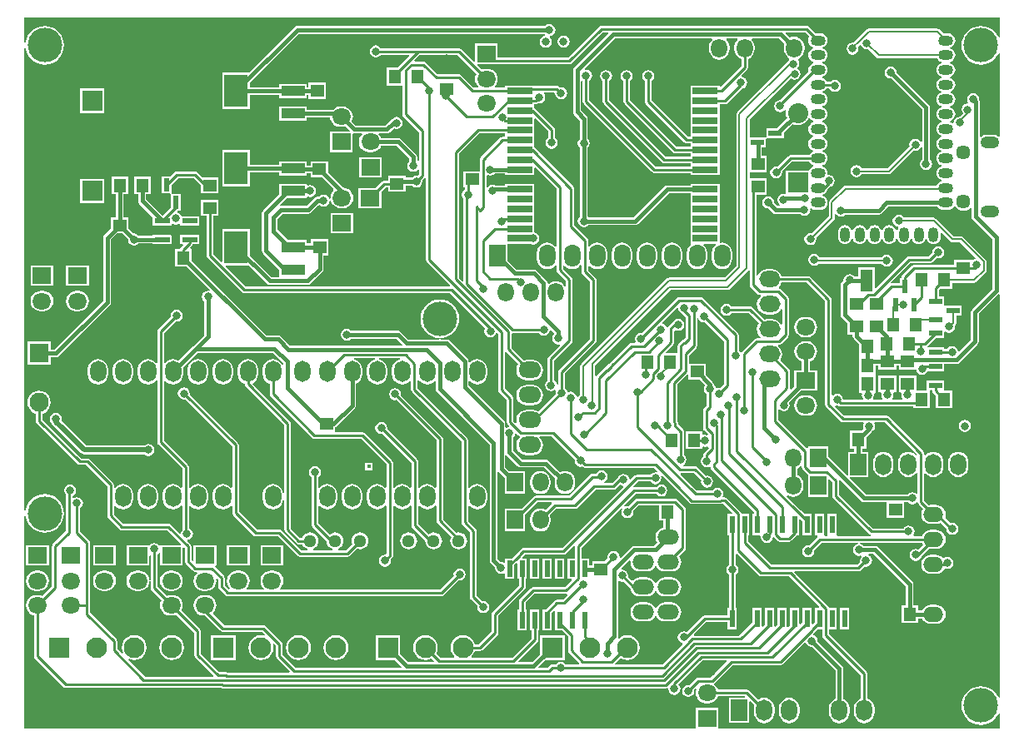
<source format=gbl>
G04*
G04 #@! TF.GenerationSoftware,Altium Limited,Altium Designer,18.1.6 (161)*
G04*
G04 Layer_Physical_Order=2*
G04 Layer_Color=16711680*
%FSTAX24Y24*%
%MOIN*%
G70*
G01*
G75*
%ADD11C,0.0080*%
%ADD12C,0.0200*%
%ADD19C,0.0100*%
%ADD22O,0.0800X0.0600*%
%ADD23R,0.0550X0.0500*%
%ADD24R,0.0500X0.0550*%
%ADD36O,0.0400X0.0600*%
%ADD37O,0.0600X0.0400*%
%ADD43R,0.0150X0.0150*%
%ADD85O,0.0750X0.0480*%
%ADD89C,0.0150*%
%ADD90C,0.0110*%
%ADD91O,0.0850X0.0650*%
%ADD92R,0.0850X0.0650*%
%ADD93O,0.0650X0.0850*%
%ADD94R,0.0650X0.0850*%
%ADD95R,0.0750X0.0650*%
%ADD96O,0.0750X0.0650*%
%ADD97C,0.1380*%
%ADD98R,0.0827X0.0827*%
%ADD99C,0.0827*%
%ADD100O,0.0650X0.0750*%
%ADD101R,0.0650X0.0750*%
%ADD102C,0.0512*%
%ADD103O,0.0860X0.0600*%
%ADD104O,0.0650X0.0900*%
%ADD105R,0.0650X0.0900*%
%ADD106O,0.0900X0.0650*%
%ADD107R,0.0900X0.0650*%
%ADD108C,0.0768*%
%ADD109R,0.0768X0.0768*%
%ADD110R,0.0827X0.0827*%
%ADD111C,0.0800*%
%ADD112R,0.0800X0.0800*%
%ADD113C,0.0240*%
%ADD114C,0.0570*%
%ADD115C,0.0315*%
%ADD116C,0.0315*%
%ADD117C,0.0240*%
%ADD118R,0.0220X0.0520*%
%ADD119R,0.0500X0.0870*%
%ADD120R,0.0520X0.0220*%
%ADD121R,0.0210X0.0710*%
%ADD122R,0.0210X0.0670*%
%ADD123R,0.0600X0.0210*%
%ADD124R,0.0945X0.1299*%
%ADD125R,0.0945X0.0394*%
%ADD126R,0.1000X0.0256*%
G36*
X052952Y044977D02*
X052946Y044974D01*
X05288Y044992D01*
X052833Y04508D01*
X052737Y045197D01*
X05262Y045293D01*
X052486Y045365D01*
X052341Y045409D01*
X05219Y045424D01*
X052039Y045409D01*
X051894Y045365D01*
X05176Y045293D01*
X051643Y045197D01*
X051547Y04508D01*
X051475Y044946D01*
X051431Y044801D01*
X051416Y04465D01*
X051431Y044499D01*
X051475Y044354D01*
X051547Y04422D01*
X051643Y044103D01*
X05176Y044007D01*
X051894Y043935D01*
X052039Y043891D01*
X05219Y043876D01*
X052341Y043891D01*
X052486Y043935D01*
X05262Y044007D01*
X052737Y044103D01*
X052833Y04422D01*
X05288Y044308D01*
X052946Y044326D01*
X052952Y044323D01*
Y041003D01*
X052902Y040986D01*
X052846Y041029D01*
X052769Y041061D01*
X052685Y041072D01*
X052415D01*
X052331Y041061D01*
X052254Y041029D01*
X052188Y040979D01*
X05217Y040981D01*
X052138Y040992D01*
Y0424D01*
X052126Y042461D01*
X052119Y042471D01*
X052125Y042498D01*
X052106Y042591D01*
X052054Y042669D01*
X051975Y042722D01*
X051882Y04274D01*
X05179Y042722D01*
X051711Y042669D01*
X051659Y042591D01*
X05164Y042498D01*
X051659Y042405D01*
X051685Y042366D01*
X05166Y04232D01*
X051567Y042302D01*
X051489Y042249D01*
X051436Y042171D01*
X051418Y042078D01*
X051436Y041985D01*
X051476Y041927D01*
X051336Y041787D01*
X051257Y041772D01*
X051179Y041719D01*
X051126Y041641D01*
X051108Y041548D01*
X051062Y041523D01*
X051031Y041547D01*
X050972Y041572D01*
X050967Y041598D01*
X050972Y041624D01*
X051031Y041648D01*
X05109Y041693D01*
X051135Y041752D01*
X051163Y04182D01*
X051172Y041893D01*
X051163Y041966D01*
X051135Y042034D01*
X05109Y042093D01*
X051031Y042137D01*
X050972Y042162D01*
X050967Y042188D01*
X050972Y042214D01*
X051031Y042239D01*
X05109Y042284D01*
X051135Y042342D01*
X051163Y04241D01*
X051172Y042483D01*
X051163Y042556D01*
X051135Y042625D01*
X05109Y042683D01*
X051031Y042728D01*
X050972Y042753D01*
X050967Y042779D01*
X050972Y042805D01*
X051031Y042829D01*
X05109Y042874D01*
X051135Y042933D01*
X051163Y043001D01*
X051172Y043074D01*
X051163Y043147D01*
X051135Y043215D01*
X05109Y043274D01*
X051031Y043319D01*
X050972Y043343D01*
X050967Y043369D01*
X050972Y043395D01*
X051031Y04342D01*
X05109Y043465D01*
X051135Y043523D01*
X051163Y043591D01*
X051172Y043664D01*
X051163Y043738D01*
X051135Y043806D01*
X05109Y043864D01*
X051031Y043909D01*
X050972Y043934D01*
X050967Y04396D01*
X050972Y043986D01*
X051031Y04401D01*
X05109Y044055D01*
X051135Y044114D01*
X051163Y044182D01*
X051172Y044255D01*
X051163Y044328D01*
X051135Y044396D01*
X05109Y044455D01*
X051031Y0445D01*
X050972Y044524D01*
X050967Y04455D01*
X050972Y044576D01*
X051031Y044601D01*
X05109Y044646D01*
X051135Y044704D01*
X051163Y044772D01*
X051172Y044846D01*
X051163Y044919D01*
X051135Y044987D01*
X05109Y045045D01*
X051031Y04509D01*
X050963Y045118D01*
X05089Y045128D01*
X050699D01*
X050542Y045284D01*
X050502Y045311D01*
X050456Y04532D01*
X047708D01*
X047661Y045311D01*
X047621Y045284D01*
X047266Y044929D01*
X047266Y044929D01*
X047091Y044754D01*
X04706Y04476D01*
X046967Y044742D01*
X046889Y044689D01*
X046836Y044611D01*
X046818Y044518D01*
X046836Y044425D01*
X046889Y044347D01*
X046967Y044294D01*
X04706Y044276D01*
X047153Y044294D01*
X047231Y044347D01*
X047284Y044425D01*
X047302Y044518D01*
X047285Y044603D01*
X047354Y044671D01*
X047402Y044657D01*
X047406Y044635D01*
X047459Y044557D01*
X047537Y044504D01*
X04763Y044486D01*
X047688Y044497D01*
X048018Y044166D01*
X048058Y04414D01*
X048105Y044131D01*
X050438D01*
X050445Y044114D01*
X05049Y044055D01*
X050549Y04401D01*
X050608Y043986D01*
X050613Y04396D01*
X050608Y043934D01*
X050549Y043909D01*
X05049Y043864D01*
X050445Y043806D01*
X050417Y043738D01*
X050408Y043664D01*
X050417Y043591D01*
X050445Y043523D01*
X05049Y043465D01*
X050549Y04342D01*
X050608Y043395D01*
X050613Y043369D01*
X050608Y043343D01*
X050549Y043319D01*
X05049Y043274D01*
X050445Y043215D01*
X050417Y043147D01*
X050408Y043074D01*
X050417Y043001D01*
X050445Y042933D01*
X05049Y042874D01*
X050549Y042829D01*
X050608Y042805D01*
X050613Y042779D01*
X050608Y042753D01*
X050549Y042728D01*
X05049Y042683D01*
X050445Y042625D01*
X050417Y042556D01*
X050408Y042483D01*
X050417Y04241D01*
X050445Y042342D01*
X05049Y042284D01*
X050549Y042239D01*
X050608Y042214D01*
X050613Y042188D01*
X050608Y042162D01*
X050549Y042137D01*
X05049Y042093D01*
X050445Y042034D01*
X050417Y041966D01*
X050408Y041893D01*
X050417Y04182D01*
X050445Y041752D01*
X05049Y041693D01*
X050549Y041648D01*
X050608Y041624D01*
X050613Y041598D01*
X050608Y041572D01*
X050549Y041547D01*
X05049Y041502D01*
X050445Y041443D01*
X050417Y041375D01*
X050408Y041302D01*
X050417Y041229D01*
X050445Y041161D01*
X05049Y041103D01*
X050549Y041058D01*
X050608Y041033D01*
X050613Y041007D01*
X050608Y040981D01*
X050549Y040956D01*
X05049Y040911D01*
X050445Y040853D01*
X050417Y040785D01*
X050408Y040712D01*
X050417Y040639D01*
X050445Y040571D01*
X05049Y040512D01*
X050549Y040467D01*
X050608Y040442D01*
X050613Y040416D01*
X050608Y04039D01*
X050549Y040366D01*
X05049Y040321D01*
X050445Y040262D01*
X050417Y040194D01*
X050408Y040121D01*
X050417Y040048D01*
X050445Y03998D01*
X05049Y039921D01*
X050549Y039877D01*
X050608Y039852D01*
X050613Y039826D01*
X050608Y0398D01*
X050549Y039775D01*
X05049Y03973D01*
X050445Y039672D01*
X050417Y039604D01*
X050408Y039531D01*
X050417Y039458D01*
X050445Y039389D01*
X05049Y039331D01*
X050549Y039286D01*
X050608Y039261D01*
X050613Y039235D01*
X050608Y039209D01*
X050549Y039185D01*
X05049Y03914D01*
X050445Y039081D01*
X050421Y039023D01*
X046783D01*
X046736Y039014D01*
X046696Y038987D01*
X046143Y038434D01*
X046117Y038395D01*
X046108Y038348D01*
Y037793D01*
X045435Y037121D01*
X045378Y037132D01*
X045285Y037114D01*
X045206Y037061D01*
X045154Y036983D01*
X045135Y03689D01*
X045154Y036797D01*
X045206Y036719D01*
X045285Y036666D01*
X045378Y036648D01*
X04547Y036666D01*
X045549Y036719D01*
X045601Y036797D01*
X04562Y03689D01*
X045608Y036948D01*
X046317Y037656D01*
X046343Y037696D01*
X046352Y037742D01*
Y037881D01*
X046402Y037896D01*
X046429Y037857D01*
X046507Y037804D01*
X0466Y037786D01*
X046693Y037804D01*
X046771Y037857D01*
X04678Y03787D01*
X04811D01*
X04817Y037882D01*
X048222Y037916D01*
X048495Y038189D01*
X05046D01*
X05049Y03815D01*
X050549Y038105D01*
X050617Y038077D01*
X05069Y038067D01*
X05089D01*
X050963Y038077D01*
X051031Y038105D01*
X05109Y03815D01*
X05112Y038189D01*
X051132Y038193D01*
X051173Y038191D01*
X05118Y038188D01*
X051227Y038127D01*
X051303Y038069D01*
X051392Y038032D01*
X051487Y038019D01*
X051582Y038032D01*
X051671Y038069D01*
X051747Y038127D01*
X051772Y038159D01*
X051822Y038142D01*
Y0378D01*
X051834Y03774D01*
X051868Y037688D01*
X052662Y036895D01*
Y034903D01*
X051839Y034079D01*
X051805Y034028D01*
X051793Y033968D01*
Y032855D01*
X051324Y032387D01*
X05127Y032404D01*
X051259Y032458D01*
X051207Y032536D01*
X051128Y032589D01*
X051036Y032607D01*
X050943Y032589D01*
X050864Y032536D01*
X050838Y032498D01*
X050723D01*
Y032555D01*
X050081D01*
X05006Y032605D01*
X05038Y032925D01*
X050723D01*
Y033172D01*
X050773Y033196D01*
X050832Y033156D01*
X050925Y033138D01*
X051018Y033156D01*
X051096Y033209D01*
X051149Y033287D01*
X051167Y03338D01*
X051156Y033438D01*
X051173Y033455D01*
X051199Y033495D01*
X051209Y033541D01*
Y033845D01*
X051426D01*
Y034225D01*
X050768D01*
X050746Y034225D01*
X050721Y034264D01*
Y0346D01*
X050513D01*
Y034865D01*
X050553Y034905D01*
X051051D01*
Y035138D01*
X05193D01*
X051977Y035147D01*
X052017Y035173D01*
X052397Y035553D01*
X052423Y035593D01*
X052432Y03564D01*
Y035982D01*
X052423Y036029D01*
X052397Y036069D01*
X051499Y036967D01*
X051459Y036993D01*
X051412Y037002D01*
X051109D01*
X050398Y037713D01*
X050359Y03774D01*
X050312Y037749D01*
X049114D01*
X049081Y037798D01*
X049003Y03785D01*
X04891Y037869D01*
X048817Y03785D01*
X048739Y037798D01*
X048686Y037719D01*
X048668Y037627D01*
X048686Y037534D01*
X048739Y037455D01*
X048817Y037403D01*
X048871Y037392D01*
X048892Y037337D01*
X048872Y037311D01*
X048847Y037252D01*
X048822Y037247D01*
X048796Y037252D01*
X048771Y037311D01*
X048726Y03737D01*
X048667Y037415D01*
X048599Y037443D01*
X048526Y037452D01*
X048453Y037443D01*
X048385Y037415D01*
X048327Y03737D01*
X048282Y037311D01*
X048257Y037252D01*
X048231Y037247D01*
X048205Y037252D01*
X04818Y037311D01*
X048135Y03737D01*
X048077Y037415D01*
X048009Y037443D01*
X047936Y037452D01*
X047863Y037443D01*
X047794Y037415D01*
X047736Y03737D01*
X047691Y037311D01*
X047666Y037252D01*
X04764Y037247D01*
X047614Y037252D01*
X04759Y037311D01*
X047545Y03737D01*
X047486Y037415D01*
X047418Y037443D01*
X047345Y037452D01*
X047272Y037443D01*
X047204Y037415D01*
X047145Y03737D01*
X047101Y037311D01*
X047076Y037252D01*
X04705Y037247D01*
X047024Y037252D01*
X046999Y037311D01*
X046954Y03737D01*
X046896Y037415D01*
X046828Y037443D01*
X046755Y037452D01*
X046681Y037443D01*
X046613Y037415D01*
X046555Y03737D01*
X04651Y037311D01*
X046482Y037243D01*
X046472Y03717D01*
Y03697D01*
X046482Y036897D01*
X04651Y036829D01*
X046555Y03677D01*
X046613Y036725D01*
X046681Y036697D01*
X046755Y036688D01*
X046828Y036697D01*
X046896Y036725D01*
X046954Y03677D01*
X046999Y036829D01*
X047024Y036888D01*
X04705Y036893D01*
X047076Y036888D01*
X047101Y036829D01*
X047145Y03677D01*
X047204Y036725D01*
X047272Y036697D01*
X047345Y036688D01*
X047418Y036697D01*
X047486Y036725D01*
X047545Y03677D01*
X04759Y036829D01*
X047614Y036888D01*
X04764Y036893D01*
X047666Y036888D01*
X047691Y036829D01*
X047736Y03677D01*
X047794Y036725D01*
X047863Y036697D01*
X047936Y036688D01*
X048009Y036697D01*
X048077Y036725D01*
X048135Y03677D01*
X04818Y036829D01*
X048205Y036888D01*
X048231Y036893D01*
X048257Y036888D01*
X048282Y036829D01*
X048327Y03677D01*
X048385Y036725D01*
X048453Y036697D01*
X048526Y036688D01*
X048599Y036697D01*
X048667Y036725D01*
X048726Y03677D01*
X048771Y036829D01*
X048796Y036888D01*
X048822Y036893D01*
X048847Y036888D01*
X048872Y036829D01*
X048917Y03677D01*
X048976Y036725D01*
X049044Y036697D01*
X049117Y036688D01*
X04919Y036697D01*
X049258Y036725D01*
X049316Y03677D01*
X049361Y036829D01*
X049386Y036888D01*
X049412Y036893D01*
X049438Y036888D01*
X049463Y036829D01*
X049508Y03677D01*
X049566Y036725D01*
X049634Y036697D01*
X049707Y036688D01*
X04978Y036697D01*
X049849Y036725D01*
X049907Y03677D01*
X049952Y036829D01*
X049977Y036888D01*
X050003Y036893D01*
X050029Y036888D01*
X050053Y036829D01*
X050098Y03677D01*
X050157Y036725D01*
X050225Y036697D01*
X050298Y036688D01*
X050371Y036697D01*
X050439Y036725D01*
X050498Y03677D01*
X050542Y036829D01*
X050571Y036897D01*
X05058Y03697D01*
Y037114D01*
X05063Y037135D01*
X050972Y036793D01*
X051012Y036767D01*
X051058Y036758D01*
X051362D01*
X051974Y036146D01*
X051959Y036098D01*
X051937Y036094D01*
X051886Y036059D01*
X051836Y03607D01*
Y03607D01*
X051836Y03607D01*
X051126D01*
Y035873D01*
X049531D01*
X04948Y035862D01*
X049437Y035834D01*
X049057Y035454D01*
X049028Y035411D01*
X049018Y03536D01*
Y035324D01*
X048961D01*
Y035116D01*
X048624D01*
X048618Y035115D01*
X048593Y035161D01*
X04936Y035927D01*
X050148D01*
X050199Y035938D01*
X050242Y035966D01*
X050408Y036132D01*
X050481Y036118D01*
X050573Y036136D01*
X050652Y036189D01*
X050704Y036267D01*
X050723Y03636D01*
X050704Y036453D01*
X050652Y036531D01*
X050573Y036584D01*
X050481Y036602D01*
X050388Y036584D01*
X050309Y036531D01*
X050257Y036453D01*
X050238Y03636D01*
X050242Y036342D01*
X050093Y036193D01*
X049305D01*
X049254Y036182D01*
X049211Y036154D01*
X047987Y034929D01*
X04794Y034948D01*
Y035749D01*
X047281D01*
Y035392D01*
X047131D01*
X047112Y035421D01*
X047033Y035474D01*
X046941Y035492D01*
X046848Y035474D01*
X046769Y035421D01*
X046717Y035343D01*
X046698Y03525D01*
X046702Y035234D01*
X046629Y035162D01*
X046595Y03511D01*
X046583Y03505D01*
Y03386D01*
X046595Y0338D01*
X046629Y033748D01*
X046866Y033512D01*
Y03305D01*
X047063D01*
Y033013D01*
X047075Y032952D01*
X047109Y032901D01*
X047319Y032691D01*
Y032229D01*
X047319D01*
Y032189D01*
X047319D01*
Y031489D01*
X047319Y031479D01*
Y031439D01*
X047319Y031429D01*
Y030729D01*
X04741D01*
X047442Y030691D01*
X047431Y030639D01*
X04745Y030547D01*
X047473Y030513D01*
X047446Y030463D01*
X046682D01*
X046664Y030553D01*
X046611Y030631D01*
X046533Y030684D01*
X04644Y030702D01*
X046347Y030684D01*
X046283Y03064D01*
X046233Y03066D01*
Y03447D01*
X046222Y034521D01*
X046194Y034564D01*
X045384Y035374D01*
X045341Y035402D01*
X04529Y035413D01*
X044223D01*
X044194Y035484D01*
X044129Y035569D01*
X044044Y035634D01*
X043946Y035675D01*
X04384Y035688D01*
X04364D01*
X043534Y035675D01*
X043436Y035634D01*
X043351Y035569D01*
X043286Y035484D01*
X043263Y035427D01*
X043213Y035437D01*
Y038668D01*
X043629D01*
Y039328D01*
X042952D01*
Y039568D01*
X043629D01*
Y040228D01*
X043432D01*
Y04057D01*
X043598D01*
Y040906D01*
X043624Y040945D01*
X043638Y040945D01*
X044304D01*
Y041155D01*
X044661Y041512D01*
X044745Y041478D01*
X04487Y041461D01*
X044995Y041478D01*
X045112Y041526D01*
X045212Y041603D01*
X045289Y041703D01*
X045294Y041714D01*
X045351Y041721D01*
X045372Y041693D01*
X045431Y041648D01*
X04549Y041624D01*
X045495Y041598D01*
X04549Y041572D01*
X045431Y041547D01*
X045372Y041502D01*
X045327Y041443D01*
X045299Y041375D01*
X045289Y041302D01*
X045299Y041229D01*
X045327Y041161D01*
X045372Y041103D01*
X045431Y041058D01*
X04549Y041033D01*
X045495Y041007D01*
X04549Y040981D01*
X045431Y040956D01*
X045372Y040911D01*
X045327Y040853D01*
X045299Y040785D01*
X045289Y040712D01*
X045299Y040639D01*
X045327Y040571D01*
X045372Y040512D01*
X045431Y040467D01*
X04549Y040442D01*
X045495Y040416D01*
X04549Y04039D01*
X045431Y040366D01*
X045372Y040321D01*
X045327Y040262D01*
X045323Y040252D01*
X044569D01*
X044519Y040242D01*
X044476Y040213D01*
X044054Y039791D01*
X044008Y0398D01*
X043916Y039782D01*
X043837Y039729D01*
X043785Y039651D01*
X043766Y039558D01*
X043785Y039465D01*
X043837Y039387D01*
X043916Y039334D01*
X044008Y039316D01*
X044101Y039334D01*
X044179Y039387D01*
X044232Y039465D01*
X04425Y039558D01*
X044241Y039604D01*
X044624Y039987D01*
X045325D01*
X045327Y03998D01*
X045372Y039921D01*
X045431Y039877D01*
X04549Y039852D01*
X045495Y039826D01*
X04549Y0398D01*
X045431Y039775D01*
X045372Y03973D01*
X045327Y039672D01*
X045313Y039638D01*
X04439D01*
Y038722D01*
X044351Y03869D01*
X0443Y0387D01*
X044207Y038682D01*
X044129Y038629D01*
X044076Y038551D01*
X044058Y038458D01*
X044076Y038365D01*
X044129Y038287D01*
X04416Y038266D01*
X044145Y038216D01*
X044055D01*
X043919Y038352D01*
X043922Y038368D01*
X043904Y038461D01*
X043851Y038539D01*
X043773Y038592D01*
X04368Y03861D01*
X043587Y038592D01*
X043509Y038539D01*
X043456Y038461D01*
X043438Y038368D01*
X043456Y038275D01*
X043509Y038197D01*
X043587Y038144D01*
X04368Y038126D01*
X043696Y038129D01*
X043878Y037946D01*
X04393Y037912D01*
X04399Y0379D01*
X04495D01*
X044959Y037887D01*
X045037Y037834D01*
X04513Y037816D01*
X045223Y037834D01*
X045301Y037887D01*
X045354Y037965D01*
X045372Y038058D01*
X045365Y038092D01*
X045411Y03812D01*
X045431Y038105D01*
X045499Y038077D01*
X045572Y038067D01*
X045772D01*
X045845Y038077D01*
X045913Y038105D01*
X045972Y03815D01*
X046016Y038208D01*
X046045Y038276D01*
X046054Y03835D01*
X046045Y038423D01*
X046016Y038491D01*
X045972Y038549D01*
X045913Y038594D01*
X045853Y038619D01*
X045849Y038645D01*
X045853Y038671D01*
X045913Y038695D01*
X045972Y03874D01*
X046016Y038799D01*
X046045Y038867D01*
X046047Y038885D01*
X046145Y038983D01*
X046203Y038994D01*
X046281Y039047D01*
X046334Y039125D01*
X046352Y039218D01*
X046334Y039311D01*
X046281Y039389D01*
X046203Y039442D01*
X04611Y03946D01*
X046095Y039457D01*
X04605Y039499D01*
X046054Y039531D01*
X046045Y039604D01*
X046016Y039672D01*
X045972Y03973D01*
X045913Y039775D01*
X045853Y0398D01*
X045849Y039826D01*
X045853Y039852D01*
X045913Y039877D01*
X045972Y039921D01*
X046016Y03998D01*
X046045Y040048D01*
X046054Y040121D01*
X046045Y040194D01*
X046016Y040262D01*
X045972Y040321D01*
X045913Y040366D01*
X045853Y04039D01*
X045849Y040416D01*
X045853Y040442D01*
X045913Y040467D01*
X045972Y040512D01*
X046016Y040571D01*
X046045Y040639D01*
X046054Y040712D01*
X046045Y040785D01*
X046016Y040853D01*
X045972Y040911D01*
X045913Y040956D01*
X045853Y040981D01*
X045849Y041007D01*
X045853Y041033D01*
X045913Y041058D01*
X045972Y041103D01*
X046016Y041161D01*
X046045Y041229D01*
X046054Y041302D01*
X046045Y041375D01*
X046016Y041443D01*
X045972Y041502D01*
X045913Y041547D01*
X045853Y041572D01*
X045849Y041598D01*
X045853Y041624D01*
X045913Y041648D01*
X045972Y041693D01*
X046016Y041752D01*
X046045Y04182D01*
X046054Y041893D01*
X046045Y041966D01*
X046016Y042034D01*
X045972Y042093D01*
X045913Y042137D01*
X045853Y042162D01*
X045849Y042188D01*
X045853Y042214D01*
X045913Y042239D01*
X045972Y042284D01*
X046016Y042342D01*
X046045Y04241D01*
X046054Y042483D01*
X046045Y042556D01*
X046016Y042625D01*
X045972Y042683D01*
X045913Y042728D01*
X045853Y042753D01*
X045849Y042779D01*
X045853Y042805D01*
X045913Y042829D01*
X045972Y042874D01*
X046016Y042933D01*
X046019Y042939D01*
X046125D01*
X046126Y042935D01*
X046179Y042857D01*
X046257Y042804D01*
X04635Y042786D01*
X046443Y042804D01*
X046521Y042857D01*
X046574Y042935D01*
X046592Y043028D01*
X046574Y043121D01*
X046521Y043199D01*
X046443Y043252D01*
X04635Y04327D01*
X046257Y043252D01*
X046187Y043204D01*
X046021D01*
X046016Y043215D01*
X045972Y043274D01*
X045913Y043319D01*
X045853Y043343D01*
X045849Y043369D01*
X045853Y043395D01*
X045913Y04342D01*
X045972Y043465D01*
X046016Y043523D01*
X046045Y043591D01*
X046054Y043664D01*
X046045Y043738D01*
X046016Y043806D01*
X045972Y043864D01*
X045913Y043909D01*
X045853Y043934D01*
X045849Y04396D01*
X045853Y043986D01*
X045913Y04401D01*
X045972Y044055D01*
X046016Y044114D01*
X046045Y044182D01*
X046054Y044255D01*
X046045Y044328D01*
X046016Y044396D01*
X045972Y044455D01*
X045913Y0445D01*
X045853Y044524D01*
X045849Y04455D01*
X045853Y044576D01*
X045913Y044601D01*
X045972Y044646D01*
X046016Y044704D01*
X046045Y044772D01*
X046054Y044846D01*
X046045Y044919D01*
X046016Y044987D01*
X045972Y045045D01*
X045913Y04509D01*
X045845Y045118D01*
X045772Y045128D01*
X045595D01*
X045321Y045402D01*
X045278Y04543D01*
X045227Y045441D01*
X037008D01*
X036957Y04543D01*
X036914Y045402D01*
X035673Y04416D01*
X032865D01*
Y044715D01*
X031955D01*
Y044008D01*
X031909Y043989D01*
X031397Y044501D01*
X031354Y04453D01*
X031303Y04454D01*
X02818D01*
X028154Y044578D01*
X028075Y044631D01*
X027983Y044649D01*
X02789Y044631D01*
X027812Y044578D01*
X027759Y0445D01*
X027741Y044407D01*
X027759Y044315D01*
X027812Y044236D01*
X02789Y044183D01*
X027983Y044165D01*
X028075Y044183D01*
X028154Y044236D01*
X02818Y044275D01*
X029308D01*
X029327Y044228D01*
X02885Y043751D01*
X02843D01*
Y043041D01*
X029057D01*
Y04188D01*
X029068Y041829D01*
X029096Y041786D01*
X029707Y041175D01*
Y040045D01*
X029657Y040021D01*
X029638Y040036D01*
Y04018D01*
X029626Y04024D01*
X029592Y040292D01*
X028992Y040892D01*
X02894Y040926D01*
X02888Y040938D01*
X028193D01*
X028174Y040984D01*
X028109Y041069D01*
X028101Y041075D01*
X028117Y041122D01*
X02843D01*
X02849Y041134D01*
X028542Y041168D01*
X028705Y041331D01*
X028727Y041316D01*
X02882Y041298D01*
X028913Y041316D01*
X028991Y041369D01*
X029044Y041447D01*
X029062Y04154D01*
X029044Y041633D01*
X028991Y041711D01*
X028913Y041764D01*
X02882Y041782D01*
X028727Y041764D01*
X028649Y041711D01*
X028632Y041687D01*
X02863Y041686D01*
X028578Y041652D01*
X028365Y041438D01*
X027185D01*
X027021Y041603D01*
X027055Y041684D01*
X027069Y04179D01*
X027055Y041896D01*
X027014Y041994D01*
X026949Y042079D01*
X026864Y042144D01*
X026766Y042185D01*
X02666Y042199D01*
X02656D01*
X026454Y042185D01*
X026356Y042144D01*
X026271Y042079D01*
X026266Y042072D01*
X025234D01*
Y042191D01*
X024129D01*
Y041637D01*
X025234D01*
Y041756D01*
X026156D01*
X026165Y041684D01*
X026206Y041586D01*
X026271Y041501D01*
X026356Y041436D01*
X026454Y041395D01*
X02656Y041382D01*
X02666D01*
X026766Y041395D01*
X026777Y0414D01*
X026945Y041231D01*
X026926Y041185D01*
X026155D01*
Y040375D01*
X027065D01*
Y041094D01*
X027104Y041125D01*
X02712Y041122D01*
X027423D01*
X027439Y041075D01*
X027431Y041069D01*
X027366Y040984D01*
X027325Y040886D01*
X027312Y04078D01*
X027325Y040674D01*
X027366Y040576D01*
X027431Y040491D01*
X027516Y040426D01*
X027614Y040385D01*
X02772Y040372D01*
X02782D01*
X027926Y040385D01*
X028024Y040426D01*
X028109Y040491D01*
X028174Y040576D01*
X028193Y040622D01*
X028815D01*
X029322Y040115D01*
Y04001D01*
X029309Y040001D01*
X029256Y039923D01*
X029238Y03983D01*
X029256Y039737D01*
X029309Y039659D01*
X029387Y039606D01*
X02948Y039588D01*
X029573Y039606D01*
X029651Y039659D01*
X029657Y039668D01*
X029707Y039653D01*
Y039475D01*
X029656Y039423D01*
X02961Y039432D01*
X029517Y039414D01*
X029439Y039361D01*
X02943Y039348D01*
X029185D01*
Y03944D01*
X028475D01*
Y039243D01*
X02833D01*
X028279Y039232D01*
X028236Y039204D01*
X027968Y038935D01*
X027295D01*
Y038125D01*
X028205D01*
Y038798D01*
X028385Y038977D01*
X028475D01*
Y03878D01*
X029185D01*
Y039032D01*
X02943D01*
X029439Y039019D01*
X029517Y038966D01*
X02961Y038948D01*
X029703Y038966D01*
X029781Y039019D01*
X029834Y039097D01*
X029852Y03919D01*
X029843Y039236D01*
X029934Y039326D01*
X029947Y039347D01*
X029997Y039332D01*
Y03605D01*
X030008Y035999D01*
X030036Y035956D01*
X030954Y035039D01*
X030935Y034993D01*
X022775D01*
X021974Y035794D01*
X021993Y03584D01*
X022904D01*
X023637Y035108D01*
X023688Y035074D01*
X023748Y035062D01*
X02526D01*
X02532Y035074D01*
X025371Y035108D01*
X025852Y035588D01*
X025886Y03564D01*
X025898Y0357D01*
Y03624D01*
X026095D01*
Y0369D01*
X025385D01*
Y036728D01*
X025234D01*
Y036847D01*
X024478D01*
X024048Y037277D01*
Y037707D01*
X024253Y037912D01*
X02528D01*
X02534Y037924D01*
X025391Y037958D01*
X025678Y038244D01*
X025727Y038261D01*
X025805Y038208D01*
X025898Y03819D01*
X025991Y038208D01*
X026069Y038261D01*
X026122Y038339D01*
X026139Y038423D01*
X026154Y038427D01*
X026188Y038427D01*
X026226Y038336D01*
X026291Y038251D01*
X026376Y038186D01*
X026474Y038145D01*
X02658Y038132D01*
X02668D01*
X026786Y038145D01*
X026884Y038186D01*
X026969Y038251D01*
X027034Y038336D01*
X027075Y038434D01*
X027088Y03854D01*
X027075Y038646D01*
X027034Y038744D01*
X026969Y038829D01*
X026884Y038894D01*
X026786Y038935D01*
X026686Y038948D01*
X026085Y039548D01*
Y04001D01*
X025375D01*
Y039838D01*
X025234D01*
Y039997D01*
X024129D01*
Y039878D01*
X022951D01*
Y040449D01*
X021846D01*
Y03899D01*
X022951D01*
Y039562D01*
X024129D01*
Y039443D01*
X025234D01*
Y039522D01*
X025375D01*
Y03935D01*
X025837D01*
X026302Y038885D01*
X026299Y038835D01*
X026291Y038829D01*
X026226Y038744D01*
X026185Y038646D01*
X026172Y03854D01*
X026175Y038514D01*
X026126Y038506D01*
X026122Y038525D01*
X026069Y038603D01*
X025991Y038656D01*
X025898Y038674D01*
X025805Y038656D01*
X025727Y038603D01*
X025718Y03859D01*
X025642D01*
X025581Y038578D01*
X02553Y038544D01*
X025214Y038228D01*
X024189D01*
X024185Y038233D01*
X024165Y038274D01*
X024428Y038537D01*
X025234D01*
Y038548D01*
X025284Y038584D01*
X025346Y038572D01*
X025438Y03859D01*
X025517Y038643D01*
X02557Y038722D01*
X025588Y038814D01*
X02557Y038907D01*
X025517Y038985D01*
X025438Y039038D01*
X025346Y039056D01*
X025284Y039044D01*
X025234Y039081D01*
Y039091D01*
X024129D01*
Y038685D01*
X023478Y038034D01*
X023444Y037983D01*
X023432Y037922D01*
Y03642D01*
X023444Y036359D01*
X023478Y036308D01*
X024129Y035657D01*
Y035387D01*
X024083Y035378D01*
X023814D01*
X022951Y036241D01*
Y037299D01*
X021846D01*
Y035987D01*
X0218Y035968D01*
X021472Y036296D01*
Y037816D01*
X021694D01*
Y038476D01*
X020984D01*
Y037816D01*
X021207D01*
Y036241D01*
X021217Y03619D01*
X021246Y036147D01*
X022626Y034766D01*
X022669Y034738D01*
X02272Y034727D01*
X030965D01*
X032368Y033325D01*
X032346Y033293D01*
X032328Y0332D01*
X032346Y033107D01*
X032398Y033029D01*
X032477Y032976D01*
X03257Y032958D01*
X032662Y032976D01*
X032741Y033029D01*
X032793Y033107D01*
X032797Y033126D01*
X032844Y033141D01*
X032877Y033112D01*
Y030862D01*
X032888Y030812D01*
X032916Y030769D01*
X03323Y030455D01*
Y029547D01*
X03324Y029497D01*
X033269Y029454D01*
X033312Y029411D01*
X033295Y029357D01*
X033227Y029344D01*
X03321Y029332D01*
X033166Y029355D01*
Y029502D01*
X033154Y029563D01*
X033119Y029614D01*
X031698Y031035D01*
Y031182D01*
X031745Y031198D01*
X031751Y031191D01*
X031836Y031126D01*
X031934Y031085D01*
X03204Y031071D01*
X032146Y031085D01*
X032244Y031126D01*
X032329Y031191D01*
X032394Y031275D01*
X032435Y031374D01*
X032448Y03148D01*
Y03168D01*
X032435Y031785D01*
X032394Y031884D01*
X032329Y031969D01*
X032244Y032033D01*
X032146Y032074D01*
X03204Y032088D01*
X031934Y032074D01*
X031836Y032033D01*
X031751Y031969D01*
X031745Y031961D01*
X031698Y031977D01*
Y03201D01*
X031686Y03207D01*
X031652Y032122D01*
X030942Y032832D01*
X03089Y032866D01*
X03083Y032878D01*
X03057D01*
X030568Y032928D01*
X030581Y032929D01*
X030701Y032941D01*
X030846Y032985D01*
X03098Y033057D01*
X031097Y033153D01*
X031193Y03327D01*
X031265Y033404D01*
X031309Y033549D01*
X031324Y0337D01*
X031309Y033851D01*
X031265Y033996D01*
X031193Y03413D01*
X031097Y034247D01*
X03098Y034343D01*
X030846Y034415D01*
X030701Y034459D01*
X03055Y034474D01*
X030399Y034459D01*
X030254Y034415D01*
X03012Y034343D01*
X030003Y034247D01*
X029907Y03413D01*
X029835Y033996D01*
X029791Y033851D01*
X029776Y0337D01*
X029791Y033549D01*
X029835Y033404D01*
X029907Y03327D01*
X030003Y033153D01*
X03012Y033057D01*
X030254Y032985D01*
X030399Y032941D01*
X030519Y032929D01*
X030532Y032928D01*
X03053Y032878D01*
X029285D01*
X028992Y033171D01*
X028941Y033206D01*
X02888Y033218D01*
X02701D01*
X027001Y033231D01*
X026923Y033283D01*
X02683Y033302D01*
X026737Y033283D01*
X026659Y033231D01*
X026606Y033152D01*
X026588Y03306D01*
X026606Y032967D01*
X026659Y032888D01*
X026737Y032836D01*
X02683Y032818D01*
X026923Y032836D01*
X027001Y032888D01*
X02701Y032902D01*
X028815D01*
X029047Y032669D01*
X029028Y032623D01*
X02456D01*
X024192Y032992D01*
X02414Y033026D01*
X02408Y033038D01*
X02362D01*
X020619Y036039D01*
Y036501D01*
X02057D01*
X020551Y036547D01*
X02063Y036626D01*
X020659Y036669D01*
X020663Y036687D01*
X020917D01*
Y037057D01*
X020157D01*
Y036687D01*
X020251D01*
X02027Y03664D01*
X020196Y036566D01*
X020167Y036523D01*
X020162Y036501D01*
X019959D01*
Y035791D01*
X020421D01*
X021351Y03486D01*
X021327Y034814D01*
X02127Y034825D01*
X021177Y034807D01*
X021099Y034754D01*
X021046Y034676D01*
X021028Y034583D01*
X021046Y034491D01*
X021099Y034412D01*
X021112Y034403D01*
Y033045D01*
X020679Y032612D01*
X020089Y032022D01*
X020074Y032033D01*
X019976Y032074D01*
X01987Y032088D01*
X019764Y032074D01*
X019666Y032033D01*
X019581Y031969D01*
X019563Y031944D01*
X019513Y031961D01*
Y033139D01*
X019971Y033597D01*
X020016Y033588D01*
X020109Y033606D01*
X020187Y033659D01*
X02024Y033737D01*
X020258Y03383D01*
X02024Y033923D01*
X020187Y034001D01*
X020109Y034054D01*
X020016Y034072D01*
X019923Y034054D01*
X019845Y034001D01*
X019792Y033923D01*
X019774Y03383D01*
X019783Y033784D01*
X019286Y033288D01*
X019258Y033245D01*
X019247Y033194D01*
Y031935D01*
X019197Y031918D01*
X019159Y031969D01*
X019074Y032033D01*
X018976Y032074D01*
X01887Y032088D01*
X018764Y032074D01*
X018666Y032033D01*
X018581Y031969D01*
X018516Y031884D01*
X018475Y031785D01*
X018462Y03168D01*
Y03148D01*
X018475Y031374D01*
X018516Y031275D01*
X018581Y031191D01*
X018666Y031126D01*
X018764Y031085D01*
X01887Y031071D01*
X018976Y031085D01*
X019074Y031126D01*
X019159Y031191D01*
X019197Y031241D01*
X019247Y031224D01*
Y02876D01*
X019258Y028709D01*
X019286Y028666D01*
X020237Y027715D01*
Y026948D01*
X020187Y026931D01*
X020159Y026969D01*
X020074Y027033D01*
X019976Y027074D01*
X01987Y027088D01*
X019764Y027074D01*
X019666Y027033D01*
X019581Y026969D01*
X019516Y026884D01*
X019475Y026785D01*
X019462Y02668D01*
Y02648D01*
X019475Y026374D01*
X019516Y026275D01*
X019581Y026191D01*
X019666Y026126D01*
X019764Y026085D01*
X01987Y026071D01*
X019976Y026085D01*
X020074Y026126D01*
X020159Y026191D01*
X020187Y026228D01*
X020237Y026211D01*
Y025239D01*
X020206Y025193D01*
X020193Y025125D01*
X020139Y025108D01*
X019794Y025454D01*
X019751Y025482D01*
X0197Y025493D01*
X017885D01*
X017503Y025875D01*
Y026211D01*
X017553Y026228D01*
X017581Y026191D01*
X017666Y026126D01*
X017764Y026085D01*
X01787Y026071D01*
X017976Y026085D01*
X018074Y026126D01*
X018159Y026191D01*
X018224Y026275D01*
X018265Y026374D01*
X018278Y02648D01*
Y02668D01*
X018265Y026785D01*
X018224Y026884D01*
X018159Y026969D01*
X018074Y027033D01*
X017976Y027074D01*
X01787Y027088D01*
X017764Y027074D01*
X017666Y027033D01*
X017581Y026969D01*
X017553Y026931D01*
X017503Y026948D01*
Y02706D01*
X017492Y027111D01*
X017464Y027154D01*
X016544Y028074D01*
X016501Y028102D01*
X01645Y028113D01*
X016195D01*
X014645Y029662D01*
Y029903D01*
X014747Y029945D01*
X014844Y030019D01*
X014918Y030116D01*
X014965Y030229D01*
X014981Y03035D01*
X014965Y030471D01*
X014918Y030584D01*
X014844Y030681D01*
X014747Y030755D01*
X014634Y030802D01*
X014513Y030818D01*
X014392Y030802D01*
X014279Y030755D01*
X014182Y030681D01*
X014108Y030584D01*
X014061Y030471D01*
X014045Y03035D01*
X014061Y030229D01*
X014108Y030116D01*
X014182Y030019D01*
X014279Y029945D01*
X01438Y029903D01*
Y029607D01*
X01439Y029556D01*
X014419Y029513D01*
X016046Y027886D01*
X016089Y027858D01*
X01614Y027847D01*
X016395D01*
X017237Y027005D01*
Y02582D01*
X017248Y025769D01*
X017276Y025726D01*
X017736Y025266D01*
X017779Y025238D01*
X01783Y025227D01*
X019645D01*
X020201Y024671D01*
X020182Y024625D01*
X019355D01*
X019355Y024625D01*
Y024625D01*
X019306Y024628D01*
X019291Y024651D01*
X019213Y024704D01*
X01912Y024722D01*
X019027Y024704D01*
X018949Y024651D01*
X018942Y024642D01*
X018925Y024625D01*
X018015D01*
Y023815D01*
X018925D01*
Y024209D01*
X018975Y024237D01*
X018977Y024236D01*
Y023221D01*
X018927Y023218D01*
X018923Y023249D01*
X018915Y023316D01*
X018874Y023414D01*
X018809Y023499D01*
X018724Y023564D01*
X018626Y023605D01*
X01852Y023618D01*
X01842D01*
X018314Y023605D01*
X018216Y023564D01*
X018131Y023499D01*
X018066Y023414D01*
X018025Y023316D01*
X018012Y02321D01*
X018025Y023104D01*
X018066Y023006D01*
X018131Y022921D01*
X018216Y022856D01*
X018314Y022815D01*
X01842Y022802D01*
X01852D01*
X018626Y022815D01*
X018724Y022856D01*
X018809Y022921D01*
X018874Y023006D01*
X018915Y023104D01*
X018923Y023171D01*
X018927Y023202D01*
X018977Y023199D01*
Y02293D01*
X018988Y022879D01*
X019016Y022836D01*
X019411Y022441D01*
X019406Y022434D01*
X019365Y022336D01*
X019352Y02223D01*
X019365Y022124D01*
X019406Y022026D01*
X019471Y021941D01*
X019556Y021876D01*
X019654Y021835D01*
X01976Y021822D01*
X01986D01*
X019966Y021835D01*
X020002Y02185D01*
X020727Y021125D01*
Y02024D01*
X020738Y020189D01*
X020766Y020146D01*
X021494Y019419D01*
X021475Y019373D01*
X018755D01*
X018076Y020052D01*
X018104Y020094D01*
X018191Y020058D01*
X01832Y020041D01*
X018449Y020058D01*
X018569Y020108D01*
X018672Y020187D01*
X018751Y02029D01*
X018801Y02041D01*
X018818Y020539D01*
X018801Y020667D01*
X018751Y020787D01*
X018672Y02089D01*
X018569Y02097D01*
X018449Y021019D01*
X01832Y021036D01*
X018191Y021019D01*
X018071Y02097D01*
X017968Y02089D01*
X017889Y020787D01*
X017839Y020667D01*
X017822Y020539D01*
X017839Y02041D01*
X017875Y020323D01*
X017833Y020295D01*
X017643Y020485D01*
Y02079D01*
X017632Y020841D01*
X017604Y020884D01*
X016563Y021925D01*
Y02222D01*
Y02474D01*
X016552Y024791D01*
X016524Y024834D01*
X016163Y025195D01*
Y026123D01*
X016201Y026149D01*
X016254Y026227D01*
X016272Y02632D01*
X016254Y026413D01*
X016201Y026491D01*
X016123Y026544D01*
X01603Y026562D01*
X015937Y026544D01*
X015895Y026515D01*
X015845Y026542D01*
Y026605D01*
X015853Y026606D01*
X015931Y026659D01*
X015984Y026737D01*
X016002Y02683D01*
X015984Y026923D01*
X015931Y027001D01*
X015853Y027054D01*
X01576Y027072D01*
X015667Y027054D01*
X015589Y027001D01*
X015536Y026923D01*
X015518Y02683D01*
X015536Y026737D01*
X01558Y026672D01*
Y025197D01*
X015066Y024684D01*
X015038Y024641D01*
X015027Y02459D01*
Y022995D01*
X014642Y02261D01*
X014606Y022625D01*
X0145Y022638D01*
X0144D01*
X014294Y022625D01*
X014196Y022584D01*
X014111Y022519D01*
X014046Y022434D01*
X014005Y022336D01*
X013992Y02223D01*
X014005Y022124D01*
X014046Y022026D01*
X014111Y021941D01*
X014196Y021876D01*
X014294Y021835D01*
X014317Y021832D01*
Y02019D01*
X014328Y020139D01*
X014356Y020096D01*
X015486Y018966D01*
X015529Y018938D01*
X01558Y018927D01*
X021806D01*
X021813Y018923D01*
X021864Y018913D01*
X021864Y018913D01*
X039589D01*
X039639Y018923D01*
X039646Y018927D01*
X039691Y018897D01*
X039688Y01888D01*
X039706Y018787D01*
X039759Y018709D01*
X039837Y018656D01*
X03993Y018638D01*
X040023Y018656D01*
X040101Y018709D01*
X040154Y018787D01*
X040172Y01888D01*
X040154Y018973D01*
X040101Y019051D01*
X0401Y019068D01*
X041059Y020027D01*
X042008D01*
X042027Y019981D01*
X041389Y019343D01*
X040893D01*
X040842Y019332D01*
X040799Y019304D01*
X040532Y019037D01*
X040486Y019046D01*
X040394Y019027D01*
X040315Y018975D01*
X040263Y018896D01*
X040244Y018804D01*
X040263Y018711D01*
X040315Y018632D01*
X040394Y01858D01*
X040486Y018561D01*
X040579Y01858D01*
X040658Y018632D01*
X04071Y018711D01*
X040729Y018804D01*
X04072Y018849D01*
X040773Y018903D01*
X040816Y018875D01*
X040795Y018826D01*
X040782Y01872D01*
X040795Y018614D01*
X040836Y018516D01*
X040901Y018431D01*
X040986Y018366D01*
X041084Y018325D01*
X04119Y018312D01*
X04129D01*
X041396Y018325D01*
X041494Y018366D01*
X041579Y018431D01*
X041644Y018516D01*
X041673Y018587D01*
X042744D01*
X042753Y018575D01*
X042726Y018525D01*
X042125D01*
Y017515D01*
X042935D01*
Y018362D01*
X042981Y018381D01*
X043136Y018227D01*
X043135Y018226D01*
X043122Y01812D01*
Y01792D01*
X043135Y017814D01*
X043176Y017716D01*
X043241Y017631D01*
X043326Y017566D01*
X043424Y017525D01*
X04353Y017512D01*
X043636Y017525D01*
X043734Y017566D01*
X043819Y017631D01*
X043884Y017716D01*
X043925Y017814D01*
X043938Y01792D01*
Y01812D01*
X043925Y018226D01*
X043884Y018324D01*
X043819Y018409D01*
X043734Y018474D01*
X043636Y018515D01*
X04353Y018528D01*
X043424Y018515D01*
X043326Y018474D01*
X043291Y018447D01*
X042924Y018814D01*
X042881Y018842D01*
X04283Y018853D01*
X041673D01*
X041644Y018924D01*
X041579Y019009D01*
X041527Y019049D01*
X041529Y01911D01*
X041537Y019116D01*
X04226Y019839D01*
X04417D01*
X044221Y019849D01*
X044264Y019878D01*
X045143Y020757D01*
X045191Y020743D01*
X045196Y020717D01*
X045249Y020639D01*
X045327Y020586D01*
X04542Y020568D01*
X045436Y020571D01*
X046372Y019635D01*
Y018493D01*
X046326Y018474D01*
X046241Y018409D01*
X046176Y018324D01*
X046135Y018226D01*
X046122Y01812D01*
Y01792D01*
X046135Y017814D01*
X046176Y017716D01*
X046241Y017631D01*
X046326Y017566D01*
X046424Y017525D01*
X04653Y017512D01*
X046636Y017525D01*
X046734Y017566D01*
X046819Y017631D01*
X046884Y017716D01*
X046925Y017814D01*
X046939Y01792D01*
Y01812D01*
X046925Y018226D01*
X046884Y018324D01*
X046819Y018409D01*
X046734Y018474D01*
X046688Y018493D01*
Y0197D01*
X046676Y01976D01*
X046642Y019812D01*
X045659Y020794D01*
X045662Y02081D01*
X045644Y020903D01*
X045591Y020981D01*
X045513Y021034D01*
X045487Y021039D01*
X045473Y021087D01*
X045485Y021099D01*
X045503Y021111D01*
X045579Y021187D01*
X04559Y021204D01*
X045641Y021255D01*
X045852D01*
Y021025D01*
X045863Y020974D01*
X045891Y020931D01*
X047397Y019425D01*
Y018503D01*
X047326Y018474D01*
X047241Y018409D01*
X047176Y018324D01*
X047135Y018226D01*
X047122Y01812D01*
Y01792D01*
X047135Y017814D01*
X047176Y017716D01*
X047241Y017631D01*
X047326Y017566D01*
X047424Y017525D01*
X04753Y017512D01*
X047636Y017525D01*
X047734Y017566D01*
X047819Y017631D01*
X047884Y017716D01*
X047925Y017814D01*
X047938Y01792D01*
Y01812D01*
X047925Y018226D01*
X047884Y018324D01*
X047819Y018409D01*
X047734Y018474D01*
X047663Y018503D01*
Y01948D01*
X047652Y019531D01*
X047624Y019574D01*
X046118Y02108D01*
Y021255D01*
X046435D01*
Y022125D01*
X046113D01*
X046107Y022154D01*
X046079Y022197D01*
X044734Y023541D01*
X044754Y023587D01*
X0473D01*
X047351Y023598D01*
X047394Y023626D01*
X047554Y023787D01*
X0476Y023778D01*
X047693Y023796D01*
X047771Y023848D01*
X047824Y023927D01*
X047842Y02402D01*
X047824Y024112D01*
X047771Y024191D01*
X047695Y024242D01*
X047694Y024246D01*
X047709Y024292D01*
X047895D01*
X049182Y023005D01*
Y022225D01*
X04901D01*
Y021515D01*
X04967D01*
Y021712D01*
X049854D01*
X049868Y021678D01*
X049929Y021599D01*
X050008Y021538D01*
X050101Y021499D01*
X0502Y021486D01*
X0504D01*
X050499Y021499D01*
X050592Y021538D01*
X050671Y021599D01*
X050732Y021678D01*
X05077Y02177D01*
X050783Y02187D01*
X05077Y021969D01*
X050732Y022061D01*
X050671Y022141D01*
X050592Y022202D01*
X050499Y02224D01*
X0504Y022253D01*
X0502D01*
X050101Y02224D01*
X050008Y022202D01*
X049929Y022141D01*
X049868Y022061D01*
X049854Y022028D01*
X04967D01*
Y022225D01*
X049498D01*
Y02307D01*
X049486Y02313D01*
X049452Y023182D01*
X048072Y024562D01*
X04802Y024596D01*
X04796Y024608D01*
X0475D01*
X047491Y024621D01*
X047413Y024674D01*
X047345Y024687D01*
X04735Y024737D01*
X049844D01*
X049868Y024678D01*
X049891Y024648D01*
X049699Y024456D01*
X049673Y024473D01*
X04958Y024492D01*
X049488Y024473D01*
X049409Y024421D01*
X049357Y024342D01*
X049338Y02425D01*
X049357Y024157D01*
X049409Y024078D01*
X049488Y024026D01*
X04958Y024008D01*
X049673Y024026D01*
X049752Y024078D01*
X049804Y024157D01*
X049811Y024194D01*
X050115Y024498D01*
X0502Y024486D01*
X0504D01*
X050499Y024499D01*
X050592Y024538D01*
X050671Y024599D01*
X050732Y024678D01*
X05077Y02477D01*
X050783Y02487D01*
X05077Y024969D01*
X050732Y025061D01*
X050671Y025141D01*
X050592Y025202D01*
X050499Y02524D01*
X0504Y025253D01*
X0502D01*
X050101Y02524D01*
X050008Y025202D01*
X049929Y025141D01*
X049868Y025061D01*
X049844Y025002D01*
X049527D01*
X0495Y025052D01*
X049524Y025087D01*
X049542Y02518D01*
X049524Y025273D01*
X049471Y025351D01*
X049393Y025404D01*
X0493Y025422D01*
X049207Y025404D01*
X049129Y025351D01*
X049103Y025313D01*
X047865D01*
X046513Y026665D01*
Y027224D01*
X04651Y027236D01*
X046556Y02726D01*
X047409Y026408D01*
X04746Y026374D01*
X04752Y026362D01*
X048415D01*
Y02572D01*
X049125D01*
Y026362D01*
X04927D01*
X049279Y026348D01*
X049357Y026296D01*
X04945Y026278D01*
X049543Y026296D01*
X049621Y026348D01*
X049674Y026337D01*
X049678Y026319D01*
X049706Y026276D01*
X049891Y026091D01*
X049868Y026061D01*
X04983Y025969D01*
X049817Y02587D01*
X04983Y02577D01*
X049868Y025678D01*
X049929Y025599D01*
X050008Y025538D01*
X050101Y025499D01*
X0502Y025486D01*
X0504D01*
X050499Y025499D01*
X050587Y025536D01*
X05081Y025312D01*
X050808Y0253D01*
X050826Y025207D01*
X050879Y025129D01*
X050957Y025076D01*
X05105Y025058D01*
X051143Y025076D01*
X051221Y025129D01*
X051274Y025207D01*
X051292Y0253D01*
X051274Y025393D01*
X051221Y025471D01*
X051143Y025524D01*
X05105Y025542D01*
X050971Y025526D01*
X050757Y02574D01*
X05077Y02577D01*
X050783Y02587D01*
X05077Y025969D01*
X050732Y026061D01*
X050671Y026141D01*
X050592Y026202D01*
X050499Y02624D01*
X0504Y026253D01*
X0502D01*
X050115Y026242D01*
X049933Y026425D01*
Y027488D01*
X049983Y027505D01*
X050001Y027481D01*
X050086Y027416D01*
X050184Y027375D01*
X05029Y027362D01*
X050396Y027375D01*
X050494Y027416D01*
X050579Y027481D01*
X050644Y027566D01*
X050685Y027664D01*
X050698Y02777D01*
Y02797D01*
X050685Y028076D01*
X050644Y028174D01*
X050579Y028259D01*
X050494Y028324D01*
X050396Y028365D01*
X05029Y028378D01*
X050184Y028365D01*
X050086Y028324D01*
X050001Y028259D01*
X049983Y028235D01*
X049933Y028252D01*
Y02831D01*
X049922Y028361D01*
X049894Y028404D01*
X048514Y029784D01*
X048471Y029812D01*
X04842Y029823D01*
X046725D01*
X046366Y030182D01*
X04639Y030228D01*
X04644Y030218D01*
X046489Y030228D01*
X046519Y030208D01*
X04657Y030197D01*
X049491D01*
Y030115D01*
X050151D01*
X050151Y030818D01*
X050191Y030848D01*
X050238Y030838D01*
Y03082D01*
X050248Y030769D01*
X050277Y030726D01*
X050391Y030613D01*
Y030115D01*
X051051D01*
Y030825D01*
X05075D01*
X050711Y03085D01*
Y03123D01*
X050031D01*
Y030875D01*
X050031Y03085D01*
X049991Y030825D01*
X049616D01*
Y031414D01*
X048906D01*
Y030754D01*
X04898D01*
X049019Y030704D01*
X049008Y030649D01*
X049027Y030556D01*
X049056Y030513D01*
X049029Y030463D01*
X048672D01*
X048645Y030513D01*
X048675Y030556D01*
X048693Y030649D01*
X048682Y030704D01*
X048722Y030754D01*
X048806D01*
Y031414D01*
X048096D01*
Y030754D01*
X04818D01*
X04822Y030704D01*
X048209Y030649D01*
X048227Y030556D01*
X048257Y030513D01*
X04823Y030463D01*
X047901D01*
X047874Y030513D01*
X047897Y030547D01*
X047916Y030639D01*
X047905Y030691D01*
X047937Y030729D01*
X047979D01*
Y031429D01*
X047979Y031439D01*
Y031479D01*
X047979Y031489D01*
Y031826D01*
X048096D01*
Y031654D01*
X048806D01*
Y031826D01*
X048906D01*
Y031654D01*
X049607D01*
X049617Y031607D01*
X049669Y031529D01*
X049748Y031476D01*
X049841Y031458D01*
X049933Y031476D01*
X050012Y031529D01*
X050059Y0316D01*
X050711D01*
Y031897D01*
X050894D01*
X050906Y031894D01*
X051213D01*
X051274Y031907D01*
X051325Y031941D01*
X052062Y032678D01*
X052097Y03273D01*
X052109Y03279D01*
Y033902D01*
X052902Y034696D01*
X052952Y034675D01*
X052952Y018547D01*
X052946Y018544D01*
X05288Y018562D01*
X052833Y01865D01*
X052737Y018767D01*
X05262Y018863D01*
X052486Y018935D01*
X052341Y018979D01*
X05219Y018994D01*
X052039Y018979D01*
X051894Y018935D01*
X05176Y018863D01*
X051643Y018767D01*
X051547Y01865D01*
X051475Y018516D01*
X051431Y018371D01*
X051416Y01822D01*
X051431Y018069D01*
X051475Y017924D01*
X051547Y01779D01*
X051643Y017673D01*
X05176Y017577D01*
X051894Y017505D01*
X052039Y017461D01*
X05219Y017446D01*
X052341Y017461D01*
X052486Y017505D01*
X05262Y017577D01*
X052737Y017673D01*
X052833Y01779D01*
X05288Y017878D01*
X052946Y017896D01*
X052952Y017893D01*
Y017308D01*
X041695D01*
Y018115D01*
X040785D01*
Y017308D01*
X013928D01*
X013928Y025788D01*
X013978Y025791D01*
X013981Y025759D01*
X014025Y025614D01*
X014097Y02548D01*
X014193Y025363D01*
X01431Y025267D01*
X014444Y025195D01*
X014589Y025151D01*
X01474Y025136D01*
X014891Y025151D01*
X015036Y025195D01*
X01517Y025267D01*
X015287Y025363D01*
X015383Y02548D01*
X015455Y025614D01*
X015499Y025759D01*
X015514Y02591D01*
X015499Y026061D01*
X015455Y026206D01*
X015383Y02634D01*
X015287Y026457D01*
X01517Y026553D01*
X015036Y026625D01*
X014891Y026669D01*
X01474Y026684D01*
X014589Y026669D01*
X014444Y026625D01*
X01431Y026553D01*
X014193Y026457D01*
X014097Y02634D01*
X014025Y026206D01*
X013981Y026061D01*
X013978Y026029D01*
X013928Y026032D01*
X013928Y044528D01*
X013978Y044531D01*
X013981Y044499D01*
X014025Y044354D01*
X014097Y04422D01*
X014193Y044103D01*
X01431Y044007D01*
X014444Y043935D01*
X014589Y043891D01*
X01474Y043876D01*
X014891Y043891D01*
X015036Y043935D01*
X01517Y044007D01*
X015287Y044103D01*
X015383Y04422D01*
X015455Y044354D01*
X015499Y044499D01*
X015514Y04465D01*
X015499Y044801D01*
X015455Y044946D01*
X015383Y04508D01*
X015287Y045197D01*
X01517Y045293D01*
X015036Y045365D01*
X014891Y045409D01*
X01474Y045424D01*
X014589Y045409D01*
X014444Y045365D01*
X01431Y045293D01*
X014193Y045197D01*
X014097Y04508D01*
X014025Y044946D01*
X013981Y044801D01*
X013978Y044769D01*
X013928Y044772D01*
Y045754D01*
X052952D01*
Y044977D01*
D02*
G37*
G36*
X042459Y044883D02*
X042451Y044877D01*
X042386Y044792D01*
X042345Y044694D01*
X042332Y044588D01*
Y044488D01*
X042345Y044382D01*
X042386Y044284D01*
X042451Y044199D01*
X042536Y044134D01*
X042607Y044104D01*
Y043803D01*
X04179Y042985D01*
X04174Y043006D01*
Y043032D01*
X04058D01*
Y042616D01*
Y042222D01*
Y041829D01*
Y041435D01*
Y040988D01*
X040477D01*
X039013Y042453D01*
Y043221D01*
X039051Y043247D01*
X039104Y043325D01*
X039122Y043418D01*
X039104Y043511D01*
X039051Y043589D01*
X038973Y043642D01*
X03888Y04366D01*
X038787Y043642D01*
X038709Y043589D01*
X038656Y043511D01*
X038638Y043418D01*
X038656Y043325D01*
X038709Y043247D01*
X038747Y043221D01*
Y042398D01*
X038758Y042347D01*
X038786Y042304D01*
X040329Y040762D01*
X040372Y040733D01*
X040423Y040723D01*
X04058D01*
Y040594D01*
X040021D01*
X038163Y042453D01*
Y043225D01*
X038194Y043247D01*
X038247Y043325D01*
X038265Y043418D01*
X038247Y043511D01*
X038194Y043589D01*
X038116Y043642D01*
X038023Y04366D01*
X037931Y043642D01*
X037852Y043589D01*
X037799Y043511D01*
X037781Y043418D01*
X037799Y043325D01*
X037852Y043247D01*
X037897Y043216D01*
Y042398D01*
X037908Y042347D01*
X037936Y042304D01*
X039873Y040368D01*
X039915Y040339D01*
X039966Y040329D01*
X04058D01*
Y040201D01*
X039585D01*
X037333Y042453D01*
Y043221D01*
X037371Y043247D01*
X037424Y043325D01*
X037442Y043418D01*
X037424Y043511D01*
X037371Y043589D01*
X037293Y043642D01*
X0372Y04366D01*
X037107Y043642D01*
X037029Y043589D01*
X036976Y043511D01*
X036958Y043418D01*
X036976Y043325D01*
X037029Y043247D01*
X037067Y043221D01*
Y042398D01*
X037078Y042347D01*
X037106Y042304D01*
X039436Y039974D01*
X039479Y039946D01*
X03953Y039935D01*
X04058D01*
Y039807D01*
X039179D01*
X036533Y042453D01*
Y043244D01*
X036571Y04327D01*
X036624Y043348D01*
X036642Y043441D01*
X036624Y043534D01*
X036571Y043612D01*
X036493Y043665D01*
X0364Y043683D01*
X036362Y043676D01*
X036337Y043722D01*
X037545Y04493D01*
X041433D01*
X041449Y044883D01*
X041441Y044877D01*
X041376Y044792D01*
X041335Y044694D01*
X041322Y044588D01*
Y044488D01*
X041335Y044382D01*
X041376Y044284D01*
X041441Y044199D01*
X041526Y044134D01*
X041624Y044093D01*
X04173Y044079D01*
X041836Y044093D01*
X041934Y044134D01*
X042019Y044199D01*
X042084Y044284D01*
X042125Y044382D01*
X042139Y044488D01*
Y044588D01*
X042125Y044694D01*
X042084Y044792D01*
X042019Y044877D01*
X042011Y044883D01*
X042027Y04493D01*
X042443D01*
X042459Y044883D01*
D02*
G37*
G36*
X037298Y045129D02*
X035928Y04376D01*
X035894Y043708D01*
X035882Y043648D01*
Y04198D01*
X035894Y04192D01*
X035928Y041868D01*
X036152Y041645D01*
Y04091D01*
X036139Y040901D01*
X036086Y040823D01*
X036068Y04073D01*
X036086Y040637D01*
X036139Y040559D01*
X036152Y04055D01*
Y03779D01*
X036139Y037781D01*
X036086Y037703D01*
X036068Y03761D01*
X036086Y037517D01*
X036139Y037439D01*
X036217Y037386D01*
X03631Y037368D01*
X036403Y037386D01*
X036481Y037439D01*
X03649Y037452D01*
X038362D01*
X038423Y037464D01*
X038474Y037498D01*
X039704Y038729D01*
X04058D01*
Y038285D01*
Y037892D01*
Y037498D01*
Y037104D01*
Y03671D01*
X04058Y03671D01*
X04058D01*
X040586Y03666D01*
X040551Y036634D01*
X040486Y036549D01*
X040445Y03645D01*
X040432Y036345D01*
Y036095D01*
X040445Y035989D01*
X040486Y03589D01*
X040551Y035806D01*
X040636Y035741D01*
X040734Y0357D01*
X04084Y035686D01*
X040946Y0357D01*
X041044Y035741D01*
X041129Y035806D01*
X041194Y03589D01*
X041235Y035989D01*
X041248Y036095D01*
Y036345D01*
X041235Y03645D01*
X041194Y036549D01*
X041129Y036634D01*
X041094Y03666D01*
X041111Y03671D01*
X041569D01*
X041586Y03666D01*
X041551Y036634D01*
X041486Y036549D01*
X041445Y03645D01*
X041432Y036345D01*
Y036095D01*
X041445Y035989D01*
X041486Y03589D01*
X041551Y035806D01*
X041636Y035741D01*
X041734Y0357D01*
X04184Y035686D01*
X041946Y0357D01*
X042044Y035741D01*
X042129Y035806D01*
X042194Y03589D01*
X042235Y035989D01*
X042249Y036095D01*
Y036345D01*
X042235Y03645D01*
X042194Y036549D01*
X042129Y036634D01*
X042044Y036698D01*
X041946Y036739D01*
X04184Y036753D01*
X041778Y036745D01*
X04174Y036778D01*
Y037104D01*
Y037498D01*
Y037892D01*
Y038285D01*
Y038679D01*
Y039095D01*
X04058D01*
Y039045D01*
X039639D01*
X039578Y039033D01*
X039527Y038999D01*
X038297Y037768D01*
X03649D01*
X036481Y037781D01*
X036468Y03779D01*
Y04055D01*
X036481Y040559D01*
X036534Y040637D01*
X036552Y04073D01*
X036534Y040823D01*
X036481Y040901D01*
X036468Y04091D01*
Y04171D01*
X036456Y04177D01*
X036422Y041822D01*
X036198Y042045D01*
Y043195D01*
X036248Y043223D01*
X036267Y043211D01*
Y042398D01*
X036278Y042347D01*
X036306Y042304D01*
X03903Y039581D01*
X039073Y039552D01*
X039124Y039542D01*
X04058D01*
Y039466D01*
X04174D01*
Y03986D01*
Y040254D01*
Y040647D01*
Y041041D01*
Y041435D01*
Y041829D01*
Y042298D01*
X041962D01*
X042013Y042308D01*
X042056Y042337D01*
X042632Y042912D01*
X042693Y042924D01*
X042771Y042977D01*
X042824Y043055D01*
X042842Y043148D01*
X042824Y043241D01*
X042771Y043319D01*
X042693Y043372D01*
X042634Y043383D01*
X042617Y043438D01*
X042834Y043654D01*
X042862Y043697D01*
X042873Y043748D01*
Y044104D01*
X042944Y044134D01*
X043029Y044199D01*
X043094Y044284D01*
X043135Y044382D01*
X043148Y044488D01*
Y044588D01*
X043135Y044694D01*
X043094Y044792D01*
X043029Y044877D01*
X043021Y044883D01*
X043037Y04493D01*
X044115D01*
X04434Y044705D01*
X044335Y044694D01*
X044321Y044588D01*
Y044488D01*
X044335Y044382D01*
X044376Y044284D01*
X044441Y044199D01*
X044514Y044143D01*
X044521Y044088D01*
X044509Y044079D01*
X044456Y044001D01*
X044453Y043984D01*
X042443Y041974D01*
X042417Y041935D01*
X042408Y041888D01*
Y035818D01*
X041942Y035352D01*
X03972D01*
X039673Y035343D01*
X039633Y035317D01*
X036203Y031887D01*
X036177Y031847D01*
X036168Y0318D01*
Y030674D01*
X036119Y030641D01*
X036076Y030577D01*
X036023Y030584D01*
X036014Y030633D01*
X035961Y030711D01*
X035883Y030764D01*
X03579Y030782D01*
X035697Y030764D01*
X035654Y030782D01*
X035644Y030833D01*
X035591Y030911D01*
X035553Y030937D01*
Y031515D01*
X036784Y032746D01*
X036812Y032789D01*
X036823Y03284D01*
Y03525D01*
X036812Y035301D01*
X036784Y035344D01*
X036483Y035645D01*
Y035813D01*
X036533Y03583D01*
X036551Y035806D01*
X036636Y035741D01*
X036734Y0357D01*
X03684Y035686D01*
X036946Y0357D01*
X037044Y035741D01*
X037129Y035806D01*
X037194Y03589D01*
X037235Y035989D01*
X037248Y036095D01*
Y036345D01*
X037235Y03645D01*
X037194Y036549D01*
X037129Y036634D01*
X037044Y036698D01*
X036946Y036739D01*
X03684Y036753D01*
X036734Y036739D01*
X036636Y036698D01*
X036551Y036634D01*
X036533Y036609D01*
X036483Y036626D01*
Y03684D01*
X036472Y036891D01*
X036444Y036934D01*
X035933Y037445D01*
Y038908D01*
X035922Y038959D01*
X035894Y039002D01*
X03434Y040555D01*
X034323Y040567D01*
Y041041D01*
Y041435D01*
Y041702D01*
X034369Y041722D01*
X034887Y041203D01*
Y040947D01*
X034849Y040921D01*
X034796Y040842D01*
X034778Y04075D01*
X034796Y040657D01*
X034849Y040578D01*
X034927Y040526D01*
X03502Y040507D01*
X035113Y040526D01*
X035191Y040578D01*
X035244Y040657D01*
X035262Y04075D01*
X035244Y040842D01*
X035191Y040921D01*
X035153Y040947D01*
Y041258D01*
X035142Y041309D01*
X035114Y041352D01*
X034335Y04213D01*
X034323Y042139D01*
Y042298D01*
X034382D01*
X034433Y042308D01*
X034474Y042335D01*
X03452Y042326D01*
X034613Y042344D01*
X034691Y042397D01*
X034744Y042475D01*
X034762Y042568D01*
X034744Y042661D01*
X034707Y042715D01*
X034734Y042765D01*
X035127D01*
X035158Y042728D01*
X035176Y042635D01*
X035229Y042557D01*
X035307Y042504D01*
X0354Y042486D01*
X035493Y042504D01*
X035571Y042557D01*
X035624Y042635D01*
X035642Y042728D01*
X035624Y042821D01*
X035571Y042899D01*
X035493Y042952D01*
X0354Y04297D01*
X035354Y042961D01*
X035324Y042992D01*
X035281Y04302D01*
X03523Y043031D01*
X034323D01*
Y043032D01*
X033163D01*
Y042956D01*
X032755D01*
X032739Y043004D01*
X032749Y043011D01*
X032814Y043096D01*
X032855Y043194D01*
X032868Y0433D01*
X032855Y043406D01*
X032814Y043504D01*
X032749Y043589D01*
X032664Y043654D01*
X032566Y043695D01*
X03246Y043709D01*
X03236D01*
X032254Y043695D01*
X032218Y04368D01*
X032039Y043859D01*
X032058Y043905D01*
X032222D01*
X03227Y043895D01*
X035728D01*
X035779Y043906D01*
X035822Y043934D01*
X037063Y045175D01*
X037279D01*
X037298Y045129D01*
D02*
G37*
G36*
X045342Y045006D02*
X045327Y044987D01*
X045299Y044919D01*
X045289Y044846D01*
X045299Y044772D01*
X045327Y044704D01*
X045372Y044646D01*
X045431Y044601D01*
X04549Y044576D01*
X045495Y04455D01*
X04549Y044524D01*
X045431Y0445D01*
X045372Y044455D01*
X045327Y044396D01*
X045299Y044328D01*
X045289Y044255D01*
X045299Y044182D01*
X045327Y044114D01*
X045372Y044055D01*
X045431Y04401D01*
X04549Y043986D01*
X045495Y04396D01*
X04549Y043934D01*
X045431Y043909D01*
X045372Y043864D01*
X045327Y043806D01*
X045299Y043738D01*
X045289Y043664D01*
X045299Y043591D01*
X045301Y043588D01*
X044169Y042456D01*
X044164Y042457D01*
X044071Y042439D01*
X043993Y042387D01*
X04394Y042308D01*
X043922Y042215D01*
X04394Y042123D01*
X043993Y042044D01*
X044071Y041992D01*
X044164Y041973D01*
X044257Y041992D01*
X044335Y042044D01*
X044352Y042069D01*
X0444Y042051D01*
X044386Y041945D01*
X044402Y04182D01*
X044437Y041736D01*
X044027Y041325D01*
X043624D01*
Y04099D01*
X043598Y04095D01*
X043584Y04095D01*
X042952D01*
Y041677D01*
X044595Y04332D01*
X044647Y043284D01*
X04474Y043266D01*
X044833Y043284D01*
X044911Y043337D01*
X044964Y043415D01*
X044982Y043508D01*
X044964Y043601D01*
X044911Y043679D01*
X044851Y043719D01*
Y043737D01*
X044904Y043815D01*
X044922Y043908D01*
X044904Y044001D01*
X044869Y044053D01*
X044883Y044113D01*
X044884Y044113D01*
X044934Y044134D01*
X045019Y044199D01*
X045084Y044284D01*
X045125Y044382D01*
X045139Y044488D01*
Y044588D01*
X045125Y044694D01*
X045084Y044792D01*
X045019Y044877D01*
X044934Y044942D01*
X044836Y044983D01*
X04473Y044996D01*
X044624Y044983D01*
X044543Y044949D01*
X044362Y045129D01*
X044381Y045175D01*
X045173D01*
X045342Y045006D01*
D02*
G37*
G36*
X032011Y043511D02*
X032006Y043504D01*
X031965Y043406D01*
X031952Y0433D01*
X031965Y043194D01*
X032006Y043096D01*
X032071Y043011D01*
X032081Y043004D01*
X032065Y042956D01*
X031897D01*
X0314Y043454D01*
X031357Y043482D01*
X031306Y043493D01*
X03046D01*
X029989Y043963D01*
X029946Y043992D01*
X029896Y044002D01*
X029541D01*
X029522Y044048D01*
X029748Y044275D01*
X031248D01*
X032011Y043511D01*
D02*
G37*
G36*
X035207Y038923D02*
Y036613D01*
X035157Y036596D01*
X035129Y036634D01*
X035044Y036698D01*
X034946Y036739D01*
X03484Y036753D01*
X034734Y036739D01*
X034636Y036698D01*
X034551Y036634D01*
X034486Y036549D01*
X034445Y03645D01*
X034432Y036345D01*
Y036095D01*
X034445Y035989D01*
X034486Y03589D01*
X034551Y035806D01*
X034636Y035741D01*
X034734Y0357D01*
X03484Y035686D01*
X034946Y0357D01*
X035044Y035741D01*
X035129Y035806D01*
X035157Y035843D01*
X035207Y035826D01*
Y03565D01*
X035218Y035599D01*
X035246Y035556D01*
X035587Y035215D01*
Y035005D01*
X035537Y034995D01*
X035534Y035004D01*
X035469Y035089D01*
X035384Y035154D01*
X035286Y035195D01*
X03518Y035208D01*
X035074Y035195D01*
X034976Y035154D01*
X034908Y035102D01*
X034868Y035117D01*
X034857Y035123D01*
X034846Y03518D01*
X034812Y035232D01*
X034417Y035627D01*
X034365Y035661D01*
X034305Y035673D01*
X03361D01*
X033245Y036038D01*
Y03671D01*
X034172D01*
X034196Y036695D01*
X034288Y036676D01*
X034381Y036695D01*
X03446Y036747D01*
X034512Y036826D01*
X034531Y036918D01*
X034512Y037011D01*
X03446Y03709D01*
X034381Y037142D01*
X034323Y037154D01*
Y037498D01*
Y037892D01*
Y038285D01*
Y038679D01*
Y039095D01*
X033163D01*
Y039045D01*
X032766D01*
X032753Y039054D01*
X03266Y039072D01*
X032567Y039054D01*
X032489Y039001D01*
X032463Y038962D01*
X032413Y038977D01*
Y039437D01*
X032457Y039461D01*
X032472Y039451D01*
X032564Y039432D01*
X032657Y039451D01*
X032736Y039503D01*
X032744Y039516D01*
X033163D01*
Y039466D01*
X034323D01*
Y039743D01*
X034369Y039762D01*
X035207Y038923D01*
D02*
G37*
G36*
X036217Y035839D02*
Y03559D01*
X036228Y035539D01*
X036256Y035496D01*
X036557Y035195D01*
Y032895D01*
X035326Y031664D01*
X035298Y031621D01*
X035287Y03157D01*
Y031068D01*
X035237Y031064D01*
X035224Y031133D01*
X035171Y031211D01*
X035133Y031237D01*
Y032045D01*
X035489Y032401D01*
X035814Y032726D01*
X035842Y032769D01*
X035853Y03282D01*
Y03527D01*
X035842Y035321D01*
X035814Y035364D01*
X035473Y035705D01*
Y035826D01*
X035523Y035843D01*
X035551Y035806D01*
X035636Y035741D01*
X035734Y0357D01*
X03584Y035686D01*
X035946Y0357D01*
X036044Y035741D01*
X036129Y035806D01*
X036167Y035856D01*
X036217Y035839D01*
D02*
G37*
G36*
X033163Y040988D02*
X033055D01*
X033004Y040978D01*
X032961Y040949D01*
X032183Y040171D01*
X032154Y040128D01*
X032144Y040077D01*
Y03961D01*
X031485D01*
Y03895D01*
X031537D01*
Y038867D01*
X031499Y038841D01*
X031446Y038763D01*
X031428Y03867D01*
X031446Y038577D01*
X031499Y038499D01*
X0315Y038498D01*
Y035213D01*
X031454Y035194D01*
X031313Y035335D01*
Y040302D01*
X032127Y041117D01*
X033163D01*
Y040988D01*
D02*
G37*
G36*
X042947Y035614D02*
Y03506D01*
X042958Y035009D01*
X042986Y034966D01*
X043256Y034696D01*
X043299Y034668D01*
X04335Y034657D01*
X043384D01*
X043401Y034607D01*
X043351Y034569D01*
X043286Y034484D01*
X043245Y034386D01*
X043232Y03428D01*
X043245Y034174D01*
X043286Y034076D01*
X043351Y033991D01*
X043436Y033926D01*
X043534Y033885D01*
X04364Y033872D01*
X04384D01*
X043946Y033885D01*
X044044Y033926D01*
X044129Y033991D01*
X044194Y034076D01*
X044197Y034085D01*
X044247Y034075D01*
Y033485D01*
X044197Y033475D01*
X044194Y033484D01*
X044129Y033569D01*
X044044Y033634D01*
X043946Y033675D01*
X04384Y033688D01*
X04364D01*
X043534Y033675D01*
X043533Y033674D01*
X043044Y034164D01*
X043001Y034192D01*
X04295Y034203D01*
X042217D01*
X042191Y034241D01*
X042113Y034294D01*
X04202Y034312D01*
X041927Y034294D01*
X041849Y034241D01*
X041796Y034163D01*
X041778Y03407D01*
X041796Y033977D01*
X041849Y033899D01*
X041927Y033846D01*
X04202Y033828D01*
X042113Y033846D01*
X042191Y033899D01*
X042217Y033937D01*
X042895D01*
X043313Y033519D01*
X043286Y033484D01*
X043245Y033386D01*
X043232Y03328D01*
X043245Y033174D01*
X043286Y033076D01*
X043351Y032991D01*
X043375Y032973D01*
X043358Y032923D01*
X04323D01*
X043179Y032912D01*
X043136Y032884D01*
X042626Y032374D01*
X042566Y032374D01*
X042541Y032411D01*
X042503Y032437D01*
Y03306D01*
X042492Y033111D01*
X042464Y033154D01*
X041094Y034524D01*
X041051Y034552D01*
X041Y034563D01*
X040126D01*
X040075Y034552D01*
X040032Y034524D01*
X038646Y033137D01*
X0386Y033146D01*
X038507Y033128D01*
X038429Y033075D01*
X038376Y032997D01*
X038358Y032904D01*
X038376Y032811D01*
X038391Y032789D01*
X038368Y032745D01*
X038203D01*
X038152Y032735D01*
X038109Y032706D01*
X037314Y031911D01*
X037301Y031891D01*
X037159Y031749D01*
X037139Y031736D01*
X036824Y031421D01*
X036812Y031404D01*
X036762Y031419D01*
Y031832D01*
X039778Y034848D01*
X04206D01*
X042107Y034857D01*
X042147Y034883D01*
X042897Y035634D01*
X042947Y035614D01*
D02*
G37*
G36*
X040072Y034118D02*
X040086Y034047D01*
X040139Y033969D01*
X040217Y033916D01*
X040241Y033912D01*
X040375Y033778D01*
Y032948D01*
X040279Y032852D01*
X040254Y032848D01*
X040211Y032819D01*
X040106Y032714D01*
X040078Y032671D01*
X040067Y03262D01*
Y032325D01*
X039607D01*
X039588Y032371D01*
X039894Y032676D01*
X039922Y032719D01*
X039933Y03277D01*
Y033213D01*
X039983Y03324D01*
X039987Y033236D01*
X04008Y033218D01*
X040173Y033236D01*
X040251Y033289D01*
X040304Y033367D01*
X040322Y03346D01*
X040304Y033553D01*
X040251Y033631D01*
X040173Y033684D01*
X04008Y033702D01*
X039987Y033684D01*
X039909Y033631D01*
X03987Y033573D01*
X039856Y033564D01*
X039706Y033414D01*
X039678Y033371D01*
X039675Y033359D01*
X039624D01*
X039624Y033362D01*
X039571Y033441D01*
X039493Y033493D01*
X039455Y033501D01*
X039439Y033555D01*
X04002Y034137D01*
X040072Y034118D01*
D02*
G37*
G36*
X03512Y03314D02*
X035119Y033087D01*
X035066Y033008D01*
X035048Y032916D01*
X035066Y032823D01*
X035119Y032744D01*
X035197Y032692D01*
X03529Y032674D01*
X035322Y03268D01*
X035346Y032634D01*
X034906Y032194D01*
X034878Y032151D01*
X034867Y0321D01*
Y031237D01*
X034829Y031211D01*
X034776Y031133D01*
X034758Y03104D01*
X034776Y030947D01*
X034829Y030869D01*
X034907Y030816D01*
X035Y030798D01*
X035093Y030816D01*
X035154Y030857D01*
X035175Y030845D01*
X035195Y030824D01*
X035178Y03074D01*
X035187Y030694D01*
X034485Y029992D01*
X034469Y030004D01*
X034371Y030045D01*
X034265Y030058D01*
X034015D01*
X033909Y030045D01*
X033811Y030004D01*
X033726Y029939D01*
X033661Y029854D01*
X03362Y029756D01*
X033607Y02965D01*
X03362Y029548D01*
X033616Y029544D01*
X033566Y029532D01*
X033495Y029602D01*
Y03051D01*
X033485Y030561D01*
X033456Y030604D01*
X033143Y030917D01*
Y032349D01*
X033193Y03237D01*
X033682Y031881D01*
X033661Y031854D01*
X03362Y031756D01*
X033607Y03165D01*
X03362Y031544D01*
X033661Y031446D01*
X033726Y031361D01*
X033811Y031296D01*
X033909Y031255D01*
X034015Y031242D01*
X034265D01*
X034371Y031255D01*
X034469Y031296D01*
X034554Y031361D01*
X034619Y031446D01*
X03466Y031544D01*
X034674Y03165D01*
X03466Y031756D01*
X034619Y031854D01*
X034554Y031939D01*
X034469Y032004D01*
X034371Y032045D01*
X034265Y032058D01*
X034015D01*
X033909Y032045D01*
X033898Y03204D01*
X033403Y032535D01*
Y033106D01*
X033441Y033138D01*
X033445Y033137D01*
X034512D01*
X034538Y033098D01*
X034617Y033046D01*
X03471Y033028D01*
X034802Y033046D01*
X034881Y033098D01*
X034933Y033177D01*
X034946Y033243D01*
X035001Y03326D01*
X03512Y03314D01*
D02*
G37*
G36*
X024282Y031925D02*
Y031874D01*
X024232Y031864D01*
X024224Y031884D01*
X024159Y031969D01*
X024074Y032033D01*
X023976Y032074D01*
X02387Y032088D01*
X023764Y032074D01*
X023666Y032033D01*
X023581Y031969D01*
X023516Y031884D01*
X023475Y031785D01*
X023462Y03168D01*
Y03148D01*
X023475Y031374D01*
X023516Y031275D01*
X023581Y031191D01*
X023666Y031126D01*
X023737Y031096D01*
Y03068D01*
X023748Y030629D01*
X023776Y030586D01*
X025436Y028926D01*
X025479Y028898D01*
X02553Y028887D01*
X02553Y028887D01*
X027401D01*
X028407Y027881D01*
Y026948D01*
X028357Y026931D01*
X028329Y026969D01*
X028244Y027033D01*
X028146Y027074D01*
X02804Y027088D01*
X027934Y027074D01*
X027836Y027033D01*
X027751Y026969D01*
X027686Y026884D01*
X027645Y026785D01*
X027632Y02668D01*
Y02648D01*
X027645Y026374D01*
X027686Y026275D01*
X027751Y026191D01*
X027836Y026126D01*
X027934Y026085D01*
X02804Y026071D01*
X028146Y026085D01*
X028244Y026126D01*
X028329Y026191D01*
X028357Y026228D01*
X028407Y026211D01*
Y024301D01*
X028359Y02426D01*
X02835Y024262D01*
X028257Y024244D01*
X028179Y024191D01*
X028126Y024113D01*
X028108Y02402D01*
X028126Y023927D01*
X028179Y023849D01*
X028257Y023796D01*
X02835Y023778D01*
X028443Y023796D01*
X028521Y023849D01*
X028574Y023927D01*
X028592Y02402D01*
X028583Y024066D01*
X028634Y024116D01*
X028662Y024159D01*
X028673Y02421D01*
Y026211D01*
X028723Y026228D01*
X028751Y026191D01*
X028836Y026126D01*
X028934Y026085D01*
X02904Y026071D01*
X029146Y026085D01*
X029244Y026126D01*
X029329Y026191D01*
X029357Y026228D01*
X029407Y026211D01*
Y02543D01*
X029418Y025379D01*
X029446Y025336D01*
X029963Y02482D01*
X029961Y02481D01*
X029973Y024722D01*
X030007Y02464D01*
X03006Y02457D01*
X030131Y024516D01*
X030212Y024482D01*
X0303Y024471D01*
X030388Y024482D01*
X030469Y024516D01*
X03054Y02457D01*
X030593Y02464D01*
X030627Y024722D01*
X030639Y02481D01*
X030627Y024897D01*
X030593Y024979D01*
X03054Y025049D01*
X030469Y025103D01*
X030388Y025137D01*
X0303Y025148D01*
X030212Y025137D01*
X030131Y025103D01*
X030087Y02507D01*
X029673Y025485D01*
Y026211D01*
X029723Y026228D01*
X029751Y026191D01*
X029836Y026126D01*
X029934Y026085D01*
X03004Y026071D01*
X030146Y026085D01*
X030244Y026126D01*
X030329Y026191D01*
X030357Y026228D01*
X030407Y026211D01*
Y02562D01*
X030418Y025569D01*
X030446Y025526D01*
X031003Y02497D01*
X030973Y024897D01*
X030961Y02481D01*
X030973Y024722D01*
X031007Y02464D01*
X03106Y02457D01*
X031131Y024516D01*
X031212Y024482D01*
X0313Y024471D01*
X031388Y024482D01*
X031469Y024516D01*
X03154Y02457D01*
X031593Y02464D01*
X031627Y024722D01*
X031639Y02481D01*
X031627Y024897D01*
X031593Y024979D01*
X03154Y025049D01*
X031469Y025103D01*
X031388Y025137D01*
X0313Y025148D01*
X031212Y025137D01*
X031211Y025136D01*
X030673Y025675D01*
Y0289D01*
X030662Y02895D01*
X030634Y028993D01*
X028993Y030634D01*
X029002Y03068D01*
X028984Y030772D01*
X028931Y030851D01*
X028853Y030903D01*
X02876Y030922D01*
X028667Y030903D01*
X028589Y030851D01*
X028536Y030772D01*
X028518Y03068D01*
X028536Y030587D01*
X028589Y030508D01*
X028667Y030456D01*
X02876Y030438D01*
X028806Y030447D01*
X030407Y028845D01*
Y026948D01*
X030357Y026931D01*
X030329Y026969D01*
X030244Y027033D01*
X030146Y027074D01*
X03004Y027088D01*
X029934Y027074D01*
X029836Y027033D01*
X029751Y026969D01*
X029723Y026931D01*
X029673Y026948D01*
Y028D01*
X029662Y02805D01*
X029634Y028093D01*
X028443Y029284D01*
X028452Y02933D01*
X028434Y029422D01*
X028381Y029501D01*
X028303Y029553D01*
X02821Y029572D01*
X028117Y029553D01*
X028039Y029501D01*
X027986Y029422D01*
X027968Y02933D01*
X027986Y029237D01*
X028039Y029158D01*
X028117Y029106D01*
X02821Y029088D01*
X028256Y029097D01*
X029407Y027945D01*
Y026948D01*
X029357Y026931D01*
X029329Y026969D01*
X029244Y027033D01*
X029146Y027074D01*
X02904Y027088D01*
X028934Y027074D01*
X028836Y027033D01*
X028751Y026969D01*
X028723Y026931D01*
X028673Y026948D01*
Y027936D01*
X028662Y027987D01*
X028634Y02803D01*
X02755Y029114D01*
X027507Y029142D01*
X027456Y029153D01*
X026365D01*
Y02935D01*
X026391Y029368D01*
X027152Y030128D01*
X027186Y03018D01*
X027198Y03024D01*
Y031107D01*
X027244Y031126D01*
X027329Y031191D01*
X027394Y031275D01*
X027435Y031374D01*
X027448Y03148D01*
Y03168D01*
X027435Y031785D01*
X027394Y031884D01*
X027329Y031969D01*
X027244Y032033D01*
X027146Y032074D01*
X027121Y032077D01*
X027125Y032127D01*
X027955D01*
X027959Y032077D01*
X027934Y032074D01*
X027836Y032033D01*
X027751Y031969D01*
X027686Y031884D01*
X027645Y031785D01*
X027632Y03168D01*
Y03148D01*
X027645Y031374D01*
X027686Y031275D01*
X027751Y031191D01*
X027836Y031126D01*
X027934Y031085D01*
X02804Y031071D01*
X028146Y031085D01*
X028244Y031126D01*
X028329Y031191D01*
X028394Y031275D01*
X028435Y031374D01*
X028449Y03148D01*
Y03168D01*
X028435Y031785D01*
X028394Y031884D01*
X028329Y031969D01*
X028244Y032033D01*
X028146Y032074D01*
X028121Y032077D01*
X028125Y032127D01*
X028955D01*
X028959Y032077D01*
X028934Y032074D01*
X028836Y032033D01*
X028751Y031969D01*
X028686Y031884D01*
X028645Y031785D01*
X028632Y03168D01*
Y03148D01*
X028645Y031374D01*
X028686Y031275D01*
X028751Y031191D01*
X028836Y031126D01*
X028934Y031085D01*
X02904Y031071D01*
X029146Y031085D01*
X029244Y031126D01*
X029329Y031191D01*
X029347Y031215D01*
X029397Y031198D01*
Y03087D01*
X029408Y030819D01*
X029436Y030776D01*
X031407Y028805D01*
Y02555D01*
X031418Y025499D01*
X031446Y025456D01*
X031757Y025145D01*
Y02256D01*
X031768Y022509D01*
X031796Y022466D01*
X032047Y022216D01*
X032038Y02217D01*
X032056Y022077D01*
X032109Y021999D01*
X032187Y021946D01*
X03228Y021928D01*
X032373Y021946D01*
X032451Y021999D01*
X032504Y022077D01*
X032522Y02217D01*
X032504Y022263D01*
X032451Y022341D01*
X032373Y022394D01*
X03228Y022412D01*
X032234Y022403D01*
X032023Y022615D01*
Y0252D01*
X032012Y025251D01*
X031984Y025294D01*
X031673Y025605D01*
Y026211D01*
X031723Y026228D01*
X031751Y026191D01*
X031836Y026126D01*
X031934Y026085D01*
X03204Y026071D01*
X032146Y026085D01*
X032244Y026126D01*
X032329Y026191D01*
X032394Y026275D01*
X032435Y026374D01*
X032448Y02648D01*
Y02668D01*
X032435Y026785D01*
X032394Y026884D01*
X032329Y026969D01*
X032244Y027033D01*
X032146Y027074D01*
X03204Y027088D01*
X031934Y027074D01*
X031836Y027033D01*
X031751Y026969D01*
X031723Y026931D01*
X031673Y026948D01*
Y02886D01*
X031662Y028911D01*
X031634Y028954D01*
X029663Y030925D01*
Y031224D01*
X029713Y031241D01*
X029751Y031191D01*
X029836Y031126D01*
X029934Y031085D01*
X03004Y031071D01*
X030146Y031085D01*
X030244Y031126D01*
X030329Y031191D01*
X030335Y031198D01*
X030382Y031182D01*
Y0309D01*
X030394Y03084D01*
X030428Y030788D01*
X032542Y028675D01*
Y02403D01*
X032554Y02397D01*
X032588Y023918D01*
X032761Y023746D01*
X032758Y02373D01*
X032776Y023637D01*
X032829Y023559D01*
X032907Y023506D01*
X033Y023488D01*
X033093Y023506D01*
X033121Y023525D01*
X033165Y023502D01*
Y02328D01*
X033535D01*
Y023848D01*
X033615Y023928D01*
X033665Y023907D01*
Y02328D01*
X033717D01*
Y023025D01*
X032656Y021963D01*
X032628Y02192D01*
X032617Y02187D01*
Y021183D01*
X032105Y020671D01*
X031949D01*
X031901Y020787D01*
X031822Y02089D01*
X031719Y02097D01*
X031599Y021019D01*
X03147Y021036D01*
X031341Y021019D01*
X031221Y02097D01*
X031118Y02089D01*
X031039Y020787D01*
X030989Y020667D01*
X030972Y020539D01*
X030989Y02041D01*
X031039Y02029D01*
X031118Y020187D01*
X031133Y020175D01*
X031117Y020128D01*
X030568D01*
X030403Y020294D01*
X030451Y02041D01*
X030468Y020539D01*
X030451Y020667D01*
X030401Y020787D01*
X030322Y02089D01*
X030219Y02097D01*
X030099Y021019D01*
X02997Y021036D01*
X029841Y021019D01*
X029721Y02097D01*
X029618Y02089D01*
X029539Y020787D01*
X029489Y020667D01*
X029472Y020539D01*
X029489Y02041D01*
X029539Y02029D01*
X029618Y020187D01*
X029721Y020108D01*
X029841Y020058D01*
X02997Y020041D01*
X030099Y020058D01*
X030215Y020106D01*
X030327Y019994D01*
X030308Y019948D01*
X029284D01*
X028963Y020269D01*
Y021032D01*
X027977D01*
Y020045D01*
X02874D01*
X029021Y019764D01*
X029002Y019718D01*
X024788D01*
X024263Y020243D01*
Y02067D01*
X024252Y020721D01*
X024224Y020764D01*
X023584Y021404D01*
X023541Y021432D01*
X02349Y021443D01*
X021915D01*
X021474Y021883D01*
X021478Y021933D01*
X021489Y021941D01*
X021554Y022026D01*
X021595Y022124D01*
X021609Y02223D01*
X021595Y022336D01*
X021554Y022434D01*
X021489Y022519D01*
X021404Y022584D01*
X021306Y022625D01*
X0212Y022638D01*
X0211D01*
X020994Y022625D01*
X020896Y022584D01*
X020811Y022519D01*
X020746Y022434D01*
X020705Y022336D01*
X020692Y02223D01*
X020705Y022124D01*
X020746Y022026D01*
X020811Y021941D01*
X020896Y021876D01*
X020994Y021835D01*
X0211Y021822D01*
X021161D01*
X021766Y021216D01*
X021809Y021188D01*
X02186Y021177D01*
X023435D01*
X023554Y021059D01*
X023525Y021017D01*
X023519Y021019D01*
X02339Y021036D01*
X023261Y021019D01*
X023141Y02097D01*
X023038Y02089D01*
X022959Y020787D01*
X022909Y020667D01*
X022892Y020539D01*
X022909Y02041D01*
X022959Y02029D01*
X023038Y020187D01*
X023141Y020108D01*
X023261Y020058D01*
X02339Y020041D01*
X023519Y020058D01*
X023639Y020108D01*
X023742Y020187D01*
X023821Y02029D01*
X023871Y02041D01*
X023888Y020539D01*
X023871Y020667D01*
X023868Y020674D01*
X02391Y020702D01*
X023997Y020615D01*
Y020188D01*
X024008Y020138D01*
X024036Y020095D01*
X024547Y019584D01*
X024528Y019538D01*
X022056D01*
X022049Y019542D01*
X021998Y019553D01*
X021735D01*
X020993Y020295D01*
Y02118D01*
X020982Y021231D01*
X020954Y021274D01*
X020209Y022019D01*
X020214Y022026D01*
X020255Y022124D01*
X020268Y02223D01*
X020255Y022336D01*
X020214Y022434D01*
X020149Y022519D01*
X020064Y022584D01*
X019966Y022625D01*
X01986Y022638D01*
X01976D01*
X019654Y022625D01*
X019618Y02261D01*
X019243Y022985D01*
Y024276D01*
X019291Y024309D01*
X019305Y024329D01*
X019355Y024314D01*
Y023815D01*
X020265D01*
Y024515D01*
X020315Y02454D01*
X020337Y024522D01*
Y024D01*
X020348Y023949D01*
X020376Y023906D01*
X020666Y023616D01*
X020709Y023588D01*
X02076Y023577D01*
X020831D01*
X020848Y023527D01*
X020811Y023499D01*
X020746Y023414D01*
X020705Y023316D01*
X020692Y02321D01*
X020705Y023104D01*
X020746Y023006D01*
X020811Y022921D01*
X020896Y022856D01*
X020994Y022815D01*
X0211Y022802D01*
X0212D01*
X021306Y022815D01*
X021404Y022856D01*
X021489Y022921D01*
X021554Y023006D01*
X021595Y023104D01*
X021609Y02321D01*
X021602Y023259D01*
X021648Y023282D01*
X021677Y023259D01*
Y022983D01*
X021688Y022932D01*
X021716Y022889D01*
X021969Y022636D01*
X022012Y022608D01*
X022063Y022597D01*
X03061D01*
X030661Y022608D01*
X030704Y022636D01*
X031294Y023227D01*
X03134Y023218D01*
X031433Y023236D01*
X031511Y023289D01*
X031564Y023367D01*
X031582Y02346D01*
X031564Y023553D01*
X031511Y023631D01*
X031433Y023684D01*
X03134Y023702D01*
X031247Y023684D01*
X031169Y023631D01*
X031116Y023553D01*
X031098Y02346D01*
X031107Y023414D01*
X030555Y022863D01*
X02417D01*
X024154Y02291D01*
X024169Y022921D01*
X024234Y023006D01*
X024275Y023104D01*
X024288Y02321D01*
X024275Y023316D01*
X024234Y023414D01*
X024169Y023499D01*
X024084Y023564D01*
X023986Y023605D01*
X02388Y023618D01*
X02378D01*
X023674Y023605D01*
X023576Y023564D01*
X023491Y023499D01*
X023426Y023414D01*
X023385Y023316D01*
X023372Y02321D01*
X023385Y023104D01*
X023426Y023006D01*
X023491Y022921D01*
X023506Y02291D01*
X02349Y022863D01*
X02283D01*
X022814Y02291D01*
X022829Y022921D01*
X022894Y023006D01*
X022935Y023104D01*
X022949Y02321D01*
X022935Y023316D01*
X022894Y023414D01*
X022829Y023499D01*
X022744Y023564D01*
X022646Y023605D01*
X02254Y023618D01*
X02244D01*
X022334Y023605D01*
X022236Y023564D01*
X022151Y023499D01*
X022086Y023414D01*
X022045Y023316D01*
X022032Y02321D01*
X022045Y023104D01*
X022086Y023006D01*
X022141Y022935D01*
X022129Y022892D01*
X022121Y022881D01*
X022102Y022878D01*
X021943Y023038D01*
Y02332D01*
X021932Y023371D01*
X021904Y023414D01*
X021552Y023765D01*
X021573Y023815D01*
X021605D01*
Y024625D01*
X020695D01*
Y024028D01*
X020649Y024009D01*
X020603Y024055D01*
Y02459D01*
X020592Y024641D01*
X020564Y024684D01*
X020438Y024809D01*
X020455Y024863D01*
X020523Y024876D01*
X020601Y024929D01*
X020654Y025007D01*
X020672Y0251D01*
X020654Y025193D01*
X020601Y025271D01*
X020523Y025324D01*
X020503Y025328D01*
Y026211D01*
X020553Y026228D01*
X020581Y026191D01*
X020666Y026126D01*
X020764Y026085D01*
X02087Y026071D01*
X020976Y026085D01*
X021074Y026126D01*
X021159Y026191D01*
X021224Y026275D01*
X021265Y026374D01*
X021279Y02648D01*
Y02668D01*
X021265Y026785D01*
X021224Y026884D01*
X021159Y026969D01*
X021074Y027033D01*
X020976Y027074D01*
X02087Y027088D01*
X020764Y027074D01*
X020666Y027033D01*
X020581Y026969D01*
X020553Y026931D01*
X020503Y026948D01*
Y02777D01*
X020492Y02782D01*
X020464Y027863D01*
X019513Y028815D01*
Y031198D01*
X019563Y031215D01*
X019581Y031191D01*
X019666Y031126D01*
X019764Y031085D01*
X01987Y031071D01*
X019976Y031085D01*
X020074Y031126D01*
X020159Y031191D01*
X020224Y031275D01*
X020265Y031374D01*
X020278Y03148D01*
Y03168D01*
X020269Y031755D01*
X020856Y032342D01*
X023865D01*
X024282Y031925D01*
D02*
G37*
G36*
X040896Y033702D02*
X040949Y033623D01*
X041027Y033571D01*
X04112Y033553D01*
X041166Y033562D01*
X041916Y032811D01*
Y031084D01*
X041756Y030923D01*
X04171Y030932D01*
X041617Y030914D01*
X041589Y030925D01*
X041578Y030985D01*
X041525Y031064D01*
X04151Y031073D01*
X0415Y031126D01*
X041466Y031178D01*
X041195Y031448D01*
Y03191D01*
X040513D01*
Y032235D01*
X040804Y032526D01*
X040832Y032569D01*
X040843Y03262D01*
Y033716D01*
X040893Y033721D01*
X040896Y033702D01*
D02*
G37*
G36*
X045967Y034415D02*
Y03026D01*
X045978Y030209D01*
X046006Y030166D01*
X046576Y029596D01*
X046619Y029568D01*
X04667Y029557D01*
X047493D01*
X047517Y029513D01*
X047496Y029483D01*
X047478Y02939D01*
X047496Y029297D01*
X047499Y029293D01*
X047421Y029215D01*
X04696D01*
Y028505D01*
X047132D01*
Y028375D01*
X046885D01*
Y027444D01*
X046839Y027425D01*
X046095Y028168D01*
Y028585D01*
X045285D01*
Y028535D01*
X045235Y028515D01*
X044083Y029667D01*
Y030063D01*
X044133Y030078D01*
X044139Y030069D01*
X044217Y030016D01*
X04431Y029998D01*
X044403Y030016D01*
X044481Y030069D01*
X044534Y030147D01*
X044552Y03024D01*
X044534Y030333D01*
X044523Y030349D01*
X045009Y030835D01*
X045645D01*
Y031645D01*
X045348D01*
Y031996D01*
X045444Y032036D01*
X045529Y032101D01*
X045594Y032186D01*
X045635Y032284D01*
X045648Y03239D01*
X045635Y032496D01*
X045594Y032594D01*
X045529Y032679D01*
X045444Y032744D01*
X045346Y032785D01*
X04524Y032798D01*
X04514D01*
X045034Y032785D01*
X044936Y032744D01*
X044851Y032679D01*
X044786Y032594D01*
X044745Y032496D01*
X044732Y03239D01*
X044745Y032284D01*
X044786Y032186D01*
X044851Y032101D01*
X044936Y032036D01*
X045032Y031996D01*
Y031645D01*
X044735D01*
Y031009D01*
X044605Y030879D01*
X044559Y030903D01*
X044563Y03092D01*
X044563Y03092D01*
Y03159D01*
X044552Y031641D01*
X044524Y031684D01*
X044167Y032041D01*
X044194Y032076D01*
X044235Y032174D01*
X044248Y03228D01*
X044235Y032386D01*
X044194Y032484D01*
X044129Y032569D01*
X044079Y032607D01*
X044096Y032657D01*
X04411D01*
X044161Y032668D01*
X044204Y032696D01*
X044474Y032966D01*
X044502Y033009D01*
X044513Y03306D01*
Y0345D01*
X044502Y034551D01*
X044474Y034594D01*
X044184Y034884D01*
X044141Y034912D01*
X044115Y034918D01*
X044103Y034971D01*
X044129Y034991D01*
X044194Y035076D01*
X044223Y035147D01*
X045235D01*
X045967Y034415D01*
D02*
G37*
G36*
X040485Y031452D02*
Y03125D01*
X040946D01*
X041163Y031034D01*
X04113Y030985D01*
X041112Y030892D01*
X04113Y0308D01*
X041183Y030721D01*
X041221Y030695D01*
Y030219D01*
X041126Y030124D01*
X041098Y030081D01*
X041087Y03003D01*
Y029327D01*
X041098Y029277D01*
X041126Y029234D01*
X041273Y029087D01*
X041265Y029069D01*
X041244Y029045D01*
X04116Y029062D01*
X041098Y02905D01*
X041048Y029087D01*
Y029199D01*
X040388D01*
Y028489D01*
X041048D01*
Y028553D01*
X041098Y02859D01*
X04116Y028578D01*
X041252Y028596D01*
X041253Y028596D01*
X041301Y028571D01*
X041305Y028539D01*
X041136Y028371D01*
X041108Y028328D01*
X041097Y028277D01*
Y028197D01*
X041059Y028171D01*
X041006Y028093D01*
X040988Y028D01*
X041006Y027907D01*
X041059Y027829D01*
X041137Y027776D01*
X04123Y027758D01*
X041323Y027776D01*
X041333Y027784D01*
X041349Y027775D01*
X041378Y027753D01*
X041388Y027707D01*
X041416Y027664D01*
X043117Y025963D01*
Y025885D01*
X043065D01*
Y025015D01*
X043357D01*
X043389Y024976D01*
X043388Y02497D01*
X043406Y024877D01*
X043459Y024799D01*
X043537Y024746D01*
X04363Y024728D01*
X043723Y024746D01*
X043801Y024799D01*
X043854Y024877D01*
X043865Y024933D01*
X043919Y024949D01*
X044052Y024816D01*
X044095Y024788D01*
X044146Y024777D01*
X044515D01*
X044566Y024788D01*
X044609Y024816D01*
X044807Y025015D01*
X044935D01*
Y025656D01*
X044981Y025675D01*
X045065Y025591D01*
Y025015D01*
X045435D01*
Y025885D01*
X045146D01*
X045003Y026028D01*
X044992Y026036D01*
X044426Y026601D01*
X044459Y026639D01*
X044476Y026626D01*
X044574Y026585D01*
X04468Y026572D01*
X044786Y026585D01*
X044884Y026626D01*
X044969Y026691D01*
X045034Y026776D01*
X045075Y026874D01*
X045089Y02698D01*
Y02708D01*
X045075Y027186D01*
X045034Y027284D01*
X044969Y027369D01*
X044884Y027434D01*
X044838Y027453D01*
Y027707D01*
X044884Y027726D01*
X044969Y027791D01*
X04498Y027806D01*
X045027Y02779D01*
Y027776D01*
X045038Y027725D01*
X045066Y027682D01*
X045272Y027476D01*
X045285Y027468D01*
Y026575D01*
X046095D01*
Y027256D01*
X046141Y027275D01*
X046247Y027169D01*
Y02661D01*
X046258Y026559D01*
X046286Y026516D01*
X047716Y025086D01*
X047717Y025086D01*
X047717Y025086D01*
X047738Y025072D01*
X047759Y025057D01*
X04776Y025057D01*
X04776Y025057D01*
X047785Y025052D01*
X047785Y025052D01*
X04778Y025002D01*
X04648D01*
X046435Y025015D01*
X046435Y025052D01*
Y025885D01*
X046065D01*
Y025052D01*
X046065Y025015D01*
X04602Y025002D01*
X04598D01*
X045935Y025015D01*
X045935Y025052D01*
Y025885D01*
X045565D01*
Y025015D01*
X045643D01*
X045658Y024965D01*
X045656Y024963D01*
X045326Y024633D01*
X04528Y024642D01*
X045187Y024624D01*
X045109Y024571D01*
X045056Y024493D01*
X045038Y0244D01*
X045056Y024307D01*
X045109Y024229D01*
X045187Y024176D01*
X04528Y024158D01*
X045373Y024176D01*
X045451Y024229D01*
X045504Y024307D01*
X045522Y0244D01*
X045513Y024446D01*
X045805Y024737D01*
X04729D01*
X047295Y024687D01*
X047227Y024674D01*
X047149Y024621D01*
X047096Y024543D01*
X047078Y02445D01*
X047096Y024357D01*
X047149Y024279D01*
X047227Y024226D01*
X04732Y024208D01*
X047393Y024222D01*
X047419Y024177D01*
X047376Y024112D01*
X047358Y02402D01*
X047367Y023974D01*
X047245Y023853D01*
X043805D01*
X042883Y024775D01*
Y025015D01*
X042935D01*
Y025885D01*
X042618D01*
X042607Y025935D01*
X042579Y025978D01*
X042044Y026513D01*
X042001Y026542D01*
X04195Y026552D01*
X04189D01*
X041866Y026596D01*
X041874Y026607D01*
X041892Y0267D01*
X041874Y026793D01*
X041821Y026871D01*
X041743Y026924D01*
X04165Y026942D01*
X041557Y026924D01*
X041479Y026871D01*
X041453Y026833D01*
X040825D01*
X04018Y027477D01*
X0402Y027527D01*
X040705D01*
X041007Y027226D01*
X040998Y02718D01*
X041016Y027087D01*
X041069Y027009D01*
X041147Y026956D01*
X04124Y026938D01*
X041333Y026956D01*
X041411Y027009D01*
X041464Y027087D01*
X041482Y02718D01*
X041464Y027273D01*
X041411Y027351D01*
X041333Y027404D01*
X04124Y027422D01*
X041194Y027413D01*
X040854Y027754D01*
X040811Y027782D01*
X04076Y027793D01*
X04028D01*
X040279Y027796D01*
X040272Y027843D01*
X040341Y027889D01*
X040394Y027967D01*
X040412Y02806D01*
X040394Y028153D01*
X040341Y028231D01*
X040331Y028238D01*
Y029173D01*
X040321Y029224D01*
X040292Y029267D01*
X04007Y029489D01*
Y029539D01*
X04006Y029589D01*
X040043Y029616D01*
Y031081D01*
X040435Y031473D01*
X040485Y031452D01*
D02*
G37*
G36*
X04965Y028272D02*
X049647Y028253D01*
X049594Y02824D01*
X049579Y028259D01*
X049494Y028324D01*
X049396Y028365D01*
X04929Y028378D01*
X049184Y028365D01*
X049086Y028324D01*
X049001Y028259D01*
X048936Y028174D01*
X048895Y028076D01*
X048882Y02797D01*
Y02777D01*
X048895Y027664D01*
X048936Y027566D01*
X049001Y027481D01*
X049086Y027416D01*
X049184Y027375D01*
X04929Y027362D01*
X049396Y027375D01*
X049494Y027416D01*
X049579Y027481D01*
X049617Y027531D01*
X049667Y027514D01*
Y026705D01*
X049666Y026705D01*
X049617Y026693D01*
X049543Y026743D01*
X04945Y026762D01*
X049357Y026743D01*
X049279Y026691D01*
X04927Y026678D01*
X047586D01*
X046945Y027319D01*
X046964Y027365D01*
X047695D01*
Y028375D01*
X047448D01*
Y028505D01*
X04762D01*
Y028967D01*
X047832Y029178D01*
X047833Y02918D01*
X047891Y029219D01*
X047944Y029297D01*
X047962Y02939D01*
X047944Y029483D01*
X047923Y029513D01*
X047947Y029557D01*
X048365D01*
X04965Y028272D01*
D02*
G37*
G36*
X039969Y026888D02*
X039969Y026888D01*
X040538Y026319D01*
X040581Y02629D01*
X040632Y02628D01*
X041769D01*
X041805Y026287D01*
X041895D01*
X042251Y025931D01*
X042232Y025885D01*
X042065D01*
Y025015D01*
X042117D01*
Y023867D01*
X042079Y023841D01*
X042026Y023762D01*
X042008Y02367D01*
X042026Y023577D01*
X042079Y023498D01*
X042117Y023473D01*
Y022125D01*
X042065D01*
Y021822D01*
X041146D01*
X041096Y021812D01*
X041053Y021783D01*
X040427Y021158D01*
X040403Y021174D01*
X04031Y021192D01*
X040217Y021174D01*
X040139Y021121D01*
X040086Y021043D01*
X040068Y02095D01*
X040086Y020857D01*
X040139Y020779D01*
X040217Y020726D01*
X04025Y02072D01*
X040264Y020672D01*
X039455Y019863D01*
X037571D01*
X03755Y019913D01*
X037769Y020132D01*
X037801Y020108D01*
X037921Y020058D01*
X03805Y020041D01*
X038179Y020058D01*
X038299Y020108D01*
X038402Y020187D01*
X038481Y02029D01*
X038531Y02041D01*
X038548Y020539D01*
X038531Y020667D01*
X038481Y020787D01*
X038402Y02089D01*
X038299Y02097D01*
X038179Y021019D01*
X03805Y021036D01*
X037921Y021019D01*
X037801Y02097D01*
X037707Y020897D01*
X03767Y020932D01*
X037674Y020937D01*
X037686Y020998D01*
Y023184D01*
X03773Y023208D01*
X037747Y023196D01*
X03784Y023178D01*
X037886Y023187D01*
X038188Y022884D01*
X03819Y02287D01*
X038228Y022778D01*
X038289Y022699D01*
X038368Y022638D01*
X038461Y022599D01*
X03856Y022586D01*
X03882D01*
X038919Y022599D01*
X039012Y022638D01*
X039091Y022699D01*
X039152Y022778D01*
X039165Y02281D01*
X039215D01*
X039228Y022778D01*
X039289Y022699D01*
X039368Y022638D01*
X039461Y022599D01*
X03956Y022586D01*
X03982D01*
X039919Y022599D01*
X040012Y022638D01*
X040091Y022699D01*
X040152Y022778D01*
X04019Y02287D01*
X040203Y02297D01*
X04019Y023069D01*
X040152Y023161D01*
X040091Y023241D01*
X040012Y023302D01*
X039919Y02334D01*
X03982Y023353D01*
X03956D01*
X039461Y02334D01*
X039368Y023302D01*
X039289Y023241D01*
X039228Y023161D01*
X039215Y02313D01*
X039165D01*
X039152Y023161D01*
X039091Y023241D01*
X039012Y023302D01*
X038919Y02334D01*
X03882Y023353D01*
X03856D01*
X038461Y02334D01*
X038368Y023302D01*
X038289Y023241D01*
X038276Y023224D01*
X038226Y023221D01*
X038073Y023374D01*
X038082Y02342D01*
X038064Y023512D01*
X038011Y023591D01*
X037933Y023643D01*
X03784Y023662D01*
X037835Y023661D01*
X037811Y023707D01*
X038134Y02403D01*
X038182Y024007D01*
X038177Y02397D01*
X03819Y02387D01*
X038228Y023778D01*
X038289Y023699D01*
X038368Y023638D01*
X038461Y023599D01*
X03856Y023586D01*
X03882D01*
X038919Y023599D01*
X039012Y023638D01*
X039091Y023699D01*
X039152Y023778D01*
X039165Y02381D01*
X039215D01*
X039228Y023778D01*
X039289Y023699D01*
X039368Y023638D01*
X039461Y023599D01*
X03956Y023586D01*
X03982D01*
X039919Y023599D01*
X040012Y023638D01*
X040091Y023699D01*
X040152Y023778D01*
X04019Y02387D01*
X040203Y02397D01*
X04019Y024069D01*
X040152Y024161D01*
X040116Y024208D01*
X040344Y024436D01*
X040372Y024479D01*
X040383Y02453D01*
Y026078D01*
X040372Y026129D01*
X040344Y026172D01*
X040048Y026468D01*
X040005Y026497D01*
X039954Y026507D01*
X038446D01*
X038395Y026497D01*
X038352Y026468D01*
X038089Y026204D01*
X03805Y026212D01*
X037957Y026193D01*
X03794Y026182D01*
X037908Y026221D01*
X038385Y026697D01*
X039213D01*
X039239Y026659D01*
X039317Y026606D01*
X03941Y026588D01*
X039503Y026606D01*
X039581Y026659D01*
X039634Y026737D01*
X039652Y02683D01*
X039634Y026923D01*
X039581Y027001D01*
X039503Y027054D01*
X03941Y027072D01*
X039317Y027054D01*
X039239Y027001D01*
X039213Y026963D01*
X03833D01*
X038318Y02696D01*
X038294Y027006D01*
X038475Y027187D01*
X038973D01*
X038999Y027149D01*
X039077Y027096D01*
X03917Y027078D01*
X039263Y027096D01*
X039341Y027149D01*
X039394Y027227D01*
X039412Y02732D01*
X039399Y027388D01*
X039445Y027412D01*
X039969Y026888D01*
D02*
G37*
G36*
X033676Y029046D02*
X033719Y029018D01*
X033741Y029013D01*
X033753Y02896D01*
X033726Y028939D01*
X033661Y028854D01*
X03362Y028756D01*
X033607Y02865D01*
X03362Y028544D01*
X033661Y028446D01*
X033726Y028361D01*
X033811Y028296D01*
X033909Y028255D01*
X034015Y028242D01*
X034265D01*
X034371Y028255D01*
X034469Y028296D01*
X034554Y028361D01*
X034619Y028446D01*
X03466Y028544D01*
X034674Y02865D01*
X03466Y028756D01*
X034619Y028854D01*
X034554Y028939D01*
X03453Y028957D01*
X034547Y029007D01*
X035015D01*
X035957Y028065D01*
X035948Y02802D01*
X035966Y027927D01*
X036019Y027848D01*
X036097Y027796D01*
X03619Y027778D01*
X036236Y027787D01*
X036246Y027776D01*
X036289Y027747D01*
X03634Y027737D01*
X03912D01*
X039262Y027595D01*
X039238Y027549D01*
X03917Y027562D01*
X039077Y027544D01*
X038999Y027491D01*
X038973Y027453D01*
X03842D01*
X038369Y027442D01*
X038326Y027414D01*
X038188Y027275D01*
X038134Y027292D01*
X038124Y027343D01*
X038071Y027421D01*
X037993Y027474D01*
X0379Y027492D01*
X037807Y027474D01*
X037729Y027421D01*
X037685Y027355D01*
X037668Y027344D01*
X037446Y027123D01*
X03713D01*
X037129Y027126D01*
X037122Y027173D01*
X037191Y027219D01*
X037244Y027297D01*
X037262Y02739D01*
X037244Y027483D01*
X037191Y027561D01*
X037113Y027614D01*
X03702Y027632D01*
X036927Y027614D01*
X036849Y027561D01*
X036808Y027501D01*
X036658D01*
X036607Y027491D01*
X036564Y027462D01*
X035725Y026623D01*
X0344D01*
X034349Y026612D01*
X034306Y026584D01*
X033828Y026105D01*
X033155D01*
Y025195D01*
X033965D01*
Y025868D01*
X034455Y026357D01*
X035022D01*
X035035Y026333D01*
X03504Y026307D01*
X034781Y026049D01*
X034774Y026054D01*
X034676Y026095D01*
X03457Y026108D01*
X034464Y026095D01*
X034366Y026054D01*
X034281Y025989D01*
X034216Y025904D01*
X034175Y025806D01*
X034162Y0257D01*
Y0256D01*
X034175Y025494D01*
X034216Y025396D01*
X034281Y025311D01*
X034366Y025246D01*
X034464Y025205D01*
X03457Y025192D01*
X034676Y025205D01*
X034774Y025246D01*
X034859Y025311D01*
X034924Y025396D01*
X034965Y025494D01*
X034978Y0256D01*
Y0257D01*
X034965Y025806D01*
X03495Y025842D01*
X035195Y026087D01*
X035955D01*
X036006Y026098D01*
X036049Y026126D01*
X03678Y026857D01*
X037501D01*
X037552Y026868D01*
X037595Y026896D01*
X037758Y027059D01*
X037807Y027026D01*
X037858Y027016D01*
X037875Y026962D01*
X035445Y024533D01*
X0339D01*
X033849Y024522D01*
X033806Y024494D01*
X033654Y024341D01*
X033641Y024321D01*
X033499Y024179D01*
X033479Y024166D01*
X033422Y02411D01*
X033165D01*
Y023958D01*
X033121Y023935D01*
X033093Y023954D01*
X033Y023972D01*
X032984Y023969D01*
X032858Y024095D01*
Y02756D01*
X03286Y027562D01*
X032908Y027578D01*
X033155Y027332D01*
Y026695D01*
X033965D01*
Y027605D01*
X033328D01*
X033166Y027768D01*
Y028223D01*
X033167Y028224D01*
X033216Y028241D01*
X033658Y027798D01*
X03371Y027764D01*
X03377Y027752D01*
X034725D01*
X03516Y027317D01*
X035155Y027306D01*
X035142Y0272D01*
Y0271D01*
X035155Y026994D01*
X035196Y026896D01*
X035261Y026811D01*
X035346Y026746D01*
X035444Y026705D01*
X03555Y026692D01*
X035656Y026705D01*
X035754Y026746D01*
X035839Y026811D01*
X035904Y026896D01*
X035945Y026994D01*
X035958Y0271D01*
Y0272D01*
X035945Y027306D01*
X035904Y027404D01*
X035839Y027489D01*
X035754Y027554D01*
X035656Y027595D01*
X03555Y027608D01*
X035444Y027595D01*
X035363Y027561D01*
X034902Y028022D01*
X03485Y028056D01*
X03479Y028068D01*
X033835D01*
X033473Y02843D01*
Y028937D01*
X033491Y028949D01*
X033544Y029027D01*
X033557Y029095D01*
X033611Y029112D01*
X033676Y029046D01*
D02*
G37*
G36*
X03932Y025614D02*
X039492D01*
Y025344D01*
X039461Y02534D01*
X039368Y025302D01*
X039289Y025241D01*
X039228Y025161D01*
X03919Y025069D01*
X039177Y02497D01*
X03919Y02487D01*
X039228Y024778D01*
X039248Y024752D01*
X03911Y024613D01*
X038335D01*
X038275Y024601D01*
X038223Y024566D01*
X037785Y024128D01*
X037741Y024152D01*
X037742Y024158D01*
X037724Y024251D01*
X037671Y024329D01*
X037593Y024382D01*
X0375Y0244D01*
X037407Y024382D01*
X037329Y024329D01*
X037276Y024251D01*
X037258Y024158D01*
X037266Y024119D01*
X037147Y024D01*
X036645D01*
Y023828D01*
X036535D01*
Y02411D01*
X036218D01*
Y02453D01*
X037799Y026112D01*
X037838Y02608D01*
X037826Y026062D01*
X037808Y02597D01*
X037826Y025877D01*
X037879Y025798D01*
X037957Y025746D01*
X03805Y025728D01*
X038143Y025746D01*
X038221Y025798D01*
X038274Y025877D01*
X038292Y02597D01*
X038282Y026022D01*
X038501Y026242D01*
X03932D01*
Y025614D01*
D02*
G37*
G36*
X043306Y023426D02*
X043349Y023397D01*
X0434Y023387D01*
X044514D01*
X04573Y022171D01*
X045711Y022125D01*
X045565D01*
Y021554D01*
X045481Y02147D01*
X045435Y021489D01*
Y022125D01*
X045065D01*
Y021548D01*
X044981Y021464D01*
X044935Y021484D01*
Y022125D01*
X044565D01*
Y021442D01*
X044481Y021359D01*
X044435Y021378D01*
Y022125D01*
X044065D01*
Y021462D01*
X043981Y021379D01*
X043935Y021398D01*
Y022125D01*
X043565D01*
Y021462D01*
X043481Y021379D01*
X043435Y021398D01*
Y022125D01*
X043065D01*
Y021547D01*
X042531Y021013D01*
X040727D01*
X040707Y021063D01*
X041201Y021557D01*
X042065D01*
Y021255D01*
X042435D01*
Y022125D01*
X042383D01*
Y023473D01*
X042421Y023498D01*
X042474Y023577D01*
X042492Y02367D01*
X042474Y023762D01*
X042421Y023841D01*
X042383Y023867D01*
Y024279D01*
X042433Y0243D01*
X043306Y023426D01*
D02*
G37*
G36*
X035955Y024597D02*
X035952Y024585D01*
Y02411D01*
X035665D01*
Y02328D01*
X035806D01*
X035825Y023233D01*
X035544Y022952D01*
X03428D01*
X034229Y022942D01*
X034186Y022913D01*
X033756Y022483D01*
X033728Y02244D01*
X033717Y02239D01*
Y02206D01*
X033665D01*
Y02123D01*
X034035D01*
Y02206D01*
X033983D01*
Y022335D01*
X034335Y022687D01*
X035599D01*
X035651Y022647D01*
X035653Y022635D01*
X03547Y022453D01*
X03523D01*
X035179Y022442D01*
X035136Y022414D01*
X034782Y02206D01*
X034665D01*
Y02123D01*
X035035D01*
Y021938D01*
X035115Y022018D01*
X035165Y021997D01*
Y02123D01*
X035433D01*
X035677Y020985D01*
Y02042D01*
X035688Y020369D01*
X035716Y020326D01*
X03613Y019913D01*
X036109Y019863D01*
X035577D01*
X035551Y019901D01*
X035473Y019954D01*
X03538Y019972D01*
X035287Y019954D01*
X035209Y019901D01*
X035183Y019863D01*
X03505D01*
X034999Y019852D01*
X034956Y019824D01*
X03485Y019718D01*
X034518D01*
X034499Y019764D01*
X03478Y020045D01*
X035543D01*
Y021032D01*
X034557D01*
Y020269D01*
X034236Y019948D01*
X033701D01*
X033682Y019994D01*
X034444Y020756D01*
X034472Y020799D01*
X034483Y02085D01*
Y02123D01*
X034535D01*
Y02206D01*
X034165D01*
Y02123D01*
X034217D01*
Y020905D01*
X03344Y020128D01*
X031823D01*
X031807Y020175D01*
X031822Y020187D01*
X031901Y02029D01*
X031949Y020406D01*
X03216D01*
X032211Y020416D01*
X032254Y020445D01*
X032844Y021035D01*
X032872Y021078D01*
X032883Y021128D01*
X032883Y021128D01*
Y021815D01*
X033944Y022876D01*
X033972Y022919D01*
X033983Y02297D01*
Y02328D01*
X034035D01*
Y02411D01*
X033868D01*
X03385Y02416D01*
X033854Y024167D01*
X033955Y024267D01*
X0355D01*
X035551Y024278D01*
X035594Y024306D01*
X035909Y024621D01*
X035955Y024597D01*
D02*
G37*
%LPC*%
G36*
X0355Y04504D02*
X035407Y045022D01*
X035329Y044969D01*
X035276Y044891D01*
X035258Y044798D01*
X035276Y044705D01*
X035329Y044627D01*
X035407Y044574D01*
X0355Y044556D01*
X035593Y044574D01*
X035671Y044627D01*
X035724Y044705D01*
X035742Y044798D01*
X035724Y044891D01*
X035671Y044969D01*
X035593Y045022D01*
X0355Y04504D01*
D02*
G37*
G36*
X03493Y045512D02*
X034837Y045494D01*
X034759Y045441D01*
X03475Y045428D01*
X024849D01*
X024788Y045416D01*
X024737Y045382D01*
X022904Y043549D01*
X021846D01*
Y04209D01*
X022951D01*
Y042662D01*
X024129D01*
Y042543D01*
X025234D01*
Y042662D01*
X025285D01*
Y04249D01*
X025995D01*
Y04315D01*
X025285D01*
Y042978D01*
X025234D01*
Y043097D01*
X024129D01*
Y042978D01*
X022951D01*
Y043149D01*
X024914Y045112D01*
X034735D01*
X034761Y045083D01*
X034747Y045031D01*
X034697Y045022D01*
X034619Y044969D01*
X034566Y044891D01*
X034548Y044798D01*
X034566Y044705D01*
X034619Y044627D01*
X034697Y044574D01*
X03479Y044556D01*
X034883Y044574D01*
X034961Y044627D01*
X035014Y044705D01*
X035032Y044798D01*
X035014Y044891D01*
X034961Y044969D01*
X034945Y04498D01*
X034956Y045033D01*
X035023Y045046D01*
X035101Y045099D01*
X035154Y045177D01*
X035172Y04527D01*
X035154Y045363D01*
X035101Y045441D01*
X035023Y045494D01*
X03493Y045512D01*
D02*
G37*
G36*
X017133Y042923D02*
X016147D01*
Y041936D01*
X017133D01*
Y042923D01*
D02*
G37*
G36*
X04859Y0438D02*
X048497Y043782D01*
X048419Y043729D01*
X048366Y043651D01*
X048348Y043558D01*
X048366Y043465D01*
X048419Y043387D01*
X048497Y043334D01*
X04859Y043316D01*
X048606Y043319D01*
X049842Y042082D01*
Y040784D01*
X049796Y040763D01*
X049792Y040763D01*
X049741Y040839D01*
X049663Y040892D01*
X04957Y04091D01*
X049477Y040892D01*
X049399Y040839D01*
X049346Y040761D01*
X049328Y040668D01*
X049339Y04061D01*
X048461Y039732D01*
X047424D01*
X047391Y039781D01*
X047313Y039834D01*
X04722Y039852D01*
X047127Y039834D01*
X047049Y039781D01*
X046996Y039703D01*
X046978Y03961D01*
X046996Y039517D01*
X047049Y039439D01*
X047127Y039386D01*
X04722Y039368D01*
X047313Y039386D01*
X047391Y039439D01*
X047424Y039488D01*
X048512D01*
X048559Y039497D01*
X048599Y039523D01*
X049512Y040437D01*
X04957Y040426D01*
X049663Y040444D01*
X049741Y040497D01*
X049792Y040573D01*
X049796Y040573D01*
X049842Y040552D01*
Y040078D01*
X049829Y040069D01*
X049776Y039991D01*
X049758Y039898D01*
X049776Y039805D01*
X049829Y039727D01*
X049907Y039674D01*
X05Y039656D01*
X050093Y039674D01*
X050171Y039727D01*
X050224Y039805D01*
X050242Y039898D01*
X050224Y039991D01*
X050171Y040069D01*
X050158Y040078D01*
Y042148D01*
X050146Y042208D01*
X050112Y04226D01*
X048829Y043542D01*
X048832Y043558D01*
X048814Y043651D01*
X048761Y043729D01*
X048683Y043782D01*
X04859Y0438D01*
D02*
G37*
G36*
X028225Y040175D02*
X027315D01*
Y039365D01*
X028225D01*
Y040175D01*
D02*
G37*
G36*
X017133Y039307D02*
X016147D01*
Y038321D01*
X017133D01*
Y039307D01*
D02*
G37*
G36*
X02075Y039602D02*
X020016D01*
X019965Y039592D01*
X019922Y039563D01*
X019767Y039408D01*
X019424D01*
Y038728D01*
X019754D01*
X01976Y038728D01*
X019799Y038702D01*
X019799Y038671D01*
Y038165D01*
X01946Y037825D01*
X018797Y038488D01*
Y038691D01*
X018969D01*
Y039401D01*
X018309D01*
Y038691D01*
X018481D01*
Y038422D01*
X018493Y038362D01*
X018527Y03831D01*
X019062Y037776D01*
Y037435D01*
X019822D01*
Y037487D01*
X019866Y037511D01*
X019887Y037496D01*
X01998Y037478D01*
X020073Y037496D01*
X020107Y037519D01*
X020157Y037492D01*
Y037435D01*
X020917D01*
Y037805D01*
X020205D01*
X020204Y037813D01*
X020151Y037891D01*
X020073Y037944D01*
X020065Y037945D01*
X020045Y038D01*
X020062Y038022D01*
X020179D01*
Y038702D01*
X019849D01*
X019844Y038702D01*
X019804Y038728D01*
X019804Y038759D01*
Y03907D01*
X020071Y039337D01*
X020695D01*
X020984Y039048D01*
Y038716D01*
X021694D01*
Y039376D01*
X021031D01*
X020844Y039563D01*
X020801Y039592D01*
X02075Y039602D01*
D02*
G37*
G36*
X027085Y037935D02*
X026175D01*
Y037125D01*
X027085D01*
Y037935D01*
D02*
G37*
G36*
X018069Y039401D02*
X017409D01*
Y038691D01*
X017581D01*
Y037776D01*
X017384D01*
Y037314D01*
X017128Y037058D01*
X017094Y037007D01*
X017082Y036946D01*
Y034425D01*
X015133Y032477D01*
X014977D01*
Y032782D01*
X014049D01*
Y031855D01*
X014977D01*
Y03216D01*
X015199D01*
X015259Y032172D01*
X01531Y032207D01*
X017352Y034248D01*
X017386Y0343D01*
X017398Y03436D01*
Y036881D01*
X017633Y037116D01*
X017846D01*
X018074Y036887D01*
X018071Y036872D01*
X01809Y036779D01*
X018142Y0367D01*
X018221Y036648D01*
X018313Y03663D01*
X018406Y036648D01*
X018484Y0367D01*
X018493Y036714D01*
X019062D01*
Y036687D01*
X019822D01*
Y037057D01*
X019062D01*
Y03703D01*
X018493D01*
X018484Y037043D01*
X018406Y037095D01*
X018313Y037114D01*
X018298Y037111D01*
X018094Y037314D01*
Y037776D01*
X017897D01*
Y038691D01*
X018069D01*
Y039401D01*
D02*
G37*
G36*
X04553Y036312D02*
X045437Y036294D01*
X045359Y036241D01*
X045306Y036163D01*
X045288Y03607D01*
X045306Y035977D01*
X045359Y035899D01*
X045437Y035846D01*
X04553Y035828D01*
X045623Y035846D01*
X045701Y035899D01*
X045707Y035908D01*
X048227D01*
X048259Y035859D01*
X048338Y035806D01*
X048431Y035788D01*
X048523Y035806D01*
X048602Y035859D01*
X048654Y035937D01*
X048673Y03603D01*
X048654Y036123D01*
X048602Y036201D01*
X048523Y036254D01*
X048431Y036272D01*
X048338Y036254D01*
X048259Y036201D01*
X048227Y036152D01*
X045756D01*
X045754Y036163D01*
X045701Y036241D01*
X045623Y036294D01*
X04553Y036312D01*
D02*
G37*
G36*
X016505Y035825D02*
X015595D01*
Y035015D01*
X016505D01*
Y035825D01*
D02*
G37*
G36*
X015085D02*
X014175D01*
Y035015D01*
X015085D01*
Y035825D01*
D02*
G37*
G36*
X0161Y034818D02*
X016D01*
X015894Y034805D01*
X015796Y034764D01*
X015711Y034699D01*
X015646Y034614D01*
X015605Y034516D01*
X015592Y03441D01*
X015605Y034304D01*
X015646Y034206D01*
X015711Y034121D01*
X015796Y034056D01*
X015894Y034015D01*
X016Y034002D01*
X0161D01*
X016206Y034015D01*
X016304Y034056D01*
X016389Y034121D01*
X016454Y034206D01*
X016495Y034304D01*
X016509Y03441D01*
X016495Y034516D01*
X016454Y034614D01*
X016389Y034699D01*
X016304Y034764D01*
X016206Y034805D01*
X0161Y034818D01*
D02*
G37*
G36*
X01468D02*
X01458D01*
X014474Y034805D01*
X014376Y034764D01*
X014291Y034699D01*
X014226Y034614D01*
X014185Y034516D01*
X014172Y03441D01*
X014185Y034304D01*
X014226Y034206D01*
X014291Y034121D01*
X014376Y034056D01*
X014474Y034015D01*
X01458Y034002D01*
X01468D01*
X014786Y034015D01*
X014884Y034056D01*
X014969Y034121D01*
X015034Y034206D01*
X015075Y034304D01*
X015088Y03441D01*
X015075Y034516D01*
X015034Y034614D01*
X014969Y034699D01*
X014884Y034764D01*
X014786Y034805D01*
X01468Y034818D01*
D02*
G37*
G36*
X01787Y032088D02*
X017764Y032074D01*
X017666Y032033D01*
X017581Y031969D01*
X017516Y031884D01*
X017475Y031785D01*
X017462Y03168D01*
Y03148D01*
X017475Y031374D01*
X017516Y031275D01*
X017581Y031191D01*
X017666Y031126D01*
X017764Y031085D01*
X01787Y031071D01*
X017976Y031085D01*
X018074Y031126D01*
X018159Y031191D01*
X018224Y031275D01*
X018265Y031374D01*
X018278Y03148D01*
Y03168D01*
X018265Y031785D01*
X018224Y031884D01*
X018159Y031969D01*
X018074Y032033D01*
X017976Y032074D01*
X01787Y032088D01*
D02*
G37*
G36*
X01687D02*
X016764Y032074D01*
X016666Y032033D01*
X016581Y031969D01*
X016516Y031884D01*
X016475Y031785D01*
X016462Y03168D01*
Y03148D01*
X016475Y031374D01*
X016516Y031275D01*
X016581Y031191D01*
X016666Y031126D01*
X016764Y031085D01*
X01687Y031071D01*
X016976Y031085D01*
X017074Y031126D01*
X017159Y031191D01*
X017224Y031275D01*
X017265Y031374D01*
X017278Y03148D01*
Y03168D01*
X017265Y031785D01*
X017224Y031884D01*
X017159Y031969D01*
X017074Y032033D01*
X016976Y032074D01*
X01687Y032088D01*
D02*
G37*
G36*
X05155Y029652D02*
X051457Y029634D01*
X051379Y029581D01*
X051326Y029503D01*
X051308Y02941D01*
X051326Y029317D01*
X051379Y029239D01*
X051457Y029186D01*
X05155Y029168D01*
X051643Y029186D01*
X051721Y029239D01*
X051774Y029317D01*
X051792Y02941D01*
X051774Y029503D01*
X051721Y029581D01*
X051643Y029634D01*
X05155Y029652D01*
D02*
G37*
G36*
X01519Y029942D02*
X015097Y029924D01*
X015019Y029871D01*
X014966Y029793D01*
X014948Y0297D01*
X014966Y029607D01*
X015013Y029538D01*
X01502Y0295D01*
X01506Y02944D01*
X01531Y02919D01*
X01618Y02832D01*
X01624Y02828D01*
X01631Y028266D01*
X018737D01*
X018797Y028226D01*
X01889Y028208D01*
X018983Y028226D01*
X019061Y028279D01*
X019114Y028357D01*
X019132Y02845D01*
X019114Y028543D01*
X019061Y028621D01*
X018983Y028674D01*
X01889Y028692D01*
X018797Y028674D01*
X018737Y028634D01*
X016386D01*
X01557Y02945D01*
X015413Y029606D01*
X015414Y029607D01*
X015432Y0297D01*
X015414Y029793D01*
X015361Y029871D01*
X015283Y029924D01*
X01519Y029942D01*
D02*
G37*
G36*
X05129Y028378D02*
X051184Y028365D01*
X051086Y028324D01*
X051001Y028259D01*
X050936Y028174D01*
X050895Y028076D01*
X050882Y02797D01*
Y02777D01*
X050895Y027664D01*
X050936Y027566D01*
X051001Y027481D01*
X051086Y027416D01*
X051184Y027375D01*
X05129Y027362D01*
X051396Y027375D01*
X051494Y027416D01*
X051579Y027481D01*
X051644Y027566D01*
X051685Y027664D01*
X051698Y02777D01*
Y02797D01*
X051685Y028076D01*
X051644Y028174D01*
X051579Y028259D01*
X051494Y028324D01*
X051396Y028365D01*
X05129Y028378D01*
D02*
G37*
G36*
X01887Y027088D02*
X018764Y027074D01*
X018666Y027033D01*
X018581Y026969D01*
X018516Y026884D01*
X018475Y026785D01*
X018462Y02668D01*
Y02648D01*
X018475Y026374D01*
X018516Y026275D01*
X018581Y026191D01*
X018666Y026126D01*
X018764Y026085D01*
X01887Y026071D01*
X018976Y026085D01*
X019074Y026126D01*
X019159Y026191D01*
X019224Y026275D01*
X019265Y026374D01*
X019279Y02648D01*
Y02668D01*
X019265Y026785D01*
X019224Y026884D01*
X019159Y026969D01*
X019074Y027033D01*
X018976Y027074D01*
X01887Y027088D01*
D02*
G37*
G36*
X017585Y024625D02*
X016675D01*
Y023815D01*
X017585D01*
Y024625D01*
D02*
G37*
G36*
X014905D02*
X013995D01*
Y023815D01*
X014905D01*
Y024625D01*
D02*
G37*
G36*
X0504Y024253D02*
X0502D01*
X050101Y02424D01*
X050008Y024202D01*
X049929Y024141D01*
X049868Y024061D01*
X04983Y023969D01*
X049817Y02387D01*
X04983Y02377D01*
X049868Y023678D01*
X049929Y023599D01*
X050008Y023538D01*
X050101Y023499D01*
X0502Y023486D01*
X0504D01*
X050499Y023499D01*
X050592Y023538D01*
X050671Y023599D01*
X050732Y023678D01*
X050742Y023702D01*
X050757Y023706D01*
X05085Y023688D01*
X050943Y023706D01*
X051021Y023759D01*
X051074Y023837D01*
X051092Y02393D01*
X051074Y024023D01*
X051021Y024101D01*
X050943Y024154D01*
X05085Y024172D01*
X050757Y024154D01*
X050694Y024111D01*
X050671Y024141D01*
X050592Y024202D01*
X050499Y02424D01*
X0504Y024253D01*
D02*
G37*
G36*
X01718Y023618D02*
X01708D01*
X016974Y023605D01*
X016876Y023564D01*
X016791Y023499D01*
X016726Y023414D01*
X016685Y023316D01*
X016672Y02321D01*
X016685Y023104D01*
X016726Y023006D01*
X016791Y022921D01*
X016876Y022856D01*
X016974Y022815D01*
X01708Y022802D01*
X01718D01*
X017286Y022815D01*
X017384Y022856D01*
X017469Y022921D01*
X017534Y023006D01*
X017575Y023104D01*
X017588Y02321D01*
X017575Y023316D01*
X017534Y023414D01*
X017469Y023499D01*
X017384Y023564D01*
X017286Y023605D01*
X01718Y023618D01*
D02*
G37*
G36*
X0145D02*
X0144D01*
X014294Y023605D01*
X014196Y023564D01*
X014111Y023499D01*
X014046Y023414D01*
X014005Y023316D01*
X013992Y02321D01*
X014005Y023104D01*
X014046Y023006D01*
X014111Y022921D01*
X014196Y022856D01*
X014294Y022815D01*
X0144Y022802D01*
X0145D01*
X014606Y022815D01*
X014704Y022856D01*
X014789Y022921D01*
X014854Y023006D01*
X014895Y023104D01*
X014908Y02321D01*
X014895Y023316D01*
X014854Y023414D01*
X014789Y023499D01*
X014704Y023564D01*
X014606Y023605D01*
X0145Y023618D01*
D02*
G37*
G36*
X046935Y022125D02*
X046565D01*
Y021255D01*
X046935D01*
Y022125D01*
D02*
G37*
G36*
X01982Y021036D02*
X019691Y021019D01*
X019571Y02097D01*
X019468Y02089D01*
X019389Y020787D01*
X019339Y020667D01*
X019322Y020539D01*
X019339Y02041D01*
X019389Y02029D01*
X019468Y020187D01*
X019571Y020108D01*
X019691Y020058D01*
X01982Y020041D01*
X019949Y020058D01*
X020069Y020108D01*
X020172Y020187D01*
X020251Y02029D01*
X020301Y02041D01*
X020318Y020539D01*
X020301Y020667D01*
X020251Y020787D01*
X020172Y02089D01*
X020069Y02097D01*
X019949Y021019D01*
X01982Y021036D01*
D02*
G37*
G36*
X04453Y018528D02*
X044424Y018515D01*
X044326Y018474D01*
X044241Y018409D01*
X044176Y018324D01*
X044135Y018226D01*
X044121Y01812D01*
Y01792D01*
X044135Y017814D01*
X044176Y017716D01*
X044241Y017631D01*
X044326Y017566D01*
X044424Y017525D01*
X04453Y017512D01*
X044636Y017525D01*
X044734Y017566D01*
X044819Y017631D01*
X044884Y017716D01*
X044925Y017814D01*
X044939Y01792D01*
Y01812D01*
X044925Y018226D01*
X044884Y018324D01*
X044819Y018409D01*
X044734Y018474D01*
X044636Y018515D01*
X04453Y018528D01*
D02*
G37*
G36*
X03984Y036753D02*
X039734Y036739D01*
X039636Y036698D01*
X039551Y036634D01*
X039486Y036549D01*
X039445Y03645D01*
X039432Y036345D01*
Y036095D01*
X039445Y035989D01*
X039486Y03589D01*
X039551Y035806D01*
X039636Y035741D01*
X039734Y0357D01*
X03984Y035686D01*
X039946Y0357D01*
X040044Y035741D01*
X040129Y035806D01*
X040194Y03589D01*
X040235Y035989D01*
X040248Y036095D01*
Y036345D01*
X040235Y03645D01*
X040194Y036549D01*
X040129Y036634D01*
X040044Y036698D01*
X039946Y036739D01*
X03984Y036753D01*
D02*
G37*
G36*
X03884D02*
X038734Y036739D01*
X038636Y036698D01*
X038551Y036634D01*
X038486Y036549D01*
X038445Y03645D01*
X038432Y036345D01*
Y036095D01*
X038445Y035989D01*
X038486Y03589D01*
X038551Y035806D01*
X038636Y035741D01*
X038734Y0357D01*
X03884Y035686D01*
X038946Y0357D01*
X039044Y035741D01*
X039129Y035806D01*
X039194Y03589D01*
X039235Y035989D01*
X039248Y036095D01*
Y036345D01*
X039235Y03645D01*
X039194Y036549D01*
X039129Y036634D01*
X039044Y036698D01*
X038946Y036739D01*
X03884Y036753D01*
D02*
G37*
G36*
X03784D02*
X037734Y036739D01*
X037636Y036698D01*
X037551Y036634D01*
X037486Y036549D01*
X037445Y03645D01*
X037432Y036345D01*
Y036095D01*
X037445Y035989D01*
X037486Y03589D01*
X037551Y035806D01*
X037636Y035741D01*
X037734Y0357D01*
X03784Y035686D01*
X037946Y0357D01*
X038044Y035741D01*
X038129Y035806D01*
X038194Y03589D01*
X038235Y035989D01*
X038249Y036095D01*
Y036345D01*
X038235Y03645D01*
X038194Y036549D01*
X038129Y036634D01*
X038044Y036698D01*
X037946Y036739D01*
X03784Y036753D01*
D02*
G37*
G36*
X034265Y031058D02*
X034015D01*
X033909Y031045D01*
X033811Y031004D01*
X033726Y030939D01*
X033661Y030854D01*
X03362Y030756D01*
X033607Y03065D01*
X03362Y030544D01*
X033661Y030446D01*
X033726Y030361D01*
X033811Y030296D01*
X033909Y030255D01*
X034015Y030242D01*
X034265D01*
X034371Y030255D01*
X034469Y030296D01*
X034554Y030361D01*
X034619Y030446D01*
X03466Y030544D01*
X034674Y03065D01*
X03466Y030756D01*
X034619Y030854D01*
X034554Y030939D01*
X034469Y031004D01*
X034371Y031045D01*
X034265Y031058D01*
D02*
G37*
G36*
X02187Y032088D02*
X021764Y032074D01*
X021666Y032033D01*
X021581Y031969D01*
X021516Y031884D01*
X021475Y031785D01*
X021462Y03168D01*
Y03148D01*
X021475Y031374D01*
X021516Y031275D01*
X021581Y031191D01*
X021666Y031126D01*
X021764Y031085D01*
X02187Y031071D01*
X021976Y031085D01*
X022074Y031126D01*
X022159Y031191D01*
X022224Y031275D01*
X022265Y031374D01*
X022278Y03148D01*
Y03168D01*
X022265Y031785D01*
X022224Y031884D01*
X022159Y031969D01*
X022074Y032033D01*
X021976Y032074D01*
X02187Y032088D01*
D02*
G37*
G36*
X02087D02*
X020764Y032074D01*
X020666Y032033D01*
X020581Y031969D01*
X020516Y031884D01*
X020475Y031785D01*
X020462Y03168D01*
Y03148D01*
X020475Y031374D01*
X020516Y031275D01*
X020581Y031191D01*
X020666Y031126D01*
X020764Y031085D01*
X02087Y031071D01*
X020976Y031085D01*
X021074Y031126D01*
X021159Y031191D01*
X021224Y031275D01*
X021265Y031374D01*
X021279Y03148D01*
Y03168D01*
X021265Y031785D01*
X021224Y031884D01*
X021159Y031969D01*
X021074Y032033D01*
X020976Y032074D01*
X02087Y032088D01*
D02*
G37*
G36*
X027865Y027935D02*
X027555D01*
Y027625D01*
X027865D01*
Y027935D01*
D02*
G37*
G36*
X02287Y032088D02*
X022764Y032074D01*
X022666Y032033D01*
X022581Y031969D01*
X022516Y031884D01*
X022475Y031785D01*
X022462Y03168D01*
Y03148D01*
X022475Y031374D01*
X022516Y031275D01*
X022581Y031191D01*
X022666Y031126D01*
X022737Y031096D01*
Y03108D01*
X022748Y031029D01*
X022776Y030986D01*
X024327Y029435D01*
Y026691D01*
X024277Y026688D01*
X024265Y026785D01*
X024224Y026884D01*
X024159Y026969D01*
X024074Y027033D01*
X023976Y027074D01*
X02387Y027088D01*
X023764Y027074D01*
X023666Y027033D01*
X023581Y026969D01*
X023516Y026884D01*
X023475Y026785D01*
X023462Y02668D01*
Y02648D01*
X023475Y026374D01*
X023516Y026275D01*
X023581Y026191D01*
X023666Y026126D01*
X023764Y026085D01*
X02387Y026071D01*
X023976Y026085D01*
X024074Y026126D01*
X024159Y026191D01*
X024224Y026275D01*
X024265Y026374D01*
X024277Y026472D01*
X024327Y026468D01*
Y02525D01*
X024338Y025199D01*
X024366Y025156D01*
X024807Y024716D01*
X02485Y024687D01*
X0249Y024677D01*
X025051D01*
X025067Y02464D01*
X02512Y02457D01*
X025191Y024516D01*
X025248Y024493D01*
X025238Y024443D01*
X024995D01*
X024214Y025224D01*
X024171Y025252D01*
X02412Y025263D01*
X023235D01*
X022503Y025995D01*
Y02865D01*
X022492Y028701D01*
X022464Y028744D01*
X020543Y030664D01*
X020552Y03071D01*
X020534Y030803D01*
X020481Y030881D01*
X020403Y030934D01*
X02031Y030952D01*
X020217Y030934D01*
X020139Y030881D01*
X020086Y030803D01*
X020068Y03071D01*
X020086Y030617D01*
X020139Y030539D01*
X020217Y030486D01*
X02031Y030468D01*
X020356Y030477D01*
X022237Y028595D01*
Y026948D01*
X022187Y026931D01*
X022159Y026969D01*
X022074Y027033D01*
X021976Y027074D01*
X02187Y027088D01*
X021764Y027074D01*
X021666Y027033D01*
X021581Y026969D01*
X021516Y026884D01*
X021475Y026785D01*
X021462Y02668D01*
Y02648D01*
X021475Y026374D01*
X021516Y026275D01*
X021581Y026191D01*
X021666Y026126D01*
X021764Y026085D01*
X02187Y026071D01*
X021976Y026085D01*
X022074Y026126D01*
X022159Y026191D01*
X022187Y026228D01*
X022237Y026211D01*
Y02594D01*
X022248Y025889D01*
X022276Y025846D01*
X023086Y025036D01*
X023129Y025008D01*
X02318Y024997D01*
X024065D01*
X024846Y024216D01*
X024889Y024188D01*
X02494Y024177D01*
X02686D01*
X026911Y024188D01*
X026954Y024216D01*
X027235Y024498D01*
X027272Y024482D01*
X02736Y024471D01*
X027448Y024482D01*
X027529Y024516D01*
X0276Y02457D01*
X027653Y02464D01*
X027687Y024722D01*
X027699Y02481D01*
X027687Y024897D01*
X027653Y024979D01*
X0276Y025049D01*
X027529Y025103D01*
X027448Y025137D01*
X02736Y025148D01*
X027272Y025137D01*
X027191Y025103D01*
X02712Y025049D01*
X027067Y024979D01*
X027033Y024897D01*
X027021Y02481D01*
X027033Y024722D01*
X027048Y024685D01*
X026805Y024443D01*
X026482D01*
X026472Y024493D01*
X026529Y024516D01*
X0266Y02457D01*
X026653Y02464D01*
X026687Y024722D01*
X026699Y02481D01*
X026687Y024897D01*
X026653Y024979D01*
X0266Y025049D01*
X026529Y025103D01*
X026448Y025137D01*
X02636Y025148D01*
X026272Y025137D01*
X026191Y025103D01*
X026142Y025066D01*
X025683Y025525D01*
Y026198D01*
X025733Y026215D01*
X025751Y026191D01*
X025836Y026126D01*
X025934Y026085D01*
X02604Y026071D01*
X026146Y026085D01*
X026244Y026126D01*
X026329Y026191D01*
X026394Y026275D01*
X026435Y026374D01*
X026449Y02648D01*
Y02668D01*
X026435Y026785D01*
X026394Y026884D01*
X026329Y026969D01*
X026244Y027033D01*
X026146Y027074D01*
X02604Y027088D01*
X025934Y027074D01*
X025836Y027033D01*
X025751Y026969D01*
X025733Y026944D01*
X025683Y026961D01*
Y027363D01*
X025721Y027389D01*
X025774Y027467D01*
X025792Y02756D01*
X025774Y027653D01*
X025721Y027731D01*
X025643Y027784D01*
X02555Y027802D01*
X025457Y027784D01*
X025379Y027731D01*
X025326Y027653D01*
X025308Y02756D01*
X025326Y027467D01*
X025379Y027389D01*
X025417Y027363D01*
Y02547D01*
X025428Y025419D01*
X025456Y025376D01*
X026021Y024811D01*
X026021Y02481D01*
X026033Y024722D01*
X026067Y02464D01*
X02612Y02457D01*
X026191Y024516D01*
X026248Y024493D01*
X026238Y024443D01*
X025482D01*
X025472Y024493D01*
X025529Y024516D01*
X0256Y02457D01*
X025653Y02464D01*
X025687Y024722D01*
X025699Y02481D01*
X025687Y024897D01*
X025653Y024979D01*
X0256Y025049D01*
X025529Y025103D01*
X025448Y025137D01*
X02536Y025148D01*
X025272Y025137D01*
X025191Y025103D01*
X02512Y025049D01*
X025067Y024979D01*
X025051Y024942D01*
X024955D01*
X024593Y025305D01*
Y02949D01*
X024582Y029541D01*
X024554Y029584D01*
X023062Y031076D01*
X023069Y031114D01*
X023079Y031129D01*
X023159Y031191D01*
X023224Y031275D01*
X023265Y031374D01*
X023279Y03148D01*
Y03168D01*
X023265Y031785D01*
X023224Y031884D01*
X023159Y031969D01*
X023074Y032033D01*
X022976Y032074D01*
X02287Y032088D01*
D02*
G37*
G36*
X02704Y027088D02*
X026934Y027074D01*
X026836Y027033D01*
X026751Y026969D01*
X026686Y026884D01*
X026645Y026785D01*
X026632Y02668D01*
Y02648D01*
X026645Y026374D01*
X026686Y026275D01*
X026751Y026191D01*
X026836Y026126D01*
X026934Y026085D01*
X02704Y026071D01*
X027146Y026085D01*
X027244Y026126D01*
X027329Y026191D01*
X027394Y026275D01*
X027435Y026374D01*
X027448Y02648D01*
Y02668D01*
X027435Y026785D01*
X027394Y026884D01*
X027329Y026969D01*
X027244Y027033D01*
X027146Y027074D01*
X02704Y027088D01*
D02*
G37*
G36*
X0293Y025148D02*
X029212Y025137D01*
X029131Y025103D01*
X02906Y025049D01*
X029007Y024979D01*
X028973Y024897D01*
X028961Y02481D01*
X028973Y024722D01*
X029007Y02464D01*
X02906Y02457D01*
X029131Y024516D01*
X029212Y024482D01*
X0293Y024471D01*
X029388Y024482D01*
X029469Y024516D01*
X02954Y02457D01*
X029593Y02464D01*
X029627Y024722D01*
X029639Y02481D01*
X029627Y024897D01*
X029593Y024979D01*
X02954Y025049D01*
X029469Y025103D01*
X029388Y025137D01*
X0293Y025148D01*
D02*
G37*
G36*
X024285Y024625D02*
X023375D01*
Y023815D01*
X024285D01*
Y024625D01*
D02*
G37*
G36*
X022945D02*
X022035D01*
Y023815D01*
X022945D01*
Y024625D01*
D02*
G37*
G36*
X01986Y023618D02*
X01976D01*
X019654Y023605D01*
X019556Y023564D01*
X019471Y023499D01*
X019406Y023414D01*
X019365Y023316D01*
X019352Y02321D01*
X019365Y023104D01*
X019406Y023006D01*
X019471Y022921D01*
X019556Y022856D01*
X019654Y022815D01*
X01976Y022802D01*
X01986D01*
X019966Y022815D01*
X020064Y022856D01*
X020149Y022921D01*
X020214Y023006D01*
X020255Y023104D01*
X020268Y02321D01*
X020255Y023316D01*
X020214Y023414D01*
X020149Y023499D01*
X020064Y023564D01*
X019966Y023605D01*
X01986Y023618D01*
D02*
G37*
G36*
X022383Y021032D02*
X021397D01*
Y020045D01*
X022383D01*
Y021032D01*
D02*
G37*
G36*
X02639Y021036D02*
X026261Y021019D01*
X026141Y02097D01*
X026038Y02089D01*
X025959Y020787D01*
X025909Y020667D01*
X025892Y020539D01*
X025909Y02041D01*
X025959Y02029D01*
X026038Y020187D01*
X026141Y020108D01*
X026261Y020058D01*
X02639Y020041D01*
X026519Y020058D01*
X026639Y020108D01*
X026742Y020187D01*
X026821Y02029D01*
X026871Y02041D01*
X026888Y020539D01*
X026871Y020667D01*
X026821Y020787D01*
X026742Y02089D01*
X026639Y02097D01*
X026519Y021019D01*
X02639Y021036D01*
D02*
G37*
G36*
X02489D02*
X024761Y021019D01*
X024641Y02097D01*
X024538Y02089D01*
X024459Y020787D01*
X024409Y020667D01*
X024392Y020539D01*
X024409Y02041D01*
X024459Y02029D01*
X024538Y020187D01*
X024641Y020108D01*
X024761Y020058D01*
X02489Y020041D01*
X025019Y020058D01*
X025139Y020108D01*
X025242Y020187D01*
X025321Y02029D01*
X025371Y02041D01*
X025388Y020539D01*
X025371Y020667D01*
X025321Y020787D01*
X025242Y02089D01*
X025139Y02097D01*
X025019Y021019D01*
X02489Y021036D01*
D02*
G37*
G36*
X04524Y033778D02*
X04514D01*
X045034Y033765D01*
X044936Y033724D01*
X044851Y033659D01*
X044786Y033574D01*
X044745Y033476D01*
X044732Y03337D01*
X044745Y033264D01*
X044786Y033166D01*
X044851Y033081D01*
X044936Y033016D01*
X045034Y032975D01*
X04514Y032962D01*
X04524D01*
X045346Y032975D01*
X045444Y033016D01*
X045529Y033081D01*
X045594Y033166D01*
X045635Y033264D01*
X045648Y03337D01*
X045635Y033476D01*
X045594Y033574D01*
X045529Y033659D01*
X045444Y033724D01*
X045346Y033765D01*
X04524Y033778D01*
D02*
G37*
G36*
Y030638D02*
X04514D01*
X045034Y030625D01*
X044936Y030584D01*
X044851Y030519D01*
X044786Y030434D01*
X044745Y030336D01*
X044732Y03023D01*
X044745Y030124D01*
X044786Y030026D01*
X044851Y029941D01*
X044936Y029876D01*
X045034Y029835D01*
X04514Y029822D01*
X04524D01*
X045346Y029835D01*
X045444Y029876D01*
X045529Y029941D01*
X045594Y030026D01*
X045635Y030124D01*
X045648Y03023D01*
X045635Y030336D01*
X045594Y030434D01*
X045529Y030519D01*
X045444Y030584D01*
X045346Y030625D01*
X04524Y030638D01*
D02*
G37*
G36*
X04829Y028378D02*
X048184Y028365D01*
X048086Y028324D01*
X048001Y028259D01*
X047936Y028174D01*
X047895Y028076D01*
X047882Y02797D01*
Y02777D01*
X047895Y027664D01*
X047936Y027566D01*
X048001Y027481D01*
X048086Y027416D01*
X048184Y027375D01*
X04829Y027362D01*
X048396Y027375D01*
X048494Y027416D01*
X048579Y027481D01*
X048644Y027566D01*
X048685Y027664D01*
X048699Y02777D01*
Y02797D01*
X048685Y028076D01*
X048644Y028174D01*
X048579Y028259D01*
X048494Y028324D01*
X048396Y028365D01*
X04829Y028378D01*
D02*
G37*
G36*
X03982Y022353D02*
X03956D01*
X039461Y02234D01*
X039368Y022302D01*
X039289Y022241D01*
X039228Y022161D01*
X039215Y02213D01*
X039165D01*
X039152Y022161D01*
X039091Y022241D01*
X039012Y022302D01*
X038919Y02234D01*
X03882Y022353D01*
X03856D01*
X038461Y02234D01*
X038368Y022302D01*
X038289Y022241D01*
X038228Y022161D01*
X03819Y022069D01*
X038177Y02197D01*
X03819Y02187D01*
X038228Y021778D01*
X038289Y021699D01*
X038368Y021638D01*
X038461Y021599D01*
X03856Y021586D01*
X03882D01*
X038919Y021599D01*
X039012Y021638D01*
X039091Y021699D01*
X039152Y021778D01*
X039165Y02181D01*
X039215D01*
X039228Y021778D01*
X039289Y021699D01*
X039368Y021638D01*
X039461Y021599D01*
X03956Y021586D01*
X03982D01*
X039919Y021599D01*
X040012Y021638D01*
X040091Y021699D01*
X040152Y021778D01*
X04019Y02187D01*
X040203Y02197D01*
X04019Y022069D01*
X040152Y022161D01*
X040091Y022241D01*
X040012Y022302D01*
X039919Y02234D01*
X03982Y022353D01*
D02*
G37*
G36*
X03457Y027608D02*
X034464Y027595D01*
X034366Y027554D01*
X034281Y027489D01*
X034216Y027404D01*
X034175Y027306D01*
X034162Y0272D01*
Y0271D01*
X034175Y026994D01*
X034216Y026896D01*
X034281Y026811D01*
X034366Y026746D01*
X034464Y026705D01*
X03457Y026692D01*
X034676Y026705D01*
X034774Y026746D01*
X034859Y026811D01*
X034924Y026896D01*
X034965Y026994D01*
X034978Y0271D01*
Y0272D01*
X034965Y027306D01*
X034924Y027404D01*
X034859Y027489D01*
X034774Y027554D01*
X034676Y027595D01*
X03457Y027608D01*
D02*
G37*
G36*
X035535Y02411D02*
X035165D01*
Y02328D01*
X035535D01*
Y02411D01*
D02*
G37*
G36*
X035035D02*
X034665D01*
Y02328D01*
X035035D01*
Y02411D01*
D02*
G37*
G36*
X034535D02*
X034165D01*
Y02328D01*
X034535D01*
Y02411D01*
D02*
G37*
%LPD*%
D11*
X0394Y0314D02*
Y031498D01*
X039747Y031844D01*
X048105Y044253D02*
X05081D01*
X041993Y03523D02*
X04253Y035767D01*
X03972Y03523D02*
X041993D01*
X03629Y0318D02*
X03972Y03523D01*
X04253Y035767D02*
Y041888D01*
X050456Y045198D02*
X05081Y044844D01*
X036558Y03024D02*
X03664Y030322D01*
X04283Y03574D02*
Y041728D01*
X04206Y03497D02*
X04283Y03574D01*
X039728Y03497D02*
X04206D01*
X050772Y0389D02*
X05081Y038938D01*
X04557Y03603D02*
X048431D01*
X04553Y03607D02*
X04557Y03603D01*
X04283Y041728D02*
X04461Y043508D01*
X05193Y03526D02*
X05231Y03564D01*
X050721Y03526D02*
X05193D01*
X05231Y03564D02*
Y035982D01*
X051412Y03688D02*
X05231Y035982D01*
X051058Y03688D02*
X051412D01*
X050312Y037627D02*
X051058Y03688D01*
X048512Y03961D02*
X04957Y040668D01*
X04722Y03961D02*
X048512D01*
X04891Y037627D02*
X050312D01*
X045378Y03689D02*
X04623Y037742D01*
X05028Y039238D02*
X05034D01*
X05036Y039218D01*
X04623Y038348D02*
X046783Y0389D01*
X04623Y037742D02*
Y038348D01*
X046783Y0389D02*
X050772D01*
X036558Y03024D02*
X03663D01*
X03664Y031882D02*
X039728Y03497D01*
X03664Y030322D02*
Y031882D01*
X048685Y034188D02*
X048776Y034278D01*
X048685Y03347D02*
Y034188D01*
X048783Y03427D02*
X049081D01*
X048776Y034278D02*
X048783Y03427D01*
X04253Y041888D02*
X04455Y043908D01*
X051086Y033541D02*
Y034035D01*
X050925Y03338D02*
X051086Y033541D01*
X049775Y03366D02*
X050381D01*
X049585Y03347D02*
X049775Y03366D01*
X05127Y041548D02*
X05166Y041938D01*
Y042078D01*
X05127Y041548D02*
X05135D01*
X047708Y045198D02*
X050456D01*
X047353Y044843D02*
X047708Y045198D01*
X04763Y044728D02*
X048105Y044253D01*
X04706Y044518D02*
Y04455D01*
X047353Y044843D02*
Y044843D01*
X04706Y04455D02*
X047353Y044843D01*
X04461Y043508D02*
X04474D01*
X04455Y043908D02*
X04468D01*
X03629Y03047D02*
Y0318D01*
X039747Y031844D02*
Y03197D01*
D12*
X01544Y02932D02*
X01631Y02845D01*
X01519Y02957D02*
X01544Y02932D01*
X01519Y02957D02*
Y0297D01*
X01631Y02845D02*
X01889D01*
D19*
X033126Y037706D02*
X033743D01*
X03302Y0376D02*
X033126Y037706D01*
X032742Y037312D02*
X033743D01*
X0358Y03739D02*
Y038908D01*
Y03739D02*
X03635Y03684D01*
X034246Y040462D02*
X0358Y038908D01*
X03227Y03684D02*
X032742Y037312D01*
X03227Y035605D02*
Y03684D01*
X032565Y03531D02*
X03365D01*
X03227Y035605D02*
X032565Y03531D01*
X03201Y03818D02*
X032161Y038029D01*
X03201Y03523D02*
Y03818D01*
Y03523D02*
X03228Y03496D01*
X03365Y03531D02*
X0338Y03516D01*
X03228Y03489D02*
Y03496D01*
X031633Y035082D02*
X033445Y03327D01*
X03118Y03528D02*
X03327Y03319D01*
X03013Y03605D02*
X03301Y03317D01*
X03102Y03486D02*
X03257Y03331D01*
X031633Y035082D02*
Y038633D01*
X03118Y03528D02*
Y040357D01*
X03013Y03605D02*
Y04282D01*
X02775Y03853D02*
X02833Y03911D01*
X02883D01*
X02047Y024D02*
Y02459D01*
X0197Y02536D02*
X02047Y02459D01*
X01783Y02536D02*
X0197D01*
X01645Y02798D02*
X01737Y02706D01*
X01614Y02798D02*
X01645D01*
X014513Y029607D02*
X01614Y02798D01*
X014513Y029607D02*
Y03035D01*
X04753Y01802D02*
Y01948D01*
X045985Y021025D02*
X04753Y01948D01*
X01643Y02222D02*
Y02474D01*
X01603Y02514D02*
X01643Y02474D01*
X01603Y02514D02*
Y02632D01*
X01516Y02459D02*
X015713Y025143D01*
X01516Y02294D02*
Y02459D01*
X01445Y02223D02*
X01516Y02294D01*
X01643Y02187D02*
Y02222D01*
X01642Y02223D02*
X01643Y02222D01*
X01579Y02223D02*
X01642D01*
X01643Y02187D02*
X01751Y02079D01*
Y02043D02*
Y02079D01*
Y02043D02*
X0187Y01924D01*
X021923D01*
X015713Y025143D02*
Y026783D01*
X01576Y02683D01*
X04308Y03506D02*
Y038803D01*
Y03506D02*
X04335Y03479D01*
X04438Y03306D02*
Y0345D01*
X04409Y03479D02*
X04438Y0345D01*
X04335Y03479D02*
X04409D01*
X04411Y03279D02*
X04438Y03306D01*
X04323Y03279D02*
X04411D01*
X04295Y03407D02*
X04374Y03328D01*
X04202Y03407D02*
X04295D01*
X04272Y03228D02*
X04323Y03279D01*
X03996Y03346D02*
X04008D01*
X03995Y03347D02*
X03996Y03346D01*
X0398Y03332D02*
X03995Y03347D01*
X04031Y03403D02*
X040507Y033833D01*
Y032894D02*
Y033833D01*
X040339Y032725D02*
X040507Y032894D01*
X040305Y032725D02*
X040339D01*
X0402Y03262D02*
X040305Y032725D01*
X04272Y03003D02*
Y03228D01*
X04237Y03224D02*
Y03306D01*
X041Y03443D02*
X04237Y03306D01*
X0398Y03277D02*
Y03332D01*
X03927Y03224D02*
X0398Y03277D01*
X03927Y031684D02*
Y03224D01*
X039373Y03327D02*
X0394D01*
X0386Y032904D02*
X040126Y03443D01*
X03933Y03282D02*
X039365D01*
X0381Y0329D02*
X039514Y034314D01*
X038203Y032613D02*
X038716D01*
X0372Y03123D02*
X038345Y032375D01*
X038905D01*
X039098Y031512D02*
X03927Y031684D01*
X039098Y031293D02*
Y031512D01*
X038576Y03077D02*
X039098Y031293D01*
X038716Y032613D02*
X039373Y03327D01*
X04071Y03262D02*
Y03411D01*
X038465Y03077D02*
X038576D01*
X038465Y029374D02*
Y03077D01*
X038453Y029362D02*
X038465Y029374D01*
X0355Y0244D02*
X03842Y02732D01*
X03917D01*
X03833Y02683D02*
X03941D01*
X036085Y024585D02*
X03833Y02683D01*
X036085Y023306D02*
Y024585D01*
X05033Y02584D02*
X0504Y02591D01*
X0498Y02637D02*
X0503Y02587D01*
X0498Y02637D02*
Y02831D01*
X04842Y02969D02*
X0498Y02831D01*
X04667Y02969D02*
X04842D01*
X0461Y03026D02*
X04667Y02969D01*
X0461Y03026D02*
Y03447D01*
X04529Y03528D02*
X0461Y03447D01*
X04374Y03528D02*
X04529D01*
X04644Y03046D02*
X04657Y03033D01*
X049681D01*
X04024Y03071D02*
X04027Y03068D01*
X041447Y028495D02*
Y0291D01*
X04123Y028277D02*
X041447Y028495D01*
X04123Y028D02*
Y028277D01*
X041354Y030164D02*
Y030892D01*
X04122Y03003D02*
X041354Y030164D01*
X04122Y029327D02*
Y03003D01*
Y029327D02*
X041447Y0291D01*
X04151Y02952D02*
X041627Y029403D01*
X04151Y027874D02*
X041627Y027991D01*
Y029403D01*
X04181Y028034D02*
Y02986D01*
X04151Y027758D02*
Y027874D01*
Y027758D02*
X04325Y026018D01*
X04181Y028034D02*
X043985Y025859D01*
X040794Y02882D02*
X04116D01*
X04213Y02829D02*
Y03022D01*
X04027Y03068D02*
X04084D01*
X03991Y029566D02*
Y031135D01*
Y029566D02*
X039937Y029539D01*
Y029434D02*
Y029539D01*
Y029434D02*
X040198Y029173D01*
X03991Y031135D02*
X04038Y031605D01*
Y03229D02*
X04071Y03262D01*
X04038Y031605D02*
Y03229D01*
X04395Y029612D02*
Y03044D01*
Y029612D02*
X04516Y028402D01*
X04395Y03044D02*
X04443Y03092D01*
Y03159D01*
X04374Y03228D02*
X04443Y03159D01*
X04305Y02857D02*
Y03157D01*
X0503Y02387D02*
X05079D01*
X05085Y02393D01*
X033363Y029547D02*
Y03051D01*
X03301Y030862D02*
X033363Y03051D01*
X03301Y030862D02*
Y03317D01*
X03377Y02914D02*
X03507D01*
X033363Y029547D02*
X03377Y02914D01*
X05203Y035809D02*
Y03587D01*
X051961Y03574D02*
X05203Y035809D01*
X01558Y01906D02*
X021849D01*
X01445Y02019D02*
X01558Y01906D01*
X01445Y02019D02*
Y02223D01*
X046034Y02757D02*
X04638Y027224D01*
Y02661D02*
Y027224D01*
Y02661D02*
X04781Y02518D01*
X04516Y027776D02*
Y028402D01*
Y027776D02*
X045366Y02757D01*
X046034D01*
X042433Y028407D02*
X044905Y025935D01*
X042433Y028407D02*
Y030543D01*
X044905Y025935D02*
X044909D01*
X01911Y02293D02*
Y02448D01*
X0402Y03168D02*
Y03262D01*
X045227Y045308D02*
X045692Y044844D01*
X03227Y044028D02*
X035728D01*
X037008Y045308D02*
X045227D01*
X035728Y044028D02*
X037008Y045308D01*
X033055Y040855D02*
X033743D01*
X032277Y040077D02*
X033055Y040855D01*
X032277Y039555D02*
Y040077D01*
Y039555D02*
X03228Y039552D01*
Y038147D02*
Y039552D01*
X032161Y038029D02*
X03228Y038147D01*
X033445Y03327D02*
X03471D01*
X03327Y03248D02*
Y03319D01*
X03257Y0332D02*
Y03331D01*
X03669Y03284D02*
Y03525D01*
X03542Y03157D02*
X03669Y03284D01*
X03542Y03074D02*
Y03157D01*
X03635Y03559D02*
X03669Y03525D01*
X03425Y040068D02*
X03534Y038978D01*
Y03565D02*
Y038978D01*
X03635Y03559D02*
Y03684D01*
X03534Y03565D02*
X03572Y03527D01*
Y03282D02*
Y03527D01*
X035395Y032495D02*
X03572Y03282D01*
X033743Y036918D02*
X034288D01*
X031633Y038633D02*
X03167Y03867D01*
X03118Y040357D02*
X032073Y041249D01*
X033743D01*
X03167Y03867D02*
Y03911D01*
X03184Y03928D01*
X02984Y03942D02*
Y04123D01*
X02961Y03919D02*
X02984Y03942D01*
X02919Y04188D02*
X02984Y04123D01*
X03013Y04282D02*
Y042926D01*
X031303Y044407D02*
X03241Y0433D01*
X029693Y044407D02*
X031303D01*
X031306Y04336D02*
X031843Y042824D01*
X030405Y04336D02*
X031306D01*
X02919Y04188D02*
Y04365D01*
X033304Y04243D02*
X033743D01*
X032663Y04179D02*
X033304Y04243D01*
X031627Y04179D02*
X032663D01*
X03305Y041748D02*
X033155Y041643D01*
X030797Y04262D02*
X031627Y04179D01*
X030797Y04262D02*
X03081Y042633D01*
Y042896D01*
X02966Y043396D02*
X03013Y042926D01*
X02941Y04387D02*
X029896D01*
X02919Y04365D02*
X02941Y04387D01*
X029896D02*
X030405Y04336D01*
X035Y0321D02*
X035395Y032495D01*
X035Y03104D02*
Y0321D01*
X049531Y03574D02*
X051481D01*
X045562Y043662D02*
X045692D01*
X04418Y04228D02*
X045562Y043662D01*
X044164Y042215D02*
X04418Y04228D01*
X027983Y044407D02*
X029693D01*
X02272Y03486D02*
X03102D01*
X021339Y036241D02*
X02272Y03486D01*
X021339Y036241D02*
Y038146D01*
X02287Y03108D02*
Y03158D01*
Y03108D02*
X02446Y02949D01*
Y02525D02*
Y02949D01*
X0238Y03151D02*
X02387Y03144D01*
Y03068D02*
Y03144D01*
Y03068D02*
X02553Y02902D01*
X02446Y02525D02*
X0249Y02481D01*
X02037Y02516D02*
Y02777D01*
Y02516D02*
X02043Y0251D01*
X01938Y02876D02*
X02037Y02777D01*
X01737Y02582D02*
Y02706D01*
Y02582D02*
X01783Y02536D01*
X01938Y033194D02*
X020016Y03383D01*
X01938Y02876D02*
Y033194D01*
X02031Y03071D02*
X02237Y02865D01*
Y02594D02*
Y02865D01*
Y02594D02*
X02318Y02513D01*
X02093Y02224D02*
X02186Y02131D01*
X03154Y02555D02*
Y02886D01*
X02953Y03087D02*
X03154Y02886D01*
X02953Y03087D02*
Y03191D01*
X02918Y03226D02*
X02953Y03191D01*
X02672Y03226D02*
X02918D01*
X03327Y03248D02*
X03386Y03189D01*
Y03175D02*
Y03189D01*
Y03175D02*
X03396Y03165D01*
X0339Y0244D02*
X0355D01*
X033747Y024247D02*
X0339Y0244D01*
X03189Y02256D02*
Y0252D01*
Y02256D02*
X03228Y02217D01*
X03154Y02555D02*
X03189Y0252D01*
X03061Y02273D02*
X03134Y02346D01*
X03054Y02562D02*
Y0289D01*
X02876Y03068D02*
X03054Y0289D01*
X02604Y03158D02*
X02672Y03226D01*
X03011Y02486D02*
X0303D01*
X03054Y02562D02*
X0313Y02486D01*
X027456Y02902D02*
X02854Y027936D01*
Y02421D02*
Y027936D01*
X02835Y02402D02*
X02854Y02421D01*
X02821Y02933D02*
X02954Y028D01*
Y02543D02*
Y028D01*
Y02543D02*
X03011Y02486D01*
X02494Y02431D02*
X02686D01*
X02736Y02481D01*
X02555Y02547D02*
X0263Y02472D01*
X02555Y02547D02*
Y02756D01*
X036725Y02699D02*
X037501D01*
X035955Y02622D02*
X036725Y02699D01*
X03514Y02622D02*
X035955D01*
X036658Y027368D02*
X03702D01*
X03578Y02649D02*
X036658Y027368D01*
X0344Y02649D02*
X03578D01*
X03356Y02565D02*
X0344Y02649D01*
X03457Y02565D02*
X03514Y02622D01*
X03396Y03165D02*
X03414D01*
X03433Y02965D02*
X03542Y03074D01*
X03414Y02965D02*
X03433D01*
X03507Y02914D02*
X03619Y02802D01*
X037501Y02699D02*
X037761Y02725D01*
X033747Y024241D02*
Y024247D01*
X033579Y024073D02*
X033747Y024241D01*
X033573Y024073D02*
X033579D01*
X03335Y02385D02*
X033573Y024073D01*
X01911Y02293D02*
X01981Y02223D01*
X02086Y02024D02*
X02168Y01942D01*
X02086Y02024D02*
Y02118D01*
X01981Y02223D02*
X02086Y02118D01*
X02168Y01942D02*
X021998D01*
X02047Y024D02*
X02076Y02371D01*
X02142D01*
X02181Y02332D01*
Y022983D02*
Y02332D01*
Y022983D02*
X022063Y02273D01*
X03061D01*
X022013Y019405D02*
X03944D01*
X021998Y01942D02*
X022013Y019405D01*
X02553Y02902D02*
X027456D01*
X04283Y01872D02*
X04353Y01802D01*
X04124Y01872D02*
X04283D01*
X044569Y040119D02*
X045692D01*
X044008Y039558D02*
X044569Y040119D01*
X04611Y039135D02*
Y039218D01*
X03502Y04075D02*
Y041258D01*
X034241Y042037D02*
X03502Y041258D01*
X02876Y043474D02*
X029693Y044407D01*
X02876Y043396D02*
Y043474D01*
X033155Y041643D02*
X033743D01*
X031843Y042824D02*
X033743D01*
X042433Y030543D02*
X04245Y03056D01*
X04362Y02797D02*
X04363Y02796D01*
X04305Y02857D02*
X043635Y027985D01*
X04363Y02497D02*
X04375Y02509D01*
Y02545D01*
X04525D02*
Y025594D01*
X044909Y025935D02*
X04525Y025594D01*
X04958Y02425D02*
X04968D01*
X0503Y02487D01*
X04528Y0244D02*
X04575Y02487D01*
X0503D01*
X04375Y02372D02*
X0473D01*
X05101Y0253D02*
X05105D01*
X04781Y02518D02*
X0493D01*
X04781Y02518D02*
X04781Y02518D01*
X038453Y029362D02*
X040155Y02766D01*
X037761Y02725D02*
X0379D01*
X036917Y030121D02*
Y031327D01*
X039316Y032785D02*
X0394D01*
X03631Y02907D02*
X03635D01*
X0372Y02992D01*
Y03123D01*
X03642Y02847D02*
X039D01*
X03579Y0291D02*
X03642Y02847D01*
X03579Y0291D02*
Y03054D01*
X03712Y031975D02*
X038045Y0329D01*
X037407Y031817D02*
X038203Y032613D01*
X037407Y031811D02*
Y031817D01*
X037239Y031643D02*
X037407Y031811D01*
X037233Y031643D02*
X037239D01*
X036917Y031327D02*
X037233Y031643D01*
X03712Y03193D02*
Y031975D01*
X042049Y031029D02*
Y032866D01*
X04171Y03069D02*
X042049Y031029D01*
X04112Y033795D02*
X042049Y032866D01*
X040198Y028089D02*
Y029173D01*
X04017Y02806D02*
X040198Y028089D01*
X03965Y03113D02*
X0402Y03168D01*
X03965Y02942D02*
Y03113D01*
X04031Y03403D02*
Y03414D01*
X03702Y027368D02*
Y02739D01*
X03619Y02802D02*
X03634Y02787D01*
X036737Y02994D02*
X036917Y030121D01*
X03627Y02994D02*
X036737D01*
X03608Y02975D02*
X03627Y02994D01*
X040155Y02766D02*
X04076D01*
X047914Y034669D02*
X049305Y03606D01*
X0477Y034669D02*
X047914D01*
X049791Y03268D02*
X049948D01*
X049791Y03239D02*
Y03268D01*
X049931Y03179D02*
X050371D01*
X049841Y0317D02*
X049931Y03179D01*
X049321Y03268D02*
X049791D01*
X051481Y03574D02*
X051961D01*
X049151Y03536D02*
X049531Y03574D01*
X049151Y034984D02*
Y03536D01*
X048624Y034984D02*
X049151D01*
X048021Y03438D02*
X048624Y034984D01*
X050383Y032365D02*
X051036D01*
X049948Y03268D02*
X050383Y033115D01*
X049821Y034573D02*
Y03526D01*
X049526Y034278D02*
X049821Y034573D01*
X050381Y03492D02*
X050721Y03526D01*
X050381Y03441D02*
Y03492D01*
X050371Y03082D02*
Y03104D01*
Y03082D02*
X050721Y03047D01*
X049305Y03606D02*
X050148D01*
X050448Y03636D01*
X047311Y03428D02*
X0477Y034669D01*
X047221Y03428D02*
X047311D01*
X049681Y03033D02*
X049821Y03047D01*
X049248Y031072D02*
X049261Y031084D01*
X040126Y03443D02*
X041D01*
X039243Y02942D02*
X039818Y028844D01*
X03915Y02942D02*
X039243D01*
X0429Y04281D02*
X042996D01*
X04372Y043534D01*
X0426Y043068D02*
Y043148D01*
X04274Y043748D02*
Y044538D01*
X041816Y042824D02*
X04274Y043748D01*
X041962Y04243D02*
X0426Y043068D01*
X04151Y021192D02*
X042502D01*
X04275Y02144D01*
Y02169D01*
X043492Y017745D02*
X043577Y01776D01*
X045913Y038938D02*
X04611Y039135D01*
X02412Y02513D02*
X02494Y02431D01*
X02318Y02513D02*
X02412D01*
X0249Y02481D02*
X02515D01*
X04066Y02088D02*
X042585D01*
X03951Y01973D02*
X04066Y02088D01*
X040734Y0207D02*
X04299D01*
X03944Y019405D02*
X040734Y0207D01*
X039589Y019045D02*
X040884Y02034D01*
X021864Y019045D02*
X039589D01*
X021849Y01906D02*
X021864Y019045D01*
X039514Y019225D02*
X040809Y02052D01*
X021938Y019225D02*
X039514D01*
X021923Y01924D02*
X021938Y019225D01*
X02413Y020188D02*
X024733Y019585D01*
X03505Y01973D02*
X03538D01*
X034905Y019585D02*
X03505Y01973D01*
X024733Y019585D02*
X034905D01*
X030513Y019995D02*
X033495D01*
X044515Y02491D02*
X04475Y025145D01*
X044146Y02491D02*
X044515D01*
X043985Y025071D02*
X044146Y02491D01*
X043985Y025071D02*
Y025859D01*
X045985Y021025D02*
Y022103D01*
X0473Y02372D02*
X0476Y02402D01*
X04275Y02472D02*
X04375Y02372D01*
X03538Y01973D02*
X03951D01*
X045692Y038938D02*
X045913D01*
X04116Y042824D02*
X041816D01*
X045692Y043072D02*
X046306D01*
X04635Y043028D01*
X04308Y038803D02*
X043274Y038998D01*
X03803Y042398D02*
Y043418D01*
X03804D01*
X038023D02*
X03803D01*
X0364Y042398D02*
Y043441D01*
X040423Y040855D02*
X04116D01*
X03888Y042398D02*
X040423Y040855D01*
X03888Y042398D02*
Y043418D01*
X039966Y040462D02*
X04116D01*
X03803Y042398D02*
X039966Y040462D01*
X03953Y040068D02*
X04116D01*
X0372Y042398D02*
X03953Y040068D01*
X0372Y042398D02*
Y043418D01*
X039124Y039674D02*
X04116D01*
X0364Y042398D02*
X039124Y039674D01*
X033743Y037706D02*
X033785Y037748D01*
X033743Y042037D02*
X034241D01*
X04116Y04243D02*
X041962D01*
X047649Y030664D02*
X047674Y030639D01*
X04076Y02766D02*
X04124Y02718D01*
X0504Y02591D02*
X05101Y0253D01*
X0503Y02587D02*
X05033Y02584D01*
X041443Y01921D02*
X042205Y019972D01*
X040893Y01921D02*
X041443D01*
X040486Y018804D02*
X040893Y01921D01*
X04417Y019972D02*
X045403Y021205D01*
X042205Y019972D02*
X04417D01*
X041004Y02016D02*
X043864D01*
X040884Y02034D02*
X04365D01*
X040809Y02052D02*
X04331D01*
X03993Y019086D02*
X041004Y02016D01*
X03626Y01997D02*
X03742D01*
X03581Y02042D02*
X03626Y01997D01*
X03742D02*
X037989Y020539D01*
X03581Y02042D02*
Y02104D01*
X040407Y02095D02*
X041146Y02169D01*
X04031Y02095D02*
X040407D01*
X02349Y02131D02*
X02413Y02067D01*
Y020188D02*
Y02067D01*
X02186Y02131D02*
X02349D01*
X043864Y02016D02*
X04525Y021546D01*
X045403Y021205D02*
X045409D01*
X03993Y01888D02*
Y019086D01*
X033495Y019995D02*
X03435Y02085D01*
X02997Y020539D02*
X030513Y019995D01*
X045409Y021205D02*
X045485Y021281D01*
Y021287D02*
X04575Y021552D01*
X045485Y021281D02*
Y021287D01*
X04575Y021552D02*
Y02169D01*
X04525Y021546D02*
Y02169D01*
X04475Y02144D02*
Y02169D01*
X04365Y02034D02*
X04475Y02144D01*
X041146Y02169D02*
X04225D01*
X03435Y02085D02*
Y021645D01*
X03216Y020539D02*
X03275Y021128D01*
X03147Y020539D02*
X03216D01*
X03535Y0215D02*
X03581Y02104D01*
X03535Y0215D02*
Y021645D01*
X037989Y020539D02*
X03805D01*
X03635Y02096D02*
Y021645D01*
Y02096D02*
X03655Y02076D01*
Y020539D02*
Y02076D01*
X04225Y02169D02*
Y02367D01*
X03275Y021128D02*
Y02187D01*
X03385Y02297D01*
X04325Y021545D02*
Y02169D01*
X042585Y02088D02*
X04325Y021545D01*
X04375Y02146D02*
Y02169D01*
X04299Y0207D02*
X04375Y02146D01*
X04425D02*
Y02169D01*
X04331Y02052D02*
X04425Y02146D01*
X03523Y042898D02*
X0354Y042728D01*
X033817Y042898D02*
X03523D01*
X033743Y042824D02*
X033817Y042898D01*
X034382Y04243D02*
X03452Y042568D01*
X033743Y04243D02*
X034382D01*
X04213Y02829D02*
X04425Y02617D01*
X040768Y028794D02*
X040794Y02882D01*
X035525Y02232D02*
X036265Y02306D01*
X03523Y02232D02*
X035525D01*
X03485Y02194D02*
X03523Y02232D01*
X03485Y021645D02*
Y02194D01*
X036265Y02306D02*
X03629D01*
X039Y02847D02*
X04077Y0267D01*
X03634Y02787D02*
X039175D01*
X033743Y040068D02*
X03425D01*
X033743Y040462D02*
X034246D01*
X039365Y03282D02*
X0394Y032785D01*
X03585Y021969D02*
X03627Y022389D01*
Y02246D01*
X039514Y034314D02*
X039515D01*
X040632Y026413D02*
X041769D01*
X040063Y026982D02*
X040632Y026413D01*
X041769D02*
X041776Y02642D01*
X04195D01*
X04077Y0267D02*
X04165D01*
X040718Y028844D02*
X040768Y028794D01*
X04325Y02545D02*
Y026018D01*
X038045Y0329D02*
X0381D01*
X03335Y023695D02*
Y02385D01*
X021174Y039046D02*
X021339D01*
X02075Y03947D02*
X021174Y039046D01*
X020016Y03947D02*
X02075D01*
X019614Y039068D02*
X020016Y03947D01*
X020537Y03672D02*
Y036872D01*
X020289Y036472D02*
X020537Y03672D01*
X020289Y036146D02*
Y036472D01*
X044569Y02352D02*
X045985Y022103D01*
X0434Y02352D02*
X044569D01*
X042485Y024435D02*
X0434Y02352D01*
X042485Y024435D02*
Y025885D01*
X04025Y02453D02*
Y026078D01*
X035599Y02282D02*
X036085Y023306D01*
X03428Y02282D02*
X035599D01*
X03385Y02239D02*
X03428Y02282D01*
X03385Y02297D02*
Y023695D01*
Y021645D02*
Y02239D01*
X039175Y02787D02*
X040063Y026982D01*
Y026982D02*
Y026982D01*
X04195Y02642D02*
X042485Y025885D01*
X04425Y02545D02*
Y02617D01*
X03585Y021645D02*
Y021969D01*
X038905Y032375D02*
X039316Y032785D01*
X033699Y040418D02*
X033743Y040462D01*
X04475Y025145D02*
Y02545D01*
X04275Y02472D02*
Y02545D01*
X04225Y02367D02*
Y02545D01*
X03829Y02297D02*
X03869D01*
X03784Y02342D02*
X03829Y02297D01*
X019442Y03762D02*
X019989Y038167D01*
Y038362D01*
X03969Y02397D02*
X04025Y02453D01*
X039954Y026374D02*
X04025Y026078D01*
X038446Y026374D02*
X039954D01*
X03805Y025978D02*
X038446Y026374D01*
X03805Y02597D02*
Y025978D01*
Y02596D02*
Y02597D01*
X019614Y039068D02*
Y039171D01*
X048021Y03428D02*
Y03438D01*
D22*
X0503Y02187D02*
D03*
Y02287D02*
D03*
Y02387D02*
D03*
Y02487D02*
D03*
Y02587D02*
D03*
D23*
X02883Y04001D02*
D03*
Y03911D02*
D03*
X051481Y03574D02*
D03*
Y03484D02*
D03*
X047221Y03428D02*
D03*
Y03338D02*
D03*
X048021Y03428D02*
D03*
Y03338D02*
D03*
X04877Y02695D02*
D03*
Y02605D02*
D03*
X04084Y03158D02*
D03*
Y03068D02*
D03*
X037Y02367D02*
D03*
Y02457D02*
D03*
X02601Y02858D02*
D03*
Y02948D02*
D03*
X017739Y037446D02*
D03*
Y036546D02*
D03*
X02573Y03968D02*
D03*
Y04058D02*
D03*
X02574Y03657D02*
D03*
Y03747D02*
D03*
X02564Y04372D02*
D03*
Y04282D02*
D03*
X03081Y043796D02*
D03*
Y042896D02*
D03*
X03184Y03928D02*
D03*
Y04018D02*
D03*
X043274Y038998D02*
D03*
Y039898D02*
D03*
X021339Y038146D02*
D03*
Y039046D02*
D03*
X048451Y031984D02*
D03*
Y031084D02*
D03*
X049261Y031984D02*
D03*
Y031084D02*
D03*
D24*
X050721Y03526D02*
D03*
X049821D02*
D03*
X050721Y03047D02*
D03*
X049821D02*
D03*
X048421Y03268D02*
D03*
X049321D02*
D03*
X047649Y032584D02*
D03*
X046749D02*
D03*
X047649Y031834D02*
D03*
X046749D02*
D03*
X04729Y02886D02*
D03*
X04819D02*
D03*
X04934Y02187D02*
D03*
X04844D02*
D03*
X039747Y03197D02*
D03*
X038847D02*
D03*
X03965Y025969D02*
D03*
X03875D02*
D03*
X020289Y036146D02*
D03*
X019389D02*
D03*
X02966Y043396D02*
D03*
X02876D02*
D03*
X039818Y028844D02*
D03*
X040718D02*
D03*
X018639Y039046D02*
D03*
X017739D02*
D03*
X047649Y031084D02*
D03*
X046749D02*
D03*
X048685Y03347D02*
D03*
X049585D02*
D03*
D36*
X050298Y03707D02*
D03*
X049707D02*
D03*
X049117D02*
D03*
X048526D02*
D03*
X047936D02*
D03*
X047345D02*
D03*
X046755D02*
D03*
X046164D02*
D03*
D37*
X05079Y044846D02*
D03*
Y044255D02*
D03*
Y043664D02*
D03*
Y043074D02*
D03*
Y042483D02*
D03*
Y041893D02*
D03*
Y041302D02*
D03*
Y040712D02*
D03*
Y040121D02*
D03*
Y039531D02*
D03*
Y03894D02*
D03*
Y03835D02*
D03*
Y037759D02*
D03*
X045672D02*
D03*
Y03835D02*
D03*
Y03894D02*
D03*
Y039531D02*
D03*
Y040121D02*
D03*
Y040712D02*
D03*
Y041302D02*
D03*
Y041893D02*
D03*
Y042483D02*
D03*
Y043074D02*
D03*
Y043664D02*
D03*
Y044255D02*
D03*
Y044846D02*
D03*
D43*
X02771Y02778D02*
D03*
D85*
X05255Y04075D02*
D03*
Y037994D02*
D03*
D89*
X03631Y03761D02*
Y04073D01*
Y03761D02*
X038362D01*
X04425Y0303D02*
X04519Y03124D01*
X034305Y035515D02*
X0347Y03512D01*
X033545Y035515D02*
X034305D01*
X03284Y03622D02*
X033545Y035515D01*
X0347Y033784D02*
Y03512D01*
Y033784D02*
X03529Y033194D01*
Y032916D02*
Y033194D01*
X049261Y032055D02*
X050904D01*
X024849Y04527D02*
X03493D01*
X022398Y04282D02*
X024849Y04527D01*
X01724Y03436D02*
Y036946D01*
X015199Y032318D02*
X01724Y03436D01*
X014513Y032318D02*
X015199D01*
X015068Y028382D02*
X01687Y02658D01*
X014513Y028382D02*
X015068D01*
X033315Y028365D02*
Y02912D01*
X03479Y02791D02*
X03555Y02715D01*
X03377Y02791D02*
X03479D01*
X033315Y028365D02*
X03377Y02791D01*
X04772Y02929D02*
Y02939D01*
X04353Y02932D02*
X04398Y02887D01*
X04353Y02932D02*
Y03107D01*
X04374Y03128D01*
X04425Y0303D02*
X04431Y03024D01*
X04519Y03124D02*
Y03239D01*
X05198Y0378D02*
X05282Y03696D01*
Y034837D02*
Y03696D01*
X051951Y033968D02*
X05282Y034837D01*
X05198Y0378D02*
Y0424D01*
X04729Y02886D02*
X04772Y02929D01*
X04752Y02652D02*
X04945D01*
X024496Y04372D02*
X02564D01*
X024537Y03747D02*
X02564D01*
X0293Y02186D02*
X0313D01*
X02925Y02181D02*
X0293Y02186D01*
X04729Y02787D02*
Y02886D01*
X04591Y02813D02*
X04752Y02652D01*
X04569Y02813D02*
X04591D01*
X04468Y02703D02*
Y02813D01*
X03631Y04073D02*
Y04171D01*
Y04073D02*
X03638D01*
X03604Y04198D02*
X03631Y04171D01*
X03604Y04198D02*
Y043648D01*
X03748Y045088D01*
X038362Y03761D02*
X039639Y038887D01*
X03184Y04018D02*
Y04061D01*
X032602Y038887D02*
X033743D01*
X02948Y03983D02*
Y04018D01*
X02888Y04078D02*
X02948Y04018D01*
X02777Y04078D02*
X02888D01*
X02883Y03911D02*
X02891Y03919D01*
X02961D01*
X04843Y038347D02*
X05081D01*
X02869Y04154D02*
X02882D01*
X02843Y04128D02*
X02869Y04154D01*
X02712Y04128D02*
X02843D01*
X02661Y04179D02*
X02712Y04128D01*
X024682Y038814D02*
X025346D01*
X032658Y03883D02*
X03266D01*
X032602Y038887D02*
X032658Y03883D01*
X024682Y041914D02*
X026486D01*
X02449D02*
X024682D01*
X026486D02*
X02661Y04179D01*
X02663Y03854D02*
Y03878D01*
X02573Y03968D02*
X02663Y03878D01*
X025642Y038432D02*
X025898D01*
X02528Y03807D02*
X025642Y038432D01*
X022398Y04282D02*
X024682D01*
X022398Y03972D02*
X024682D01*
X03748Y045088D02*
X04418D01*
X024682Y04282D02*
X02564D01*
X024682Y040625D02*
X024727Y04058D01*
X02573D01*
X024682Y03972D02*
X024721Y03968D01*
X02573D01*
X02359Y037922D02*
X024482Y038814D01*
X024682D01*
X023748Y03522D02*
X02526D01*
X02574Y0357D02*
Y03657D01*
X02526Y03522D02*
X02574Y0357D01*
X024682Y03657D02*
X02574D01*
X02389Y037211D02*
X024532Y03657D01*
X024682D01*
X022398D02*
X023748Y03522D01*
X02922Y03272D02*
X03083D01*
X02888Y03306D02*
X02922Y03272D01*
X03083D02*
X03154Y03201D01*
X030015Y032465D02*
X03054Y03194D01*
X024495Y032465D02*
X030015D01*
X03054Y0309D02*
Y03194D01*
X03154Y03097D02*
Y03201D01*
Y03097D02*
X033008Y029502D01*
X03054Y0309D02*
X0327Y02874D01*
X033008Y027702D02*
Y029502D01*
X0327Y02403D02*
Y02874D01*
X02408Y03288D02*
X024495Y032465D01*
X023555Y03288D02*
X02408D01*
X020289Y036146D02*
X023555Y03288D01*
X02444Y03092D02*
Y03199D01*
X02393Y0325D02*
X02444Y03199D01*
X02079Y0325D02*
X02393D01*
X02444Y03092D02*
X02588Y02948D01*
X02079Y0325D02*
X02127Y03298D01*
X01987Y03158D02*
X02079Y0325D01*
X02588Y02948D02*
X02601D01*
X033008Y027702D02*
X03356Y02715D01*
X02683Y03306D02*
X02888D01*
X0327Y02403D02*
X033Y02373D01*
X0347Y0248D02*
X03555Y02565D01*
X0339Y0248D02*
X0347D01*
X03346Y02436D02*
X0339Y0248D01*
X02601Y02948D02*
X02628D01*
X02704Y03024D02*
Y03158D01*
X02628Y02948D02*
X02704Y03024D01*
X033315Y02912D02*
X03332D01*
X03688Y02665D02*
X0372D01*
X03588Y02565D02*
X03688Y02665D01*
X03555Y02565D02*
X03588D01*
X04653Y01802D02*
Y0197D01*
X04542Y02081D02*
X04653Y0197D01*
X04811Y038028D02*
X04843Y038347D01*
X0466Y038028D02*
X04811D01*
X04732Y02445D02*
X04796D01*
X04934Y02307D01*
Y02187D02*
Y02307D01*
X04084Y03158D02*
X041354Y031066D01*
Y030892D02*
Y031066D01*
X051213Y032053D02*
X051951Y03279D01*
X050906Y032053D02*
X051213D01*
X051951Y03279D02*
Y033968D01*
X050904Y032055D02*
X050906Y032053D01*
X049248Y031072D02*
X049251Y03107D01*
X047221Y033013D02*
X047649Y032584D01*
X047221Y033013D02*
Y03338D01*
X048421Y03268D02*
X048451Y032649D01*
Y031984D02*
Y032649D01*
X048421Y03268D02*
Y03298D01*
X048021Y03338D02*
X048421Y03298D01*
X049261Y031984D02*
Y032055D01*
X051882Y042498D02*
X05198Y0424D01*
X049251Y030649D02*
Y03107D01*
X048451Y031984D02*
X049261D01*
X047649Y031834D02*
X047799Y031984D01*
X048451D01*
X046741Y03386D02*
Y03505D01*
X046941Y03525D01*
X046956Y035234D02*
X047611D01*
X046941Y03525D02*
X046956Y035234D01*
X046741Y03386D02*
X047221Y03338D01*
X047487Y043652D02*
X04751Y043628D01*
Y042598D02*
Y043628D01*
X04418Y045088D02*
X04473Y044538D01*
X04436Y038518D02*
X04515D01*
X0443Y038458D02*
X04436Y038518D01*
X02127Y03298D02*
Y034583D01*
X029218Y01979D02*
X034302D01*
X03505Y020539D01*
X02847D02*
X029218Y01979D01*
X01724Y036946D02*
X017739Y037446D01*
X04859Y043558D02*
X05Y042148D01*
Y039898D02*
Y042148D01*
X04368Y038368D02*
X04399Y038058D01*
X04513D01*
X039639Y038887D02*
X04116D01*
X043258Y04076D02*
X043274Y040744D01*
Y039898D02*
Y040744D01*
X04406Y041135D02*
X04487Y041945D01*
X043964Y041135D02*
X04406D01*
X03724Y02029D02*
Y02071D01*
X037528Y020998D01*
Y023647D01*
X038335Y024455D01*
X019724Y037246D02*
X019897Y037073D01*
X019389Y036146D02*
X019897Y036653D01*
Y037073D01*
X02736Y02181D02*
X02925D01*
X02636D02*
X02736D01*
X02536D02*
X02636D01*
X02515D02*
X02536D01*
X03335Y020919D02*
Y021645D01*
X03297Y020539D02*
X03335Y020919D01*
X024187Y03807D02*
X02528D01*
X037Y02457D02*
X0372Y02477D01*
Y025182D01*
X039175Y024455D02*
X03969Y02497D01*
X038335Y024455D02*
X039175D01*
X02389Y037772D02*
X024187Y03807D01*
X02389Y037211D02*
Y037772D01*
X047649Y030664D02*
Y031084D01*
X048451Y030649D02*
Y031084D01*
X019442Y037246D02*
X019724D01*
X032564Y039674D02*
X033743D01*
X03081Y043796D02*
Y04412D01*
X017739Y037446D02*
Y039046D01*
X04934Y02187D02*
X0503D01*
X03965Y02501D02*
Y025969D01*
X03635Y023695D02*
X036375Y02367D01*
X037D01*
X018639Y038422D02*
X019442Y03762D01*
X018639Y038422D02*
Y039046D01*
X02449Y043725D02*
X024496Y04372D01*
X024532Y037475D02*
X024537Y03747D01*
X024346Y035664D02*
X024532D01*
X02359Y03642D02*
X024346Y035664D01*
X02359Y03642D02*
Y037922D01*
X018313Y036872D02*
X019442D01*
X017739Y037446D02*
X018313Y036872D01*
X018139Y036146D02*
X019389D01*
X017739Y036546D02*
X018139Y036146D01*
X047649Y031834D02*
Y032584D01*
D90*
X03877Y03145D02*
Y031893D01*
X038847Y03197D01*
X02504Y02658D02*
Y02761D01*
X037012Y02367D02*
X0375Y024158D01*
X037Y02367D02*
X037012D01*
X02504Y02761D02*
X02601Y02858D01*
D91*
X04374Y03228D02*
D03*
Y03528D02*
D03*
Y03428D02*
D03*
Y03328D02*
D03*
Y03128D02*
D03*
D92*
Y03628D02*
D03*
D93*
X04753Y01802D02*
D03*
X04653D02*
D03*
X04553D02*
D03*
X04453D02*
D03*
X04353D02*
D03*
X05229Y02787D02*
D03*
X05129D02*
D03*
X05029D02*
D03*
X04929D02*
D03*
X04829D02*
D03*
X02504Y02658D02*
D03*
X02604D02*
D03*
X02704D02*
D03*
X02804D02*
D03*
X02904D02*
D03*
X03004D02*
D03*
X03104D02*
D03*
X03204D02*
D03*
Y03158D02*
D03*
X03104D02*
D03*
X03004D02*
D03*
X02904D02*
D03*
X02804D02*
D03*
X02704D02*
D03*
X02604D02*
D03*
X02504D02*
D03*
X01687Y02658D02*
D03*
X01787D02*
D03*
X01887D02*
D03*
X01987D02*
D03*
X02087D02*
D03*
X02187D02*
D03*
X02287D02*
D03*
X02387D02*
D03*
Y03158D02*
D03*
X02287D02*
D03*
X02187D02*
D03*
X02087D02*
D03*
X01987D02*
D03*
X01887D02*
D03*
X01787D02*
D03*
X01687D02*
D03*
D94*
X04253Y01802D02*
D03*
X04729Y02787D02*
D03*
D95*
X02383Y02422D02*
D03*
X02249D02*
D03*
X02115D02*
D03*
X01981D02*
D03*
X01847D02*
D03*
X01713D02*
D03*
X01579D02*
D03*
X01445D02*
D03*
X04124Y01771D02*
D03*
X01605Y03542D02*
D03*
X01463D02*
D03*
X02661Y04078D02*
D03*
X02777Y03977D02*
D03*
X02663Y03753D02*
D03*
X02775Y03853D02*
D03*
X03241Y04431D02*
D03*
X04519Y03438D02*
D03*
Y03124D02*
D03*
D96*
X02383Y02321D02*
D03*
Y02223D02*
D03*
X02249Y02321D02*
D03*
Y02223D02*
D03*
X02115D02*
D03*
Y02321D02*
D03*
X01981Y02223D02*
D03*
Y02321D02*
D03*
X01847Y02223D02*
D03*
Y02321D02*
D03*
X01713Y02223D02*
D03*
Y02321D02*
D03*
X01579Y02223D02*
D03*
Y02321D02*
D03*
X01445D02*
D03*
Y02223D02*
D03*
X04124Y0197D02*
D03*
Y01872D02*
D03*
X01605Y03441D02*
D03*
X01463D02*
D03*
X02661Y04179D02*
D03*
X02777Y04176D02*
D03*
Y04078D02*
D03*
X02663Y03854D02*
D03*
X02775Y03752D02*
D03*
X03241Y04232D02*
D03*
Y0433D02*
D03*
X04519Y03239D02*
D03*
Y03337D02*
D03*
Y03023D02*
D03*
Y02925D02*
D03*
D97*
X03055Y0337D02*
D03*
X05219Y04465D02*
D03*
X01474D02*
D03*
Y02591D02*
D03*
X05219Y01822D02*
D03*
D98*
X02189Y020539D02*
D03*
X01532D02*
D03*
X02847D02*
D03*
X03505D02*
D03*
D99*
X02339D02*
D03*
X02489D02*
D03*
X02639D02*
D03*
X01982D02*
D03*
X01832D02*
D03*
X01682D02*
D03*
X02997D02*
D03*
X03147D02*
D03*
X03297D02*
D03*
X03655D02*
D03*
X03805D02*
D03*
X03955D02*
D03*
X01664Y037314D02*
D03*
Y04093D02*
D03*
D100*
X03555Y02715D02*
D03*
X03457D02*
D03*
X03555Y02565D02*
D03*
X03457D02*
D03*
X04468Y02703D02*
D03*
X03619Y03475D02*
D03*
X03518D02*
D03*
X0342D02*
D03*
X03319D02*
D03*
X04473Y044538D02*
D03*
X04372D02*
D03*
X04274D02*
D03*
X04173D02*
D03*
X04468Y02813D02*
D03*
D101*
X03356Y02715D02*
D03*
Y02565D02*
D03*
X04569Y02703D02*
D03*
Y02813D02*
D03*
D102*
X0293Y02481D02*
D03*
X0303D02*
D03*
X0313D02*
D03*
Y02181D02*
D03*
X0303D02*
D03*
X0293D02*
D03*
X02536Y02481D02*
D03*
X02636D02*
D03*
X02736D02*
D03*
Y02181D02*
D03*
X02636D02*
D03*
X02536D02*
D03*
D103*
X03869Y02497D02*
D03*
X03969D02*
D03*
X03869Y02397D02*
D03*
X03969D02*
D03*
X03869Y02297D02*
D03*
X03969D02*
D03*
X03869Y02197D02*
D03*
X03969D02*
D03*
D104*
X03984Y03622D02*
D03*
X03784D02*
D03*
X03584D02*
D03*
X03484D02*
D03*
X03384D02*
D03*
X03684D02*
D03*
X03884D02*
D03*
X04084D02*
D03*
X04184D02*
D03*
D105*
X03284D02*
D03*
D106*
X03414Y02965D02*
D03*
Y03065D02*
D03*
Y03165D02*
D03*
Y02865D02*
D03*
D107*
Y03265D02*
D03*
D108*
X014513Y028382D02*
D03*
Y03035D02*
D03*
D109*
Y032318D02*
D03*
D110*
X01664Y038814D02*
D03*
Y04243D02*
D03*
D111*
X04487Y041945D02*
D03*
D112*
Y039158D02*
D03*
D113*
X052685Y04075D02*
D03*
X052415D02*
D03*
X052685Y037994D02*
D03*
X052415D02*
D03*
D114*
X051487Y040356D02*
D03*
Y038387D02*
D03*
D115*
X04399Y041748D02*
D03*
X04019Y033013D02*
D03*
X05155Y02941D02*
D03*
X0355Y044798D02*
D03*
X03479D02*
D03*
X0468Y0228D02*
D03*
X046816Y0234D02*
D03*
X0462Y0228D02*
D03*
X0488Y021205D02*
D03*
X0482Y021192D02*
D03*
X048806Y0206D02*
D03*
X05142Y04303D02*
D03*
X043424Y019104D02*
D03*
X04403Y01911D02*
D03*
X04463Y019104D02*
D03*
X03Y0238D02*
D03*
Y0232D02*
D03*
X0294D02*
D03*
Y023796D02*
D03*
X02639Y0232D02*
D03*
Y0238D02*
D03*
X0258Y0232D02*
D03*
Y0238D02*
D03*
X0178Y0298D02*
D03*
Y0292D02*
D03*
X017196D02*
D03*
Y0298D02*
D03*
X0174Y0276D02*
D03*
X01799D02*
D03*
X0186D02*
D03*
X0192D02*
D03*
X03411Y044798D02*
D03*
X03351Y044792D02*
D03*
X0506Y0206D02*
D03*
Y021192D02*
D03*
X050008Y0206D02*
D03*
X05Y021205D02*
D03*
X041602Y0236D02*
D03*
Y0242D02*
D03*
X041595Y0248D02*
D03*
X040998Y0236D02*
D03*
Y0242D02*
D03*
Y0248D02*
D03*
X0412Y0332D02*
D03*
X0176Y0404D02*
D03*
Y0412D02*
D03*
Y042D02*
D03*
Y042794D02*
D03*
X04751Y042598D02*
D03*
X047487Y043652D02*
D03*
X045112Y040798D02*
D03*
X04432Y040398D02*
D03*
X04391Y040058D02*
D03*
X044708Y041198D02*
D03*
X024807Y033388D02*
D03*
X024204Y033404D02*
D03*
X024807Y034D02*
D03*
X0242Y033987D02*
D03*
X0228Y038D02*
D03*
X0222Y037996D02*
D03*
X0228Y0386D02*
D03*
X0222D02*
D03*
X05219Y02941D02*
D03*
X05246Y02896D02*
D03*
X05186D02*
D03*
X05126D02*
D03*
X045007Y024027D02*
D03*
X044496D02*
D03*
X04396D02*
D03*
X0462Y023415D02*
D03*
X04372Y043534D02*
D03*
X0429Y04281D02*
D03*
X04171Y043558D02*
D03*
X040642D02*
D03*
X04426Y023161D02*
D03*
X044633Y02284D02*
D03*
X04502Y02254D02*
D03*
X04396Y02282D02*
D03*
X044276Y02254D02*
D03*
X043693Y02317D02*
D03*
X04293D02*
D03*
D116*
X03302Y0376D02*
D03*
X03631Y03761D02*
D03*
X0338Y03516D02*
D03*
X03228Y03489D02*
D03*
X03493Y04527D02*
D03*
X01603Y02632D02*
D03*
X01576Y02683D02*
D03*
X04008Y03346D02*
D03*
X04237Y03224D02*
D03*
X04202Y03407D02*
D03*
X0394Y03327D02*
D03*
X03933Y03282D02*
D03*
X0386Y032904D02*
D03*
X0394Y0314D02*
D03*
X03877Y03145D02*
D03*
X038465Y03077D02*
D03*
X03917Y02732D02*
D03*
X03941Y02683D02*
D03*
X04772Y02939D02*
D03*
X04644Y03046D02*
D03*
X04553Y03607D02*
D03*
X04024Y03071D02*
D03*
X04123Y028D02*
D03*
X04116Y02882D02*
D03*
X04151Y02952D02*
D03*
X04179Y02986D02*
D03*
X04398Y02887D02*
D03*
X04431Y03024D02*
D03*
X04305Y03157D02*
D03*
X05085Y02393D02*
D03*
X05203Y03587D02*
D03*
X04945Y02652D02*
D03*
X04722Y03961D02*
D03*
X04891Y037627D02*
D03*
X045378Y03689D02*
D03*
X03631Y04073D02*
D03*
X03257Y0332D02*
D03*
X03529Y032916D02*
D03*
X034288Y036918D02*
D03*
X03184Y04061D02*
D03*
X03167Y03867D02*
D03*
X02948Y03983D02*
D03*
X02961Y03919D02*
D03*
X02882Y04154D02*
D03*
X03013Y04282D02*
D03*
X03305Y041748D02*
D03*
X025346Y038814D02*
D03*
X050481Y03636D02*
D03*
X05028Y039238D02*
D03*
X03266Y03883D02*
D03*
X027983Y044407D02*
D03*
X025898Y038432D02*
D03*
X01519Y0297D02*
D03*
X01912Y02448D02*
D03*
X02043Y0251D02*
D03*
X020016Y03383D02*
D03*
X02031Y03071D02*
D03*
X02683Y03306D02*
D03*
X03134Y02346D02*
D03*
X03332Y02912D02*
D03*
X02555Y02756D02*
D03*
X035Y03104D02*
D03*
X03542Y03074D02*
D03*
X03346Y02436D02*
D03*
X0466Y038028D02*
D03*
X044008Y039558D02*
D03*
X04611Y039218D02*
D03*
X03502Y04075D02*
D03*
X04732Y02445D02*
D03*
X04363Y02796D02*
D03*
Y02497D02*
D03*
X04958Y02425D02*
D03*
X05105Y0253D02*
D03*
X0379Y02725D02*
D03*
X03663Y03024D02*
D03*
X03631Y02907D02*
D03*
X03712Y03193D02*
D03*
X041354Y030892D02*
D03*
X03702Y02739D02*
D03*
X03619Y02802D02*
D03*
X03608Y02975D02*
D03*
X04171Y03069D02*
D03*
X049081Y03427D02*
D03*
X048431Y03603D02*
D03*
X049841Y0317D02*
D03*
X049791Y03239D02*
D03*
X051036Y032365D02*
D03*
X050925Y03338D02*
D03*
X051882Y042498D02*
D03*
X05135Y041548D02*
D03*
X05166Y042078D02*
D03*
X049251Y030649D02*
D03*
X046941Y03525D02*
D03*
X0372Y02665D02*
D03*
X0426Y043148D02*
D03*
X04151Y021192D02*
D03*
X04515Y038518D02*
D03*
X0443Y038458D02*
D03*
X02127Y034583D02*
D03*
X018313Y036872D02*
D03*
X01998Y03772D02*
D03*
X03538Y01973D02*
D03*
X03228Y02217D02*
D03*
X04763Y044728D02*
D03*
X04859Y043558D02*
D03*
X04474Y043508D02*
D03*
X04468Y043908D02*
D03*
X044164Y042215D02*
D03*
X04635Y043028D02*
D03*
X04513Y038058D02*
D03*
X04368Y038368D02*
D03*
X03888Y043418D02*
D03*
X038023D02*
D03*
X0372D02*
D03*
X0364Y043441D02*
D03*
X04957Y040668D02*
D03*
X05Y039898D02*
D03*
X04706Y044518D02*
D03*
X047674Y030639D02*
D03*
X04124Y02718D02*
D03*
X04528Y0244D02*
D03*
X0493Y02518D02*
D03*
X04112Y033795D02*
D03*
X040486Y018804D02*
D03*
X03724Y02029D02*
D03*
X033Y02373D02*
D03*
X04031Y02095D02*
D03*
X03993Y01888D02*
D03*
X04542Y02081D02*
D03*
X02835Y02402D02*
D03*
X04031Y03414D02*
D03*
X04017Y02806D02*
D03*
X04071Y03411D02*
D03*
X0354Y042728D02*
D03*
X03452Y042568D02*
D03*
X04272Y03003D02*
D03*
X04243Y03056D02*
D03*
X04207Y03022D02*
D03*
X03629Y02306D02*
D03*
X03579Y03054D02*
D03*
X03629Y03047D02*
D03*
X03627Y02246D02*
D03*
X01889Y02845D02*
D03*
X039515Y034314D02*
D03*
X04165Y0267D02*
D03*
X0381Y0329D02*
D03*
X03915Y02942D02*
D03*
X03965D02*
D03*
X0372Y025182D02*
D03*
X0375Y024158D02*
D03*
X0476Y02402D02*
D03*
X048451Y030649D02*
D03*
X03471Y03327D02*
D03*
X032564Y039674D02*
D03*
X03081Y04412D02*
D03*
X030797Y04262D02*
D03*
X03784Y02342D02*
D03*
X03805Y02597D02*
D03*
X04225Y02367D02*
D03*
X02876Y03068D02*
D03*
X02821Y02933D02*
D03*
D117*
X052415Y04075D02*
X052685D01*
X052415Y037994D02*
X052685D01*
D118*
X019989Y038362D02*
D03*
X020364Y039068D02*
D03*
X019614D02*
D03*
X049526Y034278D02*
D03*
X048776D02*
D03*
X049151Y034984D02*
D03*
D119*
X046311Y035234D02*
D03*
X047611D02*
D03*
D120*
X050381Y03366D02*
D03*
Y03441D02*
D03*
X051086Y034035D02*
D03*
X051088Y03274D02*
D03*
X050383Y033115D02*
D03*
Y032365D02*
D03*
X051076Y031415D02*
D03*
X050371Y03179D02*
D03*
Y03104D02*
D03*
X043964Y041135D02*
D03*
X043258Y04151D02*
D03*
Y04076D02*
D03*
D121*
X04225Y02545D02*
D03*
X04275D02*
D03*
X04325D02*
D03*
X04375D02*
D03*
X04425D02*
D03*
X04475D02*
D03*
X04525D02*
D03*
X04575D02*
D03*
X04625D02*
D03*
X04675D02*
D03*
Y02169D02*
D03*
X04625D02*
D03*
X04575D02*
D03*
X04525D02*
D03*
X04475D02*
D03*
X04425D02*
D03*
X04375D02*
D03*
X04325D02*
D03*
X04275D02*
D03*
X04225D02*
D03*
D122*
X03635Y023695D02*
D03*
X03585D02*
D03*
X03535D02*
D03*
X03485D02*
D03*
X03435D02*
D03*
X03385D02*
D03*
X03335D02*
D03*
Y021645D02*
D03*
X03385D02*
D03*
X03435D02*
D03*
X03485D02*
D03*
X03535D02*
D03*
X03585D02*
D03*
X03635D02*
D03*
D123*
X019442Y036872D02*
D03*
Y037246D02*
D03*
Y03762D02*
D03*
X020537Y036872D02*
D03*
Y03762D02*
D03*
D124*
X022398Y03657D02*
D03*
Y03972D02*
D03*
Y04282D02*
D03*
D125*
X024682Y035664D02*
D03*
Y03657D02*
D03*
Y037475D02*
D03*
Y038814D02*
D03*
Y03972D02*
D03*
Y040625D02*
D03*
Y041914D02*
D03*
Y04282D02*
D03*
Y043725D02*
D03*
D126*
X04116Y043218D02*
D03*
Y042824D02*
D03*
Y04243D02*
D03*
Y042037D02*
D03*
Y041643D02*
D03*
Y041249D02*
D03*
Y040855D02*
D03*
Y040462D02*
D03*
Y040068D02*
D03*
Y039674D02*
D03*
Y039281D02*
D03*
Y038887D02*
D03*
Y038493D02*
D03*
Y0381D02*
D03*
Y037706D02*
D03*
Y037312D02*
D03*
Y036918D02*
D03*
X033743D02*
D03*
Y037312D02*
D03*
Y037706D02*
D03*
Y0381D02*
D03*
Y038493D02*
D03*
Y038887D02*
D03*
Y039281D02*
D03*
Y039674D02*
D03*
Y040068D02*
D03*
Y040462D02*
D03*
Y040855D02*
D03*
Y041249D02*
D03*
Y041643D02*
D03*
Y042037D02*
D03*
Y04243D02*
D03*
Y042824D02*
D03*
Y043218D02*
D03*
M02*

</source>
